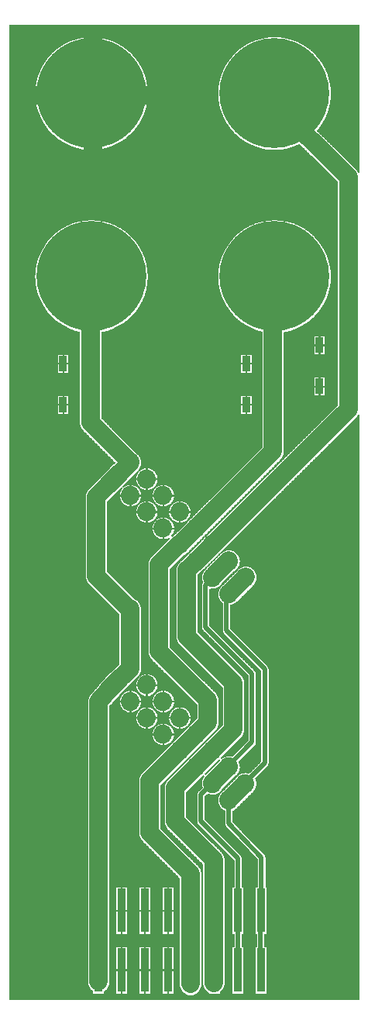
<source format=gbl>
%FSLAX33Y33*%
%MOMM*%
%AMRect-W820710-H1670710-RO1.000*
21,1,0.82071,1.67071,0.,0.,180*%
%AMRect-W2049999-H2049999-RO1.750*
21,1,2.049999,2.049999,0.,0.,45*%
%AMRect-W4800000-H890000-RO0.500*
21,1,4.8,0.89,0.,0.,270*%
%ADD10C,0.0508*%
%ADD11C,2.032*%
%ADD12C,0.508*%
%ADD13C,0.7112*%
%ADD14C,12.*%
%ADD15Rect-W820710-H1670710-RO1.000*%
%ADD16C,2.049999*%
%ADD17Rect-W2049999-H2049999-RO1.750*%
%ADD18Rect-W4800000-H890000-RO0.500*%
D10*
%LNpour fill*%
G01*
X39275Y74888D02*
X39275Y74888D01*
X39186Y74910*
X39163Y74867*
X39109Y74766*
X39107Y74763*
X39107Y74763*
X39106Y74762*
X39105Y74760*
X39031Y74671*
X38958Y74582*
X38956Y74580*
X38956Y74579*
X38955Y74579*
X38954Y74578*
X22353Y58097*
X22310Y58045*
X22309Y58043*
X22253Y57998*
X21659Y57408*
X21659Y51175*
X26385Y46450*
X26385Y46449*
X26534Y46268*
X26536Y46265*
X26646Y46058*
X26647Y46056*
X26716Y45831*
X26716Y45828*
X26739Y45595*
X26739Y45594*
X26739Y40512*
X26739Y40511*
X26716Y40278*
X26716Y40275*
X26647Y40050*
X26646Y40048*
X26536Y39841*
X26534Y39838*
X26385Y39657*
X26385Y39656*
X24262Y37534*
X24258Y37526*
X24257Y37524*
X24169Y37417*
X24226Y37359*
X24344Y37456*
X24347Y37458*
X24554Y37568*
X24556Y37569*
X24781Y37638*
X24784Y37638*
X25018Y37661*
X25020Y37661*
X25254Y37638*
X25257Y37638*
X25398Y37595*
X27106Y39304*
X27106Y46421*
X22158Y51370*
X22156Y51372*
X22062Y51513*
X22060Y51518*
X22027Y51685*
X22026Y51688*
X22026Y56262*
X22027Y56265*
X22060Y56432*
X22062Y56437*
X22152Y56572*
X22114Y56643*
X22113Y56646*
X22045Y56872*
X22044Y56875*
X22021Y57111*
X22021Y57113*
X22044Y57349*
X22045Y57351*
X22113Y57578*
X22114Y57580*
X22226Y57789*
X22227Y57791*
X22378Y57975*
X22379Y57976*
X22385Y57981*
X22510Y58133*
X22510Y58134*
X24162Y59786*
X24163Y59786*
X24344Y59935*
X24347Y59937*
X24554Y60047*
X24556Y60048*
X24781Y60117*
X24784Y60117*
X25018Y60140*
X25020Y60140*
X25254Y60117*
X25257Y60117*
X25482Y60048*
X25484Y60047*
X25504Y60037*
X25504Y60037*
X25507Y60036*
X25716Y59924*
X25718Y59923*
X25901Y59772*
X25903Y59771*
X26053Y59587*
X26054Y59585*
X26166Y59376*
X26167Y59374*
X26236Y59147*
X26236Y59145*
X26259Y58909*
X26259Y58907*
X26236Y58671*
X26236Y58668*
X26167Y58442*
X26166Y58439*
X26054Y58230*
X26053Y58228*
X25903Y58045*
X25901Y58043*
X25718Y57893*
X25716Y57892*
X25676Y57871*
X24279Y56474*
X24258Y56434*
X24257Y56432*
X24107Y56249*
X24105Y56247*
X23922Y56097*
X23920Y56096*
X23711Y55984*
X23708Y55983*
X23482Y55914*
X23479Y55914*
X23243Y55891*
X23241Y55891*
X23038Y55911*
X22958Y55870*
X22932Y55851*
X22932Y51877*
X27880Y46928*
X27882Y46926*
X27976Y46785*
X27978Y46780*
X28011Y46613*
X28012Y46610*
X28012Y39115*
X28011Y39112*
X27978Y38945*
X27976Y38940*
X27882Y38799*
X27880Y38797*
X26094Y37011*
X26166Y36876*
X26167Y36874*
X26236Y36647*
X26236Y36645*
X26259Y36409*
X26259Y36407*
X26236Y36171*
X26236Y36168*
X26167Y35942*
X26166Y35939*
X26054Y35730*
X26053Y35728*
X25903Y35545*
X25901Y35543*
X25718Y35393*
X25716Y35392*
X25631Y35346*
X24304Y34019*
X24258Y33934*
X24257Y33932*
X24107Y33749*
X24105Y33747*
X23922Y33597*
X23920Y33596*
X23711Y33484*
X23708Y33483*
X23482Y33414*
X23479Y33414*
X23243Y33391*
X23241Y33391*
X23005Y33414*
X23003Y33414*
X22776Y33483*
X22774Y33484*
X22722Y33512*
X22424Y33213*
X22424Y30668*
X26356Y26735*
X26358Y26733*
X26452Y26592*
X26454Y26587*
X26487Y26420*
X26488Y26417*
X26488Y23340*
X26621Y23340*
X26636Y23326*
X26636Y18174*
X26621Y18160*
X26488Y18160*
X26488Y16840*
X26621Y16840*
X26636Y16826*
X26636Y11674*
X26621Y11659*
X25379Y11659*
X25364Y11674*
X25364Y16826*
X25379Y16840*
X25582Y16840*
X25582Y18160*
X25379Y18160*
X25364Y18174*
X25364Y23326*
X25379Y23340*
X25582Y23340*
X25582Y26228*
X21650Y30161*
X21648Y30163*
X21554Y30304*
X21552Y30309*
X21519Y30476*
X21518Y30479*
X21518Y33402*
X21519Y33405*
X21552Y33572*
X21554Y33577*
X21648Y33718*
X21650Y33720*
X22105Y34175*
X22045Y34372*
X22044Y34375*
X22021Y34611*
X22021Y34613*
X22044Y34849*
X22045Y34851*
X22047Y34860*
X22052Y34906*
X22052Y34909*
X22121Y35134*
X22122Y35136*
X22232Y35343*
X22234Y35346*
X22313Y35442*
X22255Y35499*
X22126Y35393*
X22124Y35392*
X22116Y35388*
X20389Y33661*
X20389Y30982*
X24226Y27146*
X24226Y27145*
X24375Y26964*
X24377Y26961*
X24487Y26754*
X24488Y26752*
X24557Y26527*
X24557Y26524*
X24580Y26291*
X24580Y26290*
X24580Y12826*
X24580Y12825*
X24557Y12592*
X24557Y12589*
X24488Y12364*
X24487Y12362*
X24377Y12155*
X24375Y12152*
X24226Y11971*
X24224Y11969*
X24096Y11863*
X24096Y11674*
X24081Y11659*
X23676Y11659*
X23606Y11638*
X23603Y11638*
X23369Y11615*
X23367Y11615*
X23133Y11638*
X23130Y11638*
X23060Y11659*
X22839Y11659*
X22825Y11674*
X22825Y11749*
X22696Y11818*
X22693Y11820*
X22512Y11969*
X22510Y11971*
X22361Y12152*
X22359Y12155*
X22249Y12362*
X22248Y12364*
X22179Y12589*
X22179Y12592*
X22156Y12825*
X22156Y12826*
X22156Y25787*
X18319Y29623*
X18319Y29624*
X18170Y29805*
X18168Y29808*
X18058Y30015*
X18057Y30017*
X17988Y30242*
X17988Y30245*
X17965Y30478*
X17965Y30479*
X17965Y34164*
X17965Y34165*
X17988Y34398*
X17988Y34401*
X18057Y34626*
X18058Y34628*
X18168Y34835*
X18170Y34838*
X18319Y35019*
X18319Y35020*
X24315Y41015*
X24315Y45091*
X19589Y49816*
X19589Y49817*
X19440Y49998*
X19438Y50001*
X19328Y50208*
X19327Y50210*
X19258Y50435*
X19258Y50438*
X19235Y50671*
X19235Y50672*
X19235Y57913*
X19235Y57914*
X19258Y58147*
X19258Y58150*
X19327Y58375*
X19328Y58377*
X19438Y58584*
X19440Y58587*
X19589Y58768*
X19591Y58770*
X19660Y58827*
X19719Y58898*
X19720Y58899*
X20511Y59685*
X20582Y59771*
X20583Y59772*
X20676Y59848*
X22250Y61411*
X22378Y61567*
X22379Y61568*
X22547Y61706*
X36888Y75943*
X36888Y100331*
X32724Y104432*
X32691Y104414*
X32690Y104413*
X32048Y104148*
X32047Y104147*
X31380Y103955*
X31379Y103955*
X30695Y103839*
X30693Y103839*
X30001Y103800*
X29999Y103800*
X29307Y103839*
X29305Y103839*
X28621Y103955*
X28620Y103955*
X27953Y104147*
X27952Y104148*
X27310Y104413*
X27309Y104414*
X26702Y104750*
X26701Y104751*
X26135Y105152*
X26134Y105153*
X25616Y105615*
X25615Y105616*
X25153Y106134*
X25152Y106135*
X24751Y106701*
X24750Y106702*
X24414Y107309*
X24413Y107310*
X24148Y107952*
X24147Y107953*
X23955Y108620*
X23955Y108621*
X23839Y109305*
X23839Y109307*
X23800Y109999*
X23800Y110001*
X23839Y110693*
X23839Y110695*
X23955Y111379*
X23955Y111380*
X24147Y112047*
X24148Y112048*
X24413Y112690*
X24414Y112691*
X24750Y113298*
X24751Y113299*
X25152Y113865*
X25153Y113866*
X25615Y114384*
X25616Y114385*
X26134Y114847*
X26135Y114848*
X26701Y115249*
X26702Y115250*
X27309Y115586*
X27310Y115587*
X27952Y115852*
X27953Y115853*
X28620Y116045*
X28621Y116045*
X29305Y116161*
X29307Y116161*
X29999Y116200*
X30001Y116200*
X30693Y116161*
X30695Y116161*
X31379Y116045*
X31380Y116045*
X32047Y115853*
X32048Y115852*
X32690Y115587*
X32691Y115586*
X33298Y115250*
X33299Y115249*
X33865Y114848*
X33866Y114847*
X34384Y114385*
X34385Y114384*
X34847Y113866*
X34848Y113865*
X35249Y113299*
X35250Y113298*
X35586Y112691*
X35587Y112690*
X35852Y112048*
X35853Y112047*
X36045Y111380*
X36045Y111379*
X36161Y110695*
X36161Y110693*
X36200Y110001*
X36200Y109999*
X36161Y109307*
X36161Y109305*
X36045Y108621*
X36045Y108620*
X35853Y107953*
X35852Y107952*
X35587Y107310*
X35586Y107309*
X35250Y106702*
X35249Y106701*
X34848Y106135*
X34847Y106134*
X34662Y105926*
X38951Y101701*
X38952Y101700*
X39102Y101520*
X39104Y101518*
X39186Y101367*
X39275Y101389*
X39275Y117475*
X1025Y117475*
X1025Y11025*
X39275Y11025*
X39275Y74888*
X16196Y110073D02*
X16196Y110073D01*
X16161Y110693*
X16161Y110695*
X16045Y111379*
X16045Y111380*
X15853Y112047*
X15852Y112048*
X15587Y112690*
X15586Y112691*
X15250Y113298*
X15249Y113299*
X14848Y113865*
X14847Y113866*
X14385Y114384*
X14384Y114385*
X13866Y114847*
X13865Y114848*
X13299Y115249*
X13298Y115250*
X12691Y115586*
X12690Y115587*
X12048Y115852*
X12047Y115853*
X11380Y116045*
X11379Y116045*
X10695Y116161*
X10693Y116161*
X10073Y116196*
X10057Y116181*
X10057Y110072*
X10072Y110057*
X16181Y110057*
X16196Y110073*
X9943Y110072D02*
X9943Y110072D01*
X9943Y116181*
X9927Y116196*
X9307Y116161*
X9305Y116161*
X8621Y116045*
X8620Y116045*
X7953Y115853*
X7952Y115852*
X7310Y115587*
X7309Y115586*
X6702Y115250*
X6701Y115249*
X6135Y114848*
X6134Y114847*
X5616Y114385*
X5615Y114384*
X5153Y113866*
X5152Y113865*
X4751Y113299*
X4750Y113298*
X4414Y112691*
X4413Y112690*
X4148Y112048*
X4147Y112047*
X3955Y111380*
X3955Y111379*
X3839Y110695*
X3839Y110693*
X3804Y110073*
X3819Y110057*
X9928Y110057*
X9943Y110072*
X10693Y103839D02*
X10693Y103839D01*
X10695Y103839*
X11379Y103955*
X11380Y103955*
X12047Y104147*
X12048Y104148*
X12690Y104413*
X12691Y104414*
X13298Y104750*
X13299Y104751*
X13865Y105152*
X13866Y105153*
X14384Y105615*
X14385Y105616*
X14847Y106134*
X14848Y106135*
X15249Y106701*
X15250Y106702*
X15586Y107309*
X15587Y107310*
X15852Y107952*
X15853Y107953*
X16045Y108620*
X16045Y108621*
X16161Y109305*
X16161Y109307*
X16196Y109927*
X16181Y109943*
X10072Y109943*
X10057Y109928*
X10057Y103819*
X10073Y103804*
X10693Y103839*
X9943Y103819D02*
X9943Y103819D01*
X9943Y109928*
X9928Y109943*
X3819Y109943*
X3804Y109927*
X3839Y109307*
X3839Y109305*
X3955Y108621*
X3955Y108620*
X4147Y107953*
X4148Y107952*
X4413Y107310*
X4414Y107309*
X4750Y106702*
X4751Y106701*
X5152Y106135*
X5153Y106134*
X5615Y105616*
X5616Y105615*
X6134Y105153*
X6135Y105152*
X6701Y104751*
X6702Y104750*
X7309Y104414*
X7310Y104413*
X7952Y104148*
X7953Y104147*
X8620Y103955*
X8621Y103955*
X9305Y103839*
X9307Y103839*
X9927Y103804*
X9943Y103819*
X35526Y82572D02*
X35526Y82572D01*
X35526Y83511*
X35511Y83526*
X34997Y83526*
X34982Y83511*
X34982Y82572*
X34997Y82557*
X35511Y82557*
X35526Y82572*
X34868Y82572D02*
X34868Y82572D01*
X34868Y83511*
X34853Y83526*
X34339Y83526*
X34324Y83511*
X34324Y82572*
X34339Y82557*
X34853Y82557*
X34868Y82572*
X35526Y81489D02*
X35526Y81489D01*
X35526Y82428*
X35511Y82443*
X34997Y82443*
X34982Y82428*
X34982Y81489*
X34997Y81474*
X35511Y81474*
X35526Y81489*
X34868Y81489D02*
X34868Y81489D01*
X34868Y82428*
X34853Y82443*
X34339Y82443*
X34324Y82428*
X34324Y81489*
X34339Y81474*
X34853Y81474*
X34868Y81489*
X27526Y80572D02*
X27526Y80572D01*
X27526Y81511*
X27511Y81526*
X26997Y81526*
X26982Y81511*
X26982Y80572*
X26997Y80557*
X27511Y80557*
X27526Y80572*
X26868Y80572D02*
X26868Y80572D01*
X26868Y81511*
X26853Y81526*
X26339Y81526*
X26324Y81511*
X26324Y80572*
X26339Y80557*
X26853Y80557*
X26868Y80572*
X7526Y80572D02*
X7526Y80572D01*
X7526Y81511*
X7511Y81526*
X6997Y81526*
X6982Y81511*
X6982Y80572*
X6997Y80557*
X7511Y80557*
X7526Y80572*
X6868Y80572D02*
X6868Y80572D01*
X6868Y81511*
X6853Y81526*
X6339Y81526*
X6324Y81511*
X6324Y80572*
X6339Y80557*
X6853Y80557*
X6868Y80572*
X27526Y79489D02*
X27526Y79489D01*
X27526Y80428*
X27511Y80443*
X26997Y80443*
X26982Y80428*
X26982Y79489*
X26997Y79474*
X27511Y79474*
X27526Y79489*
X26868Y79489D02*
X26868Y79489D01*
X26868Y80428*
X26853Y80443*
X26339Y80443*
X26324Y80428*
X26324Y79489*
X26339Y79474*
X26853Y79474*
X26868Y79489*
X7526Y79489D02*
X7526Y79489D01*
X7526Y80428*
X7511Y80443*
X6997Y80443*
X6982Y80428*
X6982Y79489*
X6997Y79474*
X7511Y79474*
X7526Y79489*
X6868Y79489D02*
X6868Y79489D01*
X6868Y80428*
X6853Y80443*
X6339Y80443*
X6324Y80428*
X6324Y79489*
X6339Y79474*
X6853Y79474*
X6868Y79489*
X35526Y78072D02*
X35526Y78072D01*
X35526Y79011*
X35511Y79026*
X34997Y79026*
X34982Y79011*
X34982Y78072*
X34997Y78057*
X35511Y78057*
X35526Y78072*
X34868Y78072D02*
X34868Y78072D01*
X34868Y79011*
X34853Y79026*
X34339Y79026*
X34324Y79011*
X34324Y78072*
X34339Y78057*
X34853Y78057*
X34868Y78072*
X35526Y76989D02*
X35526Y76989D01*
X35526Y77928*
X35511Y77943*
X34997Y77943*
X34982Y77928*
X34982Y76989*
X34997Y76974*
X35511Y76974*
X35526Y76989*
X34868Y76989D02*
X34868Y76989D01*
X34868Y77928*
X34853Y77943*
X34339Y77943*
X34324Y77928*
X34324Y76989*
X34339Y76974*
X34853Y76974*
X34868Y76989*
X27526Y76072D02*
X27526Y76072D01*
X27526Y77011*
X27511Y77026*
X26997Y77026*
X26982Y77011*
X26982Y76072*
X26997Y76057*
X27511Y76057*
X27526Y76072*
X26868Y76072D02*
X26868Y76072D01*
X26868Y77011*
X26853Y77026*
X26339Y77026*
X26324Y77011*
X26324Y76072*
X26339Y76057*
X26853Y76057*
X26868Y76072*
X7526Y76072D02*
X7526Y76072D01*
X7526Y77011*
X7511Y77026*
X6997Y77026*
X6982Y77011*
X6982Y76072*
X6997Y76057*
X7511Y76057*
X7526Y76072*
X6868Y76072D02*
X6868Y76072D01*
X6868Y77011*
X6853Y77026*
X6339Y77026*
X6324Y77011*
X6324Y76072*
X6339Y76057*
X6853Y76057*
X6868Y76072*
X27526Y74989D02*
X27526Y74989D01*
X27526Y75928*
X27511Y75943*
X26997Y75943*
X26982Y75928*
X26982Y74989*
X26997Y74974*
X27511Y74974*
X27526Y74989*
X26868Y74989D02*
X26868Y74989D01*
X26868Y75928*
X26853Y75943*
X26339Y75943*
X26324Y75928*
X26324Y74989*
X26339Y74974*
X26853Y74974*
X26868Y74989*
X7526Y74989D02*
X7526Y74989D01*
X7526Y75928*
X7511Y75943*
X6997Y75943*
X6982Y75928*
X6982Y74989*
X6997Y74974*
X7511Y74974*
X7526Y74989*
X6868Y74989D02*
X6868Y74989D01*
X6868Y75928*
X6853Y75943*
X6339Y75943*
X6324Y75928*
X6324Y74989*
X6339Y74974*
X6853Y74974*
X6868Y74989*
X11396Y11674D02*
X11396Y11674D01*
X11396Y11907*
X11467Y11945*
X11470Y11947*
X11651Y12096*
X11653Y12098*
X11802Y12279*
X11804Y12282*
X11914Y12489*
X11915Y12491*
X11984Y12716*
X11984Y12719*
X12007Y12952*
X12007Y12953*
X12007Y43087*
X13210Y44390*
X13211Y44391*
X13283Y44486*
X14159Y45363*
X14174Y45363*
X14175Y45417*
X15049Y46229*
X15050Y46230*
X15064Y46245*
X15080Y46259*
X15082Y46261*
X15142Y46334*
X15206Y46406*
X15207Y46408*
X15218Y46426*
X15231Y46442*
X15233Y46445*
X15243Y46463*
X15277Y46505*
X15278Y46507*
X15390Y46716*
X15391Y46718*
X15459Y46945*
X15460Y46947*
X15483Y47183*
X15483Y47185*
X15460Y47421*
X15459Y47424*
X15436Y47500*
X15436Y53722*
X15436Y53723*
X15413Y53956*
X15413Y53959*
X15344Y54184*
X15343Y54186*
X15233Y54393*
X15231Y54396*
X15082Y54577*
X15080Y54579*
X14899Y54728*
X14896Y54730*
X14695Y54837*
X11753Y57779*
X11753Y65411*
X13289Y66946*
X13347Y66893*
X13247Y66772*
X13246Y66770*
X13134Y66561*
X13133Y66558*
X13064Y66332*
X13064Y66329*
X13048Y66166*
X13063Y66149*
X14190Y66149*
X14205Y66164*
X14205Y67291*
X14188Y67306*
X14025Y67290*
X14022Y67290*
X13796Y67221*
X13793Y67220*
X13584Y67108*
X13582Y67107*
X13460Y67007*
X13408Y67065*
X15082Y68739*
X15082Y68740*
X15231Y68921*
X15233Y68924*
X15275Y69002*
X15277Y69005*
X15278Y69007*
X15390Y69216*
X15391Y69218*
X15459Y69445*
X15460Y69447*
X15483Y69683*
X15483Y69685*
X15460Y69921*
X15459Y69924*
X15391Y70150*
X15390Y70153*
X15278Y70362*
X15277Y70364*
X15126Y70547*
X15125Y70549*
X15059Y70603*
X11118Y74543*
X11118Y83911*
X11379Y83955*
X11380Y83955*
X12047Y84147*
X12048Y84148*
X12690Y84413*
X12691Y84414*
X13298Y84750*
X13299Y84751*
X13865Y85152*
X13866Y85153*
X14384Y85615*
X14385Y85616*
X14847Y86134*
X14848Y86135*
X15249Y86701*
X15250Y86702*
X15586Y87309*
X15587Y87310*
X15852Y87952*
X15853Y87953*
X16045Y88620*
X16045Y88621*
X16161Y89305*
X16161Y89307*
X16200Y89999*
X16200Y90001*
X16161Y90693*
X16161Y90695*
X16045Y91379*
X16045Y91380*
X15853Y92047*
X15852Y92048*
X15587Y92690*
X15586Y92691*
X15250Y93298*
X15249Y93299*
X14848Y93865*
X14847Y93866*
X14385Y94384*
X14384Y94385*
X13866Y94847*
X13865Y94848*
X13299Y95249*
X13298Y95250*
X12691Y95586*
X12690Y95587*
X12048Y95852*
X12047Y95853*
X11380Y96045*
X11379Y96045*
X10695Y96161*
X10693Y96161*
X10001Y96200*
X9999Y96200*
X9307Y96161*
X9305Y96161*
X8621Y96045*
X8620Y96045*
X7953Y95853*
X7952Y95852*
X7310Y95587*
X7309Y95586*
X6702Y95250*
X6701Y95249*
X6135Y94848*
X6134Y94847*
X5616Y94385*
X5615Y94384*
X5153Y93866*
X5152Y93865*
X4751Y93299*
X4750Y93298*
X4414Y92691*
X4413Y92690*
X4148Y92048*
X4147Y92047*
X3955Y91380*
X3955Y91379*
X3839Y90695*
X3839Y90693*
X3800Y90001*
X3800Y89999*
X3839Y89307*
X3839Y89305*
X3955Y88621*
X3955Y88620*
X4147Y87953*
X4148Y87952*
X4413Y87310*
X4414Y87309*
X4750Y86702*
X4751Y86701*
X5152Y86135*
X5153Y86134*
X5615Y85616*
X5616Y85615*
X6134Y85153*
X6135Y85152*
X6701Y84751*
X6702Y84750*
X7309Y84414*
X7310Y84413*
X7952Y84148*
X7953Y84147*
X8620Y83955*
X8621Y83955*
X8694Y83943*
X8694Y74040*
X8694Y74039*
X8717Y73806*
X8717Y73803*
X8786Y73578*
X8787Y73576*
X8897Y73369*
X8899Y73366*
X9048Y73185*
X9048Y73184*
X12573Y69659*
X12493Y69580*
X12476Y69597*
X12455Y69597*
X10757Y67899*
X10757Y67878*
X10774Y67861*
X9683Y66770*
X9683Y66769*
X9534Y66588*
X9532Y66585*
X9422Y66378*
X9421Y66376*
X9352Y66151*
X9352Y66148*
X9329Y65915*
X9329Y65914*
X9329Y57276*
X9329Y57275*
X9352Y57042*
X9352Y57039*
X9421Y56814*
X9422Y56812*
X9532Y56605*
X9534Y56602*
X9683Y56421*
X9683Y56420*
X13012Y53092*
X13012Y47646*
X11621Y46354*
X11620Y46353*
X11464Y46177*
X11463Y46175*
X11364Y46005*
X10757Y45399*
X10757Y45378*
X10791Y45344*
X9904Y44383*
X9903Y44382*
X9762Y44195*
X9760Y44193*
X9658Y43981*
X9657Y43979*
X9598Y43751*
X9597Y43749*
X9584Y43514*
X9584Y43511*
X9588Y43484*
X9583Y43436*
X9583Y43435*
X9583Y12953*
X9583Y12952*
X9606Y12719*
X9606Y12716*
X9675Y12491*
X9676Y12489*
X9786Y12282*
X9788Y12279*
X9937Y12098*
X9939Y12096*
X10120Y11947*
X10123Y11945*
X10124Y11944*
X10124Y11674*
X10139Y11659*
X11381Y11659*
X11396Y11674*
X17272Y67962D02*
X17272Y67962D01*
X17256Y68125*
X17255Y68128*
X17187Y68354*
X17186Y68357*
X17074Y68566*
X17073Y68568*
X16922Y68751*
X16921Y68753*
X16737Y68903*
X16735Y68904*
X16526Y69016*
X16524Y69017*
X16297Y69086*
X16295Y69086*
X16132Y69102*
X16115Y69087*
X16115Y67960*
X16130Y67945*
X17257Y67945*
X17272Y67962*
X16001Y67960D02*
X16001Y67960D01*
X16001Y69087*
X15984Y69102*
X15821Y69086*
X15818Y69086*
X15592Y69017*
X15589Y69016*
X15380Y68904*
X15378Y68903*
X15195Y68753*
X15193Y68751*
X15043Y68568*
X15042Y68566*
X14930Y68357*
X14929Y68354*
X14860Y68128*
X14860Y68125*
X14844Y67962*
X14859Y67945*
X15986Y67945*
X16001Y67960*
X16295Y66690D02*
X16295Y66690D01*
X16297Y66691*
X16524Y66759*
X16526Y66760*
X16735Y66872*
X16737Y66873*
X16921Y67024*
X16922Y67025*
X17073Y67209*
X17074Y67211*
X17186Y67420*
X17187Y67422*
X17255Y67649*
X17256Y67651*
X17272Y67814*
X17257Y67831*
X16130Y67831*
X16115Y67816*
X16115Y66689*
X16132Y66674*
X16295Y66690*
X16001Y66689D02*
X16001Y66689D01*
X16001Y67816*
X15986Y67831*
X14859Y67831*
X14844Y67814*
X14860Y67651*
X14860Y67649*
X14929Y67422*
X14930Y67420*
X15042Y67211*
X15043Y67209*
X15193Y67025*
X15195Y67024*
X15378Y66873*
X15380Y66872*
X15589Y66760*
X15592Y66759*
X15818Y66691*
X15821Y66690*
X15984Y66674*
X16001Y66689*
X19068Y66166D02*
X19068Y66166D01*
X19052Y66329*
X19051Y66332*
X18983Y66558*
X18982Y66561*
X18870Y66770*
X18869Y66772*
X18718Y66955*
X18717Y66957*
X18533Y67107*
X18531Y67108*
X18322Y67220*
X18320Y67221*
X18093Y67290*
X18091Y67290*
X17928Y67306*
X17911Y67291*
X17911Y66164*
X17926Y66149*
X19053Y66149*
X19068Y66166*
X17797Y66164D02*
X17797Y66164D01*
X17797Y67291*
X17780Y67306*
X17617Y67290*
X17614Y67290*
X17388Y67221*
X17385Y67220*
X17176Y67108*
X17174Y67107*
X16991Y66957*
X16990Y66955*
X16839Y66772*
X16838Y66770*
X16726Y66561*
X16725Y66558*
X16656Y66332*
X16656Y66329*
X16640Y66166*
X16655Y66149*
X17782Y66149*
X17797Y66164*
X15476Y66166D02*
X15476Y66166D01*
X15460Y66329*
X15459Y66332*
X15391Y66558*
X15390Y66561*
X15278Y66770*
X15277Y66772*
X15126Y66955*
X15125Y66957*
X14941Y67107*
X14939Y67108*
X14730Y67220*
X14728Y67221*
X14501Y67290*
X14499Y67290*
X14336Y67306*
X14319Y67291*
X14319Y66164*
X14334Y66149*
X15461Y66149*
X15476Y66166*
X18091Y64894D02*
X18091Y64894D01*
X18093Y64895*
X18320Y64963*
X18322Y64964*
X18531Y65076*
X18533Y65077*
X18717Y65228*
X18718Y65229*
X18869Y65413*
X18870Y65415*
X18982Y65624*
X18983Y65626*
X19051Y65853*
X19052Y65855*
X19068Y66018*
X19053Y66035*
X17926Y66035*
X17911Y66020*
X17911Y64893*
X17928Y64878*
X18091Y64894*
X17797Y64893D02*
X17797Y64893D01*
X17797Y66020*
X17782Y66035*
X16655Y66035*
X16640Y66018*
X16656Y65855*
X16656Y65853*
X16725Y65626*
X16726Y65624*
X16838Y65415*
X16839Y65413*
X16990Y65229*
X16991Y65228*
X17174Y65077*
X17176Y65076*
X17385Y64964*
X17388Y64963*
X17614Y64895*
X17617Y64894*
X17780Y64878*
X17797Y64893*
X14499Y64894D02*
X14499Y64894D01*
X14501Y64895*
X14728Y64963*
X14730Y64964*
X14939Y65076*
X14941Y65077*
X15125Y65228*
X15126Y65229*
X15277Y65413*
X15278Y65415*
X15390Y65624*
X15391Y65626*
X15459Y65853*
X15460Y65855*
X15476Y66018*
X15461Y66035*
X14334Y66035*
X14319Y66020*
X14319Y64893*
X14336Y64878*
X14499Y64894*
X14205Y64893D02*
X14205Y64893D01*
X14205Y66020*
X14190Y66035*
X13063Y66035*
X13048Y66018*
X13064Y65855*
X13064Y65853*
X13133Y65626*
X13134Y65624*
X13246Y65415*
X13247Y65413*
X13397Y65229*
X13399Y65228*
X13582Y65077*
X13584Y65076*
X13793Y64964*
X13796Y64963*
X14022Y64895*
X14025Y64894*
X14188Y64878*
X14205Y64893*
X20864Y64370D02*
X20864Y64370D01*
X20848Y64533*
X20848Y64536*
X20779Y64762*
X20778Y64765*
X20666Y64974*
X20665Y64976*
X20514Y65159*
X20513Y65160*
X20330Y65311*
X20327Y65312*
X20119Y65424*
X20116Y65425*
X19889Y65494*
X19887Y65494*
X19724Y65510*
X19707Y65495*
X19707Y64368*
X19722Y64353*
X20849Y64353*
X20864Y64370*
X19593Y64368D02*
X19593Y64368D01*
X19593Y65495*
X19576Y65510*
X19413Y65494*
X19411Y65494*
X19184Y65425*
X19181Y65424*
X18973Y65312*
X18970Y65311*
X18787Y65160*
X18786Y65159*
X18635Y64976*
X18634Y64974*
X18522Y64765*
X18521Y64762*
X18452Y64536*
X18452Y64533*
X18436Y64370*
X18451Y64353*
X19578Y64353*
X19593Y64368*
X17272Y64370D02*
X17272Y64370D01*
X17256Y64533*
X17255Y64536*
X17187Y64762*
X17186Y64765*
X17074Y64974*
X17073Y64976*
X16922Y65159*
X16921Y65160*
X16737Y65311*
X16735Y65312*
X16526Y65424*
X16524Y65425*
X16297Y65494*
X16295Y65494*
X16132Y65510*
X16115Y65495*
X16115Y64368*
X16130Y64353*
X17257Y64353*
X17272Y64370*
X16001Y64368D02*
X16001Y64368D01*
X16001Y65495*
X15984Y65510*
X15821Y65494*
X15818Y65494*
X15592Y65425*
X15589Y65424*
X15380Y65312*
X15378Y65311*
X15195Y65160*
X15193Y65159*
X15043Y64976*
X15042Y64974*
X14930Y64765*
X14929Y64762*
X14860Y64536*
X14860Y64533*
X14844Y64370*
X14859Y64353*
X15986Y64353*
X16001Y64368*
X19887Y63098D02*
X19887Y63098D01*
X19889Y63099*
X20116Y63167*
X20119Y63168*
X20327Y63280*
X20330Y63281*
X20513Y63432*
X20514Y63433*
X20665Y63617*
X20666Y63619*
X20778Y63828*
X20779Y63830*
X20848Y64057*
X20848Y64059*
X20864Y64222*
X20849Y64239*
X19722Y64239*
X19707Y64224*
X19707Y63097*
X19724Y63082*
X19887Y63098*
X19593Y63097D02*
X19593Y63097D01*
X19593Y64224*
X19578Y64239*
X18451Y64239*
X18436Y64222*
X18452Y64059*
X18452Y64057*
X18521Y63830*
X18522Y63828*
X18634Y63619*
X18635Y63617*
X18786Y63433*
X18787Y63432*
X18970Y63281*
X18973Y63280*
X19181Y63168*
X19184Y63167*
X19411Y63099*
X19413Y63098*
X19576Y63082*
X19593Y63097*
X16295Y63098D02*
X16295Y63098D01*
X16297Y63099*
X16524Y63167*
X16526Y63168*
X16735Y63280*
X16737Y63281*
X16921Y63432*
X16922Y63433*
X17073Y63617*
X17074Y63619*
X17186Y63828*
X17187Y63830*
X17255Y64057*
X17256Y64059*
X17272Y64222*
X17257Y64239*
X16130Y64239*
X16115Y64224*
X16115Y63097*
X16132Y63082*
X16295Y63098*
X16001Y63097D02*
X16001Y63097D01*
X16001Y64224*
X15986Y64239*
X14859Y64239*
X14844Y64222*
X14860Y64059*
X14860Y64057*
X14929Y63830*
X14930Y63828*
X15042Y63619*
X15043Y63617*
X15193Y63433*
X15195Y63432*
X15378Y63281*
X15380Y63280*
X15589Y63168*
X15592Y63167*
X15818Y63099*
X15821Y63098*
X15984Y63082*
X16001Y63097*
X19068Y62574D02*
X19068Y62574D01*
X19052Y62737*
X19051Y62739*
X18983Y62966*
X18982Y62969*
X18870Y63177*
X18869Y63180*
X18718Y63363*
X18717Y63364*
X18533Y63515*
X18531Y63516*
X18322Y63628*
X18320Y63629*
X18093Y63698*
X18091Y63698*
X17928Y63714*
X17911Y63699*
X17911Y62572*
X17926Y62557*
X19053Y62557*
X19068Y62574*
X17797Y62572D02*
X17797Y62572D01*
X17797Y63699*
X17780Y63714*
X17617Y63698*
X17614Y63698*
X17388Y63629*
X17385Y63628*
X17176Y63516*
X17174Y63515*
X16991Y63364*
X16990Y63363*
X16839Y63180*
X16838Y63177*
X16726Y62969*
X16725Y62966*
X16656Y62739*
X16656Y62737*
X16640Y62574*
X16655Y62557*
X17782Y62557*
X17797Y62572*
X21063Y11511D02*
X21063Y11511D01*
X21066Y11511*
X21291Y11580*
X21293Y11581*
X21441Y11659*
X21541Y11659*
X21555Y11674*
X21555Y11736*
X21684Y11842*
X21686Y11844*
X21835Y12025*
X21837Y12028*
X21947Y12235*
X21948Y12237*
X22017Y12462*
X22017Y12465*
X22040Y12698*
X22040Y12699*
X22040Y24766*
X22040Y24767*
X22017Y25000*
X22017Y25003*
X21948Y25228*
X21947Y25230*
X21837Y25437*
X21835Y25440*
X21686Y25621*
X21686Y25622*
X17595Y29712*
X17595Y34423*
X20508Y37336*
X20513Y37340*
X20514Y37341*
X20518Y37346*
X22304Y39132*
X22309Y39136*
X22310Y39137*
X22314Y39142*
X23591Y40418*
X23591Y40419*
X23740Y40600*
X23742Y40603*
X23852Y40810*
X23853Y40812*
X23922Y41037*
X23922Y41040*
X23945Y41273*
X23945Y41274*
X23945Y43689*
X23945Y43690*
X23922Y43923*
X23922Y43926*
X23853Y44151*
X23852Y44153*
X23742Y44360*
X23740Y44363*
X23591Y44544*
X23591Y44545*
X18611Y49524*
X18611Y58045*
X20156Y59590*
X20357Y59697*
X20360Y59699*
X20541Y59848*
X20542Y59848*
X30703Y70009*
X30703Y70010*
X30852Y70191*
X30854Y70194*
X30964Y70401*
X30965Y70403*
X31034Y70628*
X31034Y70631*
X31057Y70864*
X31057Y70865*
X31057Y83900*
X31379Y83955*
X31380Y83955*
X32047Y84147*
X32048Y84148*
X32690Y84413*
X32691Y84414*
X33298Y84750*
X33299Y84751*
X33865Y85152*
X33866Y85153*
X34384Y85615*
X34385Y85616*
X34847Y86134*
X34848Y86135*
X35249Y86701*
X35250Y86702*
X35586Y87309*
X35587Y87310*
X35852Y87952*
X35853Y87953*
X36045Y88620*
X36045Y88621*
X36161Y89305*
X36161Y89307*
X36200Y89999*
X36200Y90001*
X36161Y90693*
X36161Y90695*
X36045Y91379*
X36045Y91380*
X35853Y92047*
X35852Y92048*
X35587Y92690*
X35586Y92691*
X35250Y93298*
X35249Y93299*
X34848Y93865*
X34847Y93866*
X34385Y94384*
X34384Y94385*
X33866Y94847*
X33865Y94848*
X33299Y95249*
X33298Y95250*
X32691Y95586*
X32690Y95587*
X32048Y95852*
X32047Y95853*
X31380Y96045*
X31379Y96045*
X30695Y96161*
X30693Y96161*
X30001Y96200*
X29999Y96200*
X29307Y96161*
X29305Y96161*
X28621Y96045*
X28620Y96045*
X27953Y95853*
X27952Y95852*
X27310Y95587*
X27309Y95586*
X26702Y95250*
X26701Y95249*
X26135Y94848*
X26134Y94847*
X25616Y94385*
X25615Y94384*
X25153Y93866*
X25152Y93865*
X24751Y93299*
X24750Y93298*
X24414Y92691*
X24413Y92690*
X24148Y92048*
X24147Y92047*
X23955Y91380*
X23955Y91379*
X23839Y90695*
X23839Y90693*
X23800Y90001*
X23800Y89999*
X23839Y89307*
X23839Y89305*
X23955Y88621*
X23955Y88620*
X24147Y87953*
X24148Y87952*
X24413Y87310*
X24414Y87309*
X24750Y86702*
X24751Y86701*
X25152Y86135*
X25153Y86134*
X25615Y85616*
X25616Y85615*
X26134Y85153*
X26135Y85152*
X26701Y84751*
X26702Y84750*
X27309Y84414*
X27310Y84413*
X27952Y84148*
X27953Y84147*
X28620Y83955*
X28621Y83955*
X28633Y83953*
X28633Y71368*
X20795Y63530*
X20769Y63516*
X20767Y63515*
X20583Y63364*
X20582Y63363*
X20431Y63180*
X20430Y63177*
X20416Y63151*
X18999Y61734*
X18973Y61720*
X18970Y61719*
X18908Y61668*
X18813Y61617*
X18757Y61684*
X18869Y61820*
X18870Y61823*
X18982Y62031*
X18983Y62034*
X19051Y62261*
X19052Y62263*
X19068Y62426*
X19053Y62443*
X17926Y62443*
X17911Y62428*
X17911Y61301*
X17928Y61286*
X18091Y61302*
X18093Y61302*
X18320Y61371*
X18322Y61372*
X18471Y61452*
X18521Y61384*
X16541Y59404*
X16541Y59403*
X16392Y59222*
X16390Y59219*
X16280Y59012*
X16279Y59010*
X16210Y58785*
X16210Y58782*
X16187Y58549*
X16187Y58548*
X16187Y49021*
X16187Y49020*
X16210Y48787*
X16210Y48784*
X16279Y48559*
X16280Y48557*
X16390Y48350*
X16392Y48347*
X16541Y48166*
X16541Y48165*
X21521Y43186*
X21521Y41777*
X20721Y40978*
X20583Y40864*
X20582Y40863*
X20468Y40725*
X18925Y39182*
X18787Y39068*
X18786Y39067*
X18672Y38929*
X15525Y35782*
X15525Y35781*
X15376Y35600*
X15374Y35597*
X15264Y35390*
X15263Y35388*
X15194Y35163*
X15194Y35160*
X15171Y34927*
X15171Y34926*
X15171Y29209*
X15171Y29208*
X15194Y28975*
X15194Y28972*
X15263Y28747*
X15264Y28745*
X15374Y28538*
X15376Y28535*
X15525Y28354*
X15525Y28353*
X19616Y24263*
X19616Y12699*
X19616Y12698*
X19639Y12465*
X19639Y12462*
X19708Y12237*
X19709Y12235*
X19819Y12028*
X19821Y12025*
X19970Y11844*
X19972Y11842*
X20153Y11693*
X20156Y11691*
X20363Y11581*
X20365Y11580*
X20590Y11511*
X20593Y11511*
X20827Y11488*
X20829Y11488*
X21063Y11511*
X17797Y61301D02*
X17797Y61301D01*
X17797Y62428*
X17782Y62443*
X16655Y62443*
X16640Y62426*
X16656Y62263*
X16656Y62261*
X16725Y62034*
X16726Y62031*
X16838Y61823*
X16839Y61820*
X16990Y61637*
X16991Y61636*
X17174Y61485*
X17176Y61484*
X17385Y61372*
X17388Y61371*
X17614Y61302*
X17617Y61302*
X17780Y61286*
X17797Y61301*
X17272Y45462D02*
X17272Y45462D01*
X17256Y45625*
X17255Y45628*
X17187Y45854*
X17186Y45857*
X17074Y46066*
X17073Y46068*
X16922Y46251*
X16921Y46253*
X16737Y46403*
X16735Y46404*
X16526Y46516*
X16524Y46517*
X16297Y46586*
X16295Y46586*
X16132Y46602*
X16115Y46587*
X16115Y45460*
X16130Y45445*
X17257Y45445*
X17272Y45462*
X16001Y45460D02*
X16001Y45460D01*
X16001Y46587*
X15984Y46602*
X15821Y46586*
X15818Y46586*
X15592Y46517*
X15589Y46516*
X15380Y46404*
X15378Y46403*
X15195Y46253*
X15193Y46251*
X15043Y46068*
X15042Y46066*
X14930Y45857*
X14929Y45854*
X14860Y45628*
X14860Y45625*
X14844Y45462*
X14859Y45445*
X15986Y45445*
X16001Y45460*
X16295Y44190D02*
X16295Y44190D01*
X16297Y44191*
X16524Y44259*
X16526Y44260*
X16735Y44372*
X16737Y44373*
X16921Y44524*
X16922Y44525*
X17073Y44709*
X17074Y44711*
X17186Y44920*
X17187Y44922*
X17255Y45149*
X17256Y45151*
X17272Y45314*
X17257Y45331*
X16130Y45331*
X16115Y45316*
X16115Y44189*
X16132Y44174*
X16295Y44190*
X16001Y44189D02*
X16001Y44189D01*
X16001Y45316*
X15986Y45331*
X14859Y45331*
X14844Y45314*
X14860Y45151*
X14860Y45149*
X14929Y44922*
X14930Y44920*
X15042Y44711*
X15043Y44709*
X15193Y44525*
X15195Y44524*
X15378Y44373*
X15380Y44372*
X15589Y44260*
X15592Y44259*
X15818Y44191*
X15821Y44190*
X15984Y44174*
X16001Y44189*
X19068Y43666D02*
X19068Y43666D01*
X19052Y43829*
X19051Y43832*
X18983Y44058*
X18982Y44061*
X18870Y44270*
X18869Y44272*
X18718Y44455*
X18717Y44457*
X18533Y44607*
X18531Y44608*
X18322Y44720*
X18320Y44721*
X18093Y44790*
X18091Y44790*
X17928Y44806*
X17911Y44791*
X17911Y43664*
X17926Y43649*
X19053Y43649*
X19068Y43666*
X17797Y43664D02*
X17797Y43664D01*
X17797Y44791*
X17780Y44806*
X17617Y44790*
X17614Y44790*
X17388Y44721*
X17385Y44720*
X17176Y44608*
X17174Y44607*
X16991Y44457*
X16990Y44455*
X16839Y44272*
X16838Y44270*
X16726Y44061*
X16725Y44058*
X16656Y43832*
X16656Y43829*
X16640Y43666*
X16655Y43649*
X17782Y43649*
X17797Y43664*
X15476Y43666D02*
X15476Y43666D01*
X15460Y43829*
X15459Y43832*
X15391Y44058*
X15390Y44061*
X15278Y44270*
X15277Y44272*
X15126Y44455*
X15125Y44457*
X14941Y44607*
X14939Y44608*
X14730Y44720*
X14728Y44721*
X14501Y44790*
X14499Y44790*
X14336Y44806*
X14319Y44791*
X14319Y43664*
X14334Y43649*
X15461Y43649*
X15476Y43666*
X14205Y43664D02*
X14205Y43664D01*
X14205Y44791*
X14188Y44806*
X14025Y44790*
X14022Y44790*
X13796Y44721*
X13793Y44720*
X13584Y44608*
X13582Y44607*
X13399Y44457*
X13397Y44455*
X13247Y44272*
X13246Y44270*
X13134Y44061*
X13133Y44058*
X13064Y43832*
X13064Y43829*
X13048Y43666*
X13063Y43649*
X14190Y43649*
X14205Y43664*
X18091Y42394D02*
X18091Y42394D01*
X18093Y42395*
X18320Y42463*
X18322Y42464*
X18531Y42576*
X18533Y42577*
X18717Y42728*
X18718Y42729*
X18869Y42913*
X18870Y42915*
X18982Y43124*
X18983Y43126*
X19051Y43353*
X19052Y43355*
X19068Y43518*
X19053Y43535*
X17926Y43535*
X17911Y43520*
X17911Y42393*
X17928Y42378*
X18091Y42394*
X17797Y42393D02*
X17797Y42393D01*
X17797Y43520*
X17782Y43535*
X16655Y43535*
X16640Y43518*
X16656Y43355*
X16656Y43353*
X16725Y43126*
X16726Y43124*
X16838Y42915*
X16839Y42913*
X16990Y42729*
X16991Y42728*
X17174Y42577*
X17176Y42576*
X17385Y42464*
X17388Y42463*
X17614Y42395*
X17617Y42394*
X17780Y42378*
X17797Y42393*
X14499Y42394D02*
X14499Y42394D01*
X14501Y42395*
X14728Y42463*
X14730Y42464*
X14939Y42576*
X14941Y42577*
X15125Y42728*
X15126Y42729*
X15277Y42913*
X15278Y42915*
X15390Y43124*
X15391Y43126*
X15459Y43353*
X15460Y43355*
X15476Y43518*
X15461Y43535*
X14334Y43535*
X14319Y43520*
X14319Y42393*
X14336Y42378*
X14499Y42394*
X14205Y42393D02*
X14205Y42393D01*
X14205Y43520*
X14190Y43535*
X13063Y43535*
X13048Y43518*
X13064Y43355*
X13064Y43353*
X13133Y43126*
X13134Y43124*
X13246Y42915*
X13247Y42913*
X13397Y42729*
X13399Y42728*
X13582Y42577*
X13584Y42576*
X13793Y42464*
X13796Y42463*
X14022Y42395*
X14025Y42394*
X14188Y42378*
X14205Y42393*
X20864Y41870D02*
X20864Y41870D01*
X20848Y42033*
X20848Y42036*
X20779Y42262*
X20778Y42265*
X20666Y42474*
X20665Y42476*
X20514Y42659*
X20513Y42660*
X20330Y42811*
X20327Y42812*
X20119Y42924*
X20116Y42925*
X19889Y42994*
X19887Y42994*
X19724Y43010*
X19707Y42995*
X19707Y41868*
X19722Y41853*
X20849Y41853*
X20864Y41870*
X19593Y41868D02*
X19593Y41868D01*
X19593Y42995*
X19576Y43010*
X19413Y42994*
X19411Y42994*
X19184Y42925*
X19181Y42924*
X18973Y42812*
X18970Y42811*
X18787Y42660*
X18786Y42659*
X18635Y42476*
X18634Y42474*
X18522Y42265*
X18521Y42262*
X18452Y42036*
X18452Y42033*
X18436Y41870*
X18451Y41853*
X19578Y41853*
X19593Y41868*
X17272Y41870D02*
X17272Y41870D01*
X17256Y42033*
X17255Y42036*
X17187Y42262*
X17186Y42265*
X17074Y42474*
X17073Y42476*
X16922Y42659*
X16921Y42660*
X16737Y42811*
X16735Y42812*
X16526Y42924*
X16524Y42925*
X16297Y42994*
X16295Y42994*
X16132Y43010*
X16115Y42995*
X16115Y41868*
X16130Y41853*
X17257Y41853*
X17272Y41870*
X16001Y41868D02*
X16001Y41868D01*
X16001Y42995*
X15984Y43010*
X15821Y42994*
X15818Y42994*
X15592Y42925*
X15589Y42924*
X15380Y42812*
X15378Y42811*
X15195Y42660*
X15193Y42659*
X15043Y42476*
X15042Y42474*
X14930Y42265*
X14929Y42262*
X14860Y42036*
X14860Y42033*
X14844Y41870*
X14859Y41853*
X15986Y41853*
X16001Y41868*
X19887Y40598D02*
X19887Y40598D01*
X19889Y40599*
X20116Y40667*
X20119Y40668*
X20327Y40780*
X20330Y40781*
X20513Y40932*
X20514Y40933*
X20665Y41117*
X20666Y41119*
X20778Y41328*
X20779Y41330*
X20848Y41557*
X20848Y41559*
X20864Y41722*
X20849Y41739*
X19722Y41739*
X19707Y41724*
X19707Y40597*
X19724Y40582*
X19887Y40598*
X19593Y40597D02*
X19593Y40597D01*
X19593Y41724*
X19578Y41739*
X18451Y41739*
X18436Y41722*
X18452Y41559*
X18452Y41557*
X18521Y41330*
X18522Y41328*
X18634Y41119*
X18635Y41117*
X18786Y40933*
X18787Y40932*
X18970Y40781*
X18973Y40780*
X19181Y40668*
X19184Y40667*
X19411Y40599*
X19413Y40598*
X19576Y40582*
X19593Y40597*
X16295Y40598D02*
X16295Y40598D01*
X16297Y40599*
X16524Y40667*
X16526Y40668*
X16735Y40780*
X16737Y40781*
X16921Y40932*
X16922Y40933*
X17073Y41117*
X17074Y41119*
X17186Y41328*
X17187Y41330*
X17255Y41557*
X17256Y41559*
X17272Y41722*
X17257Y41739*
X16130Y41739*
X16115Y41724*
X16115Y40597*
X16132Y40582*
X16295Y40598*
X16001Y40597D02*
X16001Y40597D01*
X16001Y41724*
X15986Y41739*
X14859Y41739*
X14844Y41722*
X14860Y41559*
X14860Y41557*
X14929Y41330*
X14930Y41328*
X15042Y41119*
X15043Y41117*
X15193Y40933*
X15195Y40932*
X15378Y40781*
X15380Y40780*
X15589Y40668*
X15592Y40667*
X15818Y40599*
X15821Y40598*
X15984Y40582*
X16001Y40597*
X19068Y40074D02*
X19068Y40074D01*
X19052Y40237*
X19051Y40239*
X18983Y40466*
X18982Y40469*
X18870Y40677*
X18869Y40680*
X18718Y40863*
X18717Y40864*
X18533Y41015*
X18531Y41016*
X18322Y41128*
X18320Y41129*
X18093Y41198*
X18091Y41198*
X17928Y41214*
X17911Y41199*
X17911Y40072*
X17926Y40057*
X19053Y40057*
X19068Y40074*
X17797Y40072D02*
X17797Y40072D01*
X17797Y41199*
X17780Y41214*
X17617Y41198*
X17614Y41198*
X17388Y41129*
X17385Y41128*
X17176Y41016*
X17174Y41015*
X16991Y40864*
X16990Y40863*
X16839Y40680*
X16838Y40677*
X16726Y40469*
X16725Y40466*
X16656Y40239*
X16656Y40237*
X16640Y40074*
X16655Y40057*
X17782Y40057*
X17797Y40072*
X18091Y38802D02*
X18091Y38802D01*
X18093Y38802*
X18320Y38871*
X18322Y38872*
X18531Y38984*
X18533Y38985*
X18717Y39136*
X18718Y39137*
X18869Y39320*
X18870Y39323*
X18982Y39531*
X18983Y39534*
X19051Y39761*
X19052Y39763*
X19068Y39926*
X19053Y39943*
X17926Y39943*
X17911Y39928*
X17911Y38801*
X17928Y38786*
X18091Y38802*
X17797Y38801D02*
X17797Y38801D01*
X17797Y39928*
X17782Y39943*
X16655Y39943*
X16640Y39926*
X16656Y39763*
X16656Y39761*
X16725Y39534*
X16726Y39531*
X16838Y39323*
X16839Y39320*
X16990Y39137*
X16991Y39136*
X17174Y38985*
X17176Y38984*
X17385Y38872*
X17388Y38871*
X17614Y38802*
X17617Y38802*
X17780Y38786*
X17797Y38801*
X29175Y11674D02*
X29175Y11674D01*
X29175Y16826*
X29161Y16840*
X28953Y16840*
X28953Y18160*
X29161Y18160*
X29175Y18174*
X29175Y23326*
X29161Y23340*
X29055Y23340*
X29055Y26544*
X29054Y26547*
X29039Y26627*
X29024Y26708*
X29022Y26713*
X29021Y26713*
X29021Y26714*
X29019Y26719*
X28973Y26787*
X28929Y26856*
X28927Y26858*
X25472Y30410*
X25472Y31643*
X25482Y31646*
X25484Y31647*
X25691Y31757*
X25694Y31759*
X25875Y31908*
X25876Y31908*
X27655Y33687*
X27655Y33688*
X27804Y33869*
X27806Y33872*
X27818Y33894*
X27849Y33932*
X27850Y33934*
X27962Y34143*
X27963Y34146*
X28032Y34372*
X28032Y34375*
X28055Y34611*
X28055Y34613*
X28032Y34849*
X28032Y34851*
X27963Y35078*
X27962Y35080*
X27922Y35156*
X29275Y36509*
X29278Y36512*
X29373Y36654*
X29375Y36659*
X29409Y36828*
X29409Y36832*
X29409Y47115*
X29409Y47119*
X29375Y47288*
X29373Y47293*
X29278Y47435*
X29275Y47438*
X25218Y51496*
X25218Y54112*
X25275Y54118*
X25278Y54118*
X25504Y54187*
X25507Y54188*
X25716Y54300*
X25718Y54301*
X25901Y54451*
X25903Y54453*
X25906Y54457*
X25975Y54514*
X25976Y54514*
X27755Y56293*
X27755Y56294*
X27904Y56475*
X27906Y56478*
X28016Y56685*
X28017Y56687*
X28086Y56912*
X28086Y56915*
X28109Y57149*
X28109Y57151*
X28086Y57385*
X28086Y57388*
X28017Y57613*
X28016Y57615*
X27906Y57822*
X27904Y57825*
X27755Y58006*
X27753Y58008*
X27572Y58157*
X27569Y58159*
X27362Y58269*
X27360Y58270*
X27135Y58339*
X27132Y58339*
X26898Y58362*
X26896Y58362*
X26662Y58339*
X26659Y58339*
X26434Y58270*
X26432Y58269*
X26391Y58248*
X26368Y58241*
X26366Y58240*
X26157Y58128*
X26155Y58127*
X25972Y57976*
X25970Y57975*
X25819Y57791*
X25818Y57789*
X25814Y57781*
X24369Y56336*
X24361Y56332*
X24359Y56331*
X24175Y56180*
X24174Y56178*
X24023Y55995*
X24022Y55993*
X23910Y55784*
X23909Y55782*
X23841Y55555*
X23840Y55553*
X23817Y55317*
X23817Y55315*
X23840Y55079*
X23841Y55076*
X23909Y54850*
X23910Y54847*
X24022Y54638*
X24023Y54636*
X24174Y54453*
X24175Y54451*
X24312Y54339*
X24312Y51310*
X24312Y51306*
X24346Y51137*
X24348Y51132*
X24442Y50991*
X24444Y50989*
X28503Y46929*
X28503Y37018*
X27244Y35758*
X27074Y35809*
X27071Y35810*
X26835Y35833*
X26833Y35833*
X26597Y35810*
X26595Y35809*
X26368Y35741*
X26366Y35740*
X26157Y35628*
X26155Y35627*
X25972Y35476*
X25970Y35475*
X25819Y35291*
X25818Y35289*
X25807Y35268*
X24382Y33843*
X24361Y33832*
X24359Y33831*
X24175Y33680*
X24174Y33678*
X24023Y33495*
X24022Y33493*
X23910Y33284*
X23909Y33282*
X23841Y33055*
X23840Y33053*
X23838Y33028*
X23830Y33004*
X23830Y33001*
X23807Y32767*
X23807Y32765*
X23830Y32531*
X23830Y32528*
X23899Y32303*
X23900Y32301*
X24010Y32094*
X24012Y32091*
X24161Y31910*
X24163Y31908*
X24344Y31759*
X24347Y31757*
X24554Y31647*
X24556Y31646*
X24566Y31643*
X24566Y30225*
X24567Y30222*
X24582Y30142*
X24597Y30061*
X24599Y30056*
X24600Y30056*
X24600Y30055*
X24602Y30050*
X24648Y29982*
X24692Y29913*
X24694Y29911*
X28149Y26359*
X28149Y23340*
X27919Y23340*
X27904Y23326*
X27904Y18174*
X27919Y18160*
X28047Y18160*
X28047Y16840*
X27919Y16840*
X27904Y16826*
X27904Y11674*
X27919Y11659*
X29161Y11659*
X29175Y11674*
X18323Y20822D02*
X18323Y20822D01*
X18323Y23326*
X18308Y23340*
X17759Y23340*
X17744Y23326*
X17744Y20822*
X17759Y20807*
X18308Y20807*
X18323Y20822*
X15783Y20822D02*
X15783Y20822D01*
X15783Y23326*
X15768Y23340*
X15219Y23340*
X15204Y23326*
X15204Y20822*
X15219Y20807*
X15768Y20807*
X15783Y20822*
X13243Y20822D02*
X13243Y20822D01*
X13243Y23326*
X13228Y23340*
X12679Y23340*
X12665Y23326*
X12665Y20822*
X12679Y20807*
X13228Y20807*
X13243Y20822*
X13935Y20822D02*
X13935Y20822D01*
X13935Y23326*
X13921Y23340*
X13372Y23340*
X13357Y23326*
X13357Y20822*
X13372Y20807*
X13921Y20807*
X13935Y20822*
X16476Y20822D02*
X16476Y20822D01*
X16476Y23326*
X16461Y23340*
X15912Y23340*
X15897Y23326*
X15897Y20822*
X15912Y20807*
X16461Y20807*
X16476Y20822*
X19015Y20822D02*
X19015Y20822D01*
X19015Y23326*
X19001Y23340*
X18452Y23340*
X18437Y23326*
X18437Y20822*
X18452Y20807*
X19001Y20807*
X19015Y20822*
X19015Y18174D02*
X19015Y18174D01*
X19015Y20678*
X19001Y20693*
X18452Y20693*
X18437Y20678*
X18437Y18174*
X18452Y18160*
X19001Y18160*
X19015Y18174*
X18323Y18174D02*
X18323Y18174D01*
X18323Y20678*
X18308Y20693*
X17759Y20693*
X17744Y20678*
X17744Y18174*
X17759Y18160*
X18308Y18160*
X18323Y18174*
X16476Y18174D02*
X16476Y18174D01*
X16476Y20678*
X16461Y20693*
X15912Y20693*
X15897Y20678*
X15897Y18174*
X15912Y18160*
X16461Y18160*
X16476Y18174*
X15783Y18174D02*
X15783Y18174D01*
X15783Y20678*
X15768Y20693*
X15219Y20693*
X15204Y20678*
X15204Y18174*
X15219Y18160*
X15768Y18160*
X15783Y18174*
X13935Y18174D02*
X13935Y18174D01*
X13935Y20678*
X13921Y20693*
X13372Y20693*
X13357Y20678*
X13357Y18174*
X13372Y18160*
X13921Y18160*
X13935Y18174*
X13243Y18174D02*
X13243Y18174D01*
X13243Y20678*
X13228Y20693*
X12679Y20693*
X12665Y20678*
X12665Y18174*
X12679Y18160*
X13228Y18160*
X13243Y18174*
X18323Y14322D02*
X18323Y14322D01*
X18323Y16826*
X18308Y16840*
X17759Y16840*
X17744Y16826*
X17744Y14322*
X17759Y14307*
X18308Y14307*
X18323Y14322*
X15783Y14322D02*
X15783Y14322D01*
X15783Y16826*
X15768Y16840*
X15219Y16840*
X15204Y16826*
X15204Y14322*
X15219Y14307*
X15768Y14307*
X15783Y14322*
X13243Y14322D02*
X13243Y14322D01*
X13243Y16826*
X13228Y16840*
X12679Y16840*
X12665Y16826*
X12665Y14322*
X12679Y14307*
X13228Y14307*
X13243Y14322*
X19015Y14322D02*
X19015Y14322D01*
X19015Y16826*
X19001Y16840*
X18452Y16840*
X18437Y16826*
X18437Y14322*
X18452Y14307*
X19001Y14307*
X19015Y14322*
X16476Y14322D02*
X16476Y14322D01*
X16476Y16826*
X16461Y16840*
X15912Y16840*
X15897Y16826*
X15897Y14322*
X15912Y14307*
X16461Y14307*
X16476Y14322*
X13935Y14322D02*
X13935Y14322D01*
X13935Y16826*
X13921Y16840*
X13372Y16840*
X13357Y16826*
X13357Y14322*
X13372Y14307*
X13921Y14307*
X13935Y14322*
X19015Y11674D02*
X19015Y11674D01*
X19015Y14178*
X19001Y14193*
X18452Y14193*
X18437Y14178*
X18437Y11674*
X18452Y11659*
X19001Y11659*
X19015Y11674*
X18323Y11674D02*
X18323Y11674D01*
X18323Y14178*
X18308Y14193*
X17759Y14193*
X17744Y14178*
X17744Y11674*
X17759Y11659*
X18308Y11659*
X18323Y11674*
X16476Y11674D02*
X16476Y11674D01*
X16476Y14178*
X16461Y14193*
X15912Y14193*
X15897Y14178*
X15897Y11674*
X15912Y11659*
X16461Y11659*
X16476Y11674*
X15783Y11674D02*
X15783Y11674D01*
X15783Y14178*
X15768Y14193*
X15219Y14193*
X15204Y14178*
X15204Y11674*
X15219Y11659*
X15768Y11659*
X15783Y11674*
X13935Y11674D02*
X13935Y11674D01*
X13935Y14178*
X13921Y14193*
X13372Y14193*
X13357Y14178*
X13357Y11674*
X13372Y11659*
X13921Y11659*
X13935Y11674*
X13243Y11674D02*
X13243Y11674D01*
X13243Y14178*
X13228Y14193*
X12679Y14193*
X12665Y14178*
X12665Y11674*
X12679Y11659*
X13228Y11659*
X13243Y11674*
X1025Y11050D02*
X39275Y11050D01*
X1025Y11099D02*
X39275Y11099D01*
X1025Y11149D02*
X39275Y11149D01*
X1025Y11198D02*
X39275Y11198D01*
X1025Y11248D02*
X39275Y11248D01*
X1025Y11297D02*
X39275Y11297D01*
X1025Y11347D02*
X39275Y11347D01*
X1025Y11396D02*
X39275Y11396D01*
X1025Y11446D02*
X39275Y11446D01*
X1025Y11495D02*
X20750Y11495D01*
X20906Y11495D02*
X39275Y11495D01*
X1025Y11545D02*
X20480Y11545D01*
X21176Y11545D02*
X39275Y11545D01*
X1025Y11594D02*
X20337Y11594D01*
X21319Y11594D02*
X39275Y11594D01*
X1025Y11644D02*
X20244Y11644D01*
X21412Y11644D02*
X23112Y11644D01*
X23624Y11644D02*
X39275Y11644D01*
X1025Y11693D02*
X10124Y11693D01*
X11396Y11693D02*
X12665Y11693D01*
X13243Y11693D02*
X13357Y11693D01*
X13935Y11693D02*
X15204Y11693D01*
X15783Y11693D02*
X15897Y11693D01*
X16476Y11693D02*
X17744Y11693D01*
X18323Y11693D02*
X18437Y11693D01*
X19015Y11693D02*
X20153Y11693D01*
X21555Y11693D02*
X22825Y11693D01*
X24096Y11693D02*
X25364Y11693D01*
X26636Y11693D02*
X27904Y11693D01*
X29175Y11693D02*
X39275Y11693D01*
X1025Y11743D02*
X10124Y11743D01*
X11396Y11743D02*
X12665Y11743D01*
X13243Y11743D02*
X13357Y11743D01*
X13935Y11743D02*
X15204Y11743D01*
X15783Y11743D02*
X15897Y11743D01*
X16476Y11743D02*
X17744Y11743D01*
X18323Y11743D02*
X18437Y11743D01*
X19015Y11743D02*
X20092Y11743D01*
X21564Y11743D02*
X22825Y11743D01*
X24096Y11743D02*
X25364Y11743D01*
X26636Y11743D02*
X27904Y11743D01*
X29175Y11743D02*
X39275Y11743D01*
X1025Y11792D02*
X10124Y11792D01*
X11396Y11792D02*
X12665Y11792D01*
X13243Y11792D02*
X13357Y11792D01*
X13935Y11792D02*
X15204Y11792D01*
X15783Y11792D02*
X15897Y11792D01*
X16476Y11792D02*
X17744Y11792D01*
X18323Y11792D02*
X18437Y11792D01*
X19015Y11792D02*
X20032Y11792D01*
X21624Y11792D02*
X22744Y11792D01*
X24096Y11792D02*
X25364Y11792D01*
X26636Y11792D02*
X27904Y11792D01*
X29175Y11792D02*
X39275Y11792D01*
X1025Y11842D02*
X10124Y11842D01*
X11396Y11842D02*
X12665Y11842D01*
X13243Y11842D02*
X13357Y11842D01*
X13935Y11842D02*
X15204Y11842D01*
X15783Y11842D02*
X15897Y11842D01*
X16476Y11842D02*
X17744Y11842D01*
X18323Y11842D02*
X18437Y11842D01*
X19015Y11842D02*
X19972Y11842D01*
X21684Y11842D02*
X22666Y11842D01*
X24096Y11842D02*
X25364Y11842D01*
X26636Y11842D02*
X27904Y11842D01*
X29175Y11842D02*
X39275Y11842D01*
X1025Y11892D02*
X10124Y11892D01*
X11396Y11892D02*
X12665Y11892D01*
X13243Y11892D02*
X13357Y11892D01*
X13935Y11892D02*
X15204Y11892D01*
X15783Y11892D02*
X15897Y11892D01*
X16476Y11892D02*
X17744Y11892D01*
X18323Y11892D02*
X18437Y11892D01*
X19015Y11892D02*
X19931Y11892D01*
X21725Y11892D02*
X22606Y11892D01*
X24130Y11892D02*
X25364Y11892D01*
X26636Y11892D02*
X27904Y11892D01*
X29175Y11892D02*
X39275Y11892D01*
X1025Y11941D02*
X10124Y11941D01*
X11459Y11941D02*
X12665Y11941D01*
X13243Y11941D02*
X13357Y11941D01*
X13935Y11941D02*
X15204Y11941D01*
X15783Y11941D02*
X15897Y11941D01*
X16476Y11941D02*
X17744Y11941D01*
X18323Y11941D02*
X18437Y11941D01*
X19015Y11941D02*
X19890Y11941D01*
X21766Y11941D02*
X22546Y11941D01*
X24190Y11941D02*
X25364Y11941D01*
X26636Y11941D02*
X27904Y11941D01*
X29175Y11941D02*
X39275Y11941D01*
X1025Y11991D02*
X10067Y11991D01*
X11523Y11991D02*
X12665Y11991D01*
X13243Y11991D02*
X13357Y11991D01*
X13935Y11991D02*
X15204Y11991D01*
X15783Y11991D02*
X15897Y11991D01*
X16476Y11991D02*
X17744Y11991D01*
X18323Y11991D02*
X18437Y11991D01*
X19015Y11991D02*
X19849Y11991D01*
X21807Y11991D02*
X22494Y11991D01*
X24242Y11991D02*
X25364Y11991D01*
X26636Y11991D02*
X27904Y11991D01*
X29175Y11991D02*
X39275Y11991D01*
X1025Y12040D02*
X10007Y12040D01*
X11583Y12040D02*
X12665Y12040D01*
X13243Y12040D02*
X13357Y12040D01*
X13935Y12040D02*
X15204Y12040D01*
X15783Y12040D02*
X15897Y12040D01*
X16476Y12040D02*
X17744Y12040D01*
X18323Y12040D02*
X18437Y12040D01*
X19015Y12040D02*
X19813Y12040D01*
X21843Y12040D02*
X22453Y12040D01*
X24283Y12040D02*
X25364Y12040D01*
X26636Y12040D02*
X27904Y12040D01*
X29175Y12040D02*
X39275Y12040D01*
X1025Y12090D02*
X9946Y12090D01*
X11644Y12090D02*
X12665Y12090D01*
X13243Y12090D02*
X13357Y12090D01*
X13935Y12090D02*
X15204Y12090D01*
X15783Y12090D02*
X15897Y12090D01*
X16476Y12090D02*
X17744Y12090D01*
X18323Y12090D02*
X18437Y12090D01*
X19015Y12090D02*
X19786Y12090D01*
X21870Y12090D02*
X22412Y12090D01*
X24324Y12090D02*
X25364Y12090D01*
X26636Y12090D02*
X27904Y12090D01*
X29175Y12090D02*
X39275Y12090D01*
X1025Y12139D02*
X9903Y12139D01*
X11687Y12139D02*
X12665Y12139D01*
X13243Y12139D02*
X13357Y12139D01*
X13935Y12139D02*
X15204Y12139D01*
X15783Y12139D02*
X15897Y12139D01*
X16476Y12139D02*
X17744Y12139D01*
X18323Y12139D02*
X18437Y12139D01*
X19015Y12139D02*
X19760Y12139D01*
X21896Y12139D02*
X22372Y12139D01*
X24364Y12139D02*
X25364Y12139D01*
X26636Y12139D02*
X27904Y12139D01*
X29175Y12139D02*
X39275Y12139D01*
X1025Y12189D02*
X9862Y12189D01*
X11728Y12189D02*
X12665Y12189D01*
X13243Y12189D02*
X13357Y12189D01*
X13935Y12189D02*
X15204Y12189D01*
X15783Y12189D02*
X15897Y12189D01*
X16476Y12189D02*
X17744Y12189D01*
X18323Y12189D02*
X18437Y12189D01*
X19015Y12189D02*
X19733Y12189D01*
X21923Y12189D02*
X22341Y12189D01*
X24395Y12189D02*
X25364Y12189D01*
X26636Y12189D02*
X27904Y12189D01*
X29175Y12189D02*
X39275Y12189D01*
X1025Y12238D02*
X9822Y12238D01*
X11768Y12238D02*
X12665Y12238D01*
X13243Y12238D02*
X13357Y12238D01*
X13935Y12238D02*
X15204Y12238D01*
X15783Y12238D02*
X15897Y12238D01*
X16476Y12238D02*
X17744Y12238D01*
X18323Y12238D02*
X18437Y12238D01*
X19015Y12238D02*
X19707Y12238D01*
X21949Y12238D02*
X22315Y12238D01*
X24421Y12238D02*
X25364Y12238D01*
X26636Y12238D02*
X27904Y12238D01*
X29175Y12238D02*
X39275Y12238D01*
X1025Y12288D02*
X9783Y12288D01*
X11807Y12288D02*
X12665Y12288D01*
X13243Y12288D02*
X13357Y12288D01*
X13935Y12288D02*
X15204Y12288D01*
X15783Y12288D02*
X15897Y12288D01*
X16476Y12288D02*
X17744Y12288D01*
X18323Y12288D02*
X18437Y12288D01*
X19015Y12288D02*
X19692Y12288D01*
X21964Y12288D02*
X22288Y12288D01*
X24448Y12288D02*
X25364Y12288D01*
X26636Y12288D02*
X27904Y12288D01*
X29175Y12288D02*
X39275Y12288D01*
X1025Y12337D02*
X9757Y12337D01*
X11833Y12337D02*
X12665Y12337D01*
X13243Y12337D02*
X13357Y12337D01*
X13935Y12337D02*
X15204Y12337D01*
X15783Y12337D02*
X15897Y12337D01*
X16476Y12337D02*
X17744Y12337D01*
X18323Y12337D02*
X18437Y12337D01*
X19015Y12337D02*
X19677Y12337D01*
X21979Y12337D02*
X22262Y12337D01*
X24474Y12337D02*
X25364Y12337D01*
X26636Y12337D02*
X27904Y12337D01*
X29175Y12337D02*
X39275Y12337D01*
X1025Y12387D02*
X9730Y12387D01*
X11860Y12387D02*
X12665Y12387D01*
X13243Y12387D02*
X13357Y12387D01*
X13935Y12387D02*
X15204Y12387D01*
X15783Y12387D02*
X15897Y12387D01*
X16476Y12387D02*
X17744Y12387D01*
X18323Y12387D02*
X18437Y12387D01*
X19015Y12387D02*
X19662Y12387D01*
X21994Y12387D02*
X22241Y12387D01*
X24495Y12387D02*
X25364Y12387D01*
X26636Y12387D02*
X27904Y12387D01*
X29175Y12387D02*
X39275Y12387D01*
X1025Y12436D02*
X9704Y12436D01*
X11886Y12436D02*
X12665Y12436D01*
X13243Y12436D02*
X13357Y12436D01*
X13935Y12436D02*
X15204Y12436D01*
X15783Y12436D02*
X15897Y12436D01*
X16476Y12436D02*
X17744Y12436D01*
X18323Y12436D02*
X18437Y12436D01*
X19015Y12436D02*
X19647Y12436D01*
X22009Y12436D02*
X22226Y12436D01*
X24510Y12436D02*
X25364Y12436D01*
X26636Y12436D02*
X27904Y12436D01*
X29175Y12436D02*
X39275Y12436D01*
X1025Y12486D02*
X9677Y12486D01*
X11913Y12486D02*
X12665Y12486D01*
X13243Y12486D02*
X13357Y12486D01*
X13935Y12486D02*
X15204Y12486D01*
X15783Y12486D02*
X15897Y12486D01*
X16476Y12486D02*
X17744Y12486D01*
X18323Y12486D02*
X18437Y12486D01*
X19015Y12486D02*
X19637Y12486D01*
X22019Y12486D02*
X22211Y12486D01*
X24525Y12486D02*
X25364Y12486D01*
X26636Y12486D02*
X27904Y12486D01*
X29175Y12486D02*
X39275Y12486D01*
X1025Y12535D02*
X9661Y12535D01*
X11929Y12535D02*
X12665Y12535D01*
X13243Y12535D02*
X13357Y12535D01*
X13935Y12535D02*
X15204Y12535D01*
X15783Y12535D02*
X15897Y12535D01*
X16476Y12535D02*
X17744Y12535D01*
X18323Y12535D02*
X18437Y12535D01*
X19015Y12535D02*
X19632Y12535D01*
X22024Y12535D02*
X22196Y12535D01*
X24540Y12535D02*
X25364Y12535D01*
X26636Y12535D02*
X27904Y12535D01*
X29175Y12535D02*
X39275Y12535D01*
X1025Y12585D02*
X9646Y12585D01*
X11944Y12585D02*
X12665Y12585D01*
X13243Y12585D02*
X13357Y12585D01*
X13935Y12585D02*
X15204Y12585D01*
X15783Y12585D02*
X15897Y12585D01*
X16476Y12585D02*
X17744Y12585D01*
X18323Y12585D02*
X18437Y12585D01*
X19015Y12585D02*
X19627Y12585D01*
X22029Y12585D02*
X22181Y12585D01*
X24555Y12585D02*
X25364Y12585D01*
X26636Y12585D02*
X27904Y12585D01*
X29175Y12585D02*
X39275Y12585D01*
X1025Y12634D02*
X9631Y12634D01*
X11959Y12634D02*
X12665Y12634D01*
X13243Y12634D02*
X13357Y12634D01*
X13935Y12634D02*
X15204Y12634D01*
X15783Y12634D02*
X15897Y12634D01*
X16476Y12634D02*
X17744Y12634D01*
X18323Y12634D02*
X18437Y12634D01*
X19015Y12634D02*
X19622Y12634D01*
X22034Y12634D02*
X22175Y12634D01*
X24561Y12634D02*
X25364Y12634D01*
X26636Y12634D02*
X27904Y12634D01*
X29175Y12634D02*
X39275Y12634D01*
X1025Y12684D02*
X9616Y12684D01*
X11974Y12684D02*
X12665Y12684D01*
X13243Y12684D02*
X13357Y12684D01*
X13935Y12684D02*
X15204Y12684D01*
X15783Y12684D02*
X15897Y12684D01*
X16476Y12684D02*
X17744Y12684D01*
X18323Y12684D02*
X18437Y12684D01*
X19015Y12684D02*
X19617Y12684D01*
X22039Y12684D02*
X22170Y12684D01*
X24566Y12684D02*
X25364Y12684D01*
X26636Y12684D02*
X27904Y12684D01*
X29175Y12684D02*
X39275Y12684D01*
X1025Y12734D02*
X9604Y12734D01*
X11986Y12734D02*
X12665Y12734D01*
X13243Y12734D02*
X13357Y12734D01*
X13935Y12734D02*
X15204Y12734D01*
X15783Y12734D02*
X15897Y12734D01*
X16476Y12734D02*
X17744Y12734D01*
X18323Y12734D02*
X18437Y12734D01*
X19015Y12734D02*
X19616Y12734D01*
X22040Y12734D02*
X22165Y12734D01*
X24571Y12734D02*
X25364Y12734D01*
X26636Y12734D02*
X27904Y12734D01*
X29175Y12734D02*
X39275Y12734D01*
X1025Y12783D02*
X9599Y12783D01*
X11991Y12783D02*
X12665Y12783D01*
X13243Y12783D02*
X13357Y12783D01*
X13935Y12783D02*
X15204Y12783D01*
X15783Y12783D02*
X15897Y12783D01*
X16476Y12783D02*
X17744Y12783D01*
X18323Y12783D02*
X18437Y12783D01*
X19015Y12783D02*
X19616Y12783D01*
X22040Y12783D02*
X22160Y12783D01*
X24576Y12783D02*
X25364Y12783D01*
X26636Y12783D02*
X27904Y12783D01*
X29175Y12783D02*
X39275Y12783D01*
X1025Y12833D02*
X9595Y12833D01*
X11995Y12833D02*
X12665Y12833D01*
X13243Y12833D02*
X13357Y12833D01*
X13935Y12833D02*
X15204Y12833D01*
X15783Y12833D02*
X15897Y12833D01*
X16476Y12833D02*
X17744Y12833D01*
X18323Y12833D02*
X18437Y12833D01*
X19015Y12833D02*
X19616Y12833D01*
X22040Y12833D02*
X22156Y12833D01*
X24580Y12833D02*
X25364Y12833D01*
X26636Y12833D02*
X27904Y12833D01*
X29175Y12833D02*
X39275Y12833D01*
X1025Y12882D02*
X9590Y12882D01*
X12000Y12882D02*
X12665Y12882D01*
X13243Y12882D02*
X13357Y12882D01*
X13935Y12882D02*
X15204Y12882D01*
X15783Y12882D02*
X15897Y12882D01*
X16476Y12882D02*
X17744Y12882D01*
X18323Y12882D02*
X18437Y12882D01*
X19015Y12882D02*
X19616Y12882D01*
X22040Y12882D02*
X22156Y12882D01*
X24580Y12882D02*
X25364Y12882D01*
X26636Y12882D02*
X27904Y12882D01*
X29175Y12882D02*
X39275Y12882D01*
X1025Y12932D02*
X9585Y12932D01*
X12005Y12932D02*
X12665Y12932D01*
X13243Y12932D02*
X13357Y12932D01*
X13935Y12932D02*
X15204Y12932D01*
X15783Y12932D02*
X15897Y12932D01*
X16476Y12932D02*
X17744Y12932D01*
X18323Y12932D02*
X18437Y12932D01*
X19015Y12932D02*
X19616Y12932D01*
X22040Y12932D02*
X22156Y12932D01*
X24580Y12932D02*
X25364Y12932D01*
X26636Y12932D02*
X27904Y12932D01*
X29175Y12932D02*
X39275Y12932D01*
X1025Y12981D02*
X9583Y12981D01*
X12007Y12981D02*
X12665Y12981D01*
X13243Y12981D02*
X13357Y12981D01*
X13935Y12981D02*
X15204Y12981D01*
X15783Y12981D02*
X15897Y12981D01*
X16476Y12981D02*
X17744Y12981D01*
X18323Y12981D02*
X18437Y12981D01*
X19015Y12981D02*
X19616Y12981D01*
X22040Y12981D02*
X22156Y12981D01*
X24580Y12981D02*
X25364Y12981D01*
X26636Y12981D02*
X27904Y12981D01*
X29175Y12981D02*
X39275Y12981D01*
X1025Y13031D02*
X9583Y13031D01*
X12007Y13031D02*
X12665Y13031D01*
X13243Y13031D02*
X13357Y13031D01*
X13935Y13031D02*
X15204Y13031D01*
X15783Y13031D02*
X15897Y13031D01*
X16476Y13031D02*
X17744Y13031D01*
X18323Y13031D02*
X18437Y13031D01*
X19015Y13031D02*
X19616Y13031D01*
X22040Y13031D02*
X22156Y13031D01*
X24580Y13031D02*
X25364Y13031D01*
X26636Y13031D02*
X27904Y13031D01*
X29175Y13031D02*
X39275Y13031D01*
X1025Y13080D02*
X9583Y13080D01*
X12007Y13080D02*
X12665Y13080D01*
X13243Y13080D02*
X13357Y13080D01*
X13935Y13080D02*
X15204Y13080D01*
X15783Y13080D02*
X15897Y13080D01*
X16476Y13080D02*
X17744Y13080D01*
X18323Y13080D02*
X18437Y13080D01*
X19015Y13080D02*
X19616Y13080D01*
X22040Y13080D02*
X22156Y13080D01*
X24580Y13080D02*
X25364Y13080D01*
X26636Y13080D02*
X27904Y13080D01*
X29175Y13080D02*
X39275Y13080D01*
X1025Y13130D02*
X9583Y13130D01*
X12007Y13130D02*
X12665Y13130D01*
X13243Y13130D02*
X13357Y13130D01*
X13935Y13130D02*
X15204Y13130D01*
X15783Y13130D02*
X15897Y13130D01*
X16476Y13130D02*
X17744Y13130D01*
X18323Y13130D02*
X18437Y13130D01*
X19015Y13130D02*
X19616Y13130D01*
X22040Y13130D02*
X22156Y13130D01*
X24580Y13130D02*
X25364Y13130D01*
X26636Y13130D02*
X27904Y13130D01*
X29175Y13130D02*
X39275Y13130D01*
X1025Y13179D02*
X9583Y13179D01*
X12007Y13179D02*
X12665Y13179D01*
X13243Y13179D02*
X13357Y13179D01*
X13935Y13179D02*
X15204Y13179D01*
X15783Y13179D02*
X15897Y13179D01*
X16476Y13179D02*
X17744Y13179D01*
X18323Y13179D02*
X18437Y13179D01*
X19015Y13179D02*
X19616Y13179D01*
X22040Y13179D02*
X22156Y13179D01*
X24580Y13179D02*
X25364Y13179D01*
X26636Y13179D02*
X27904Y13179D01*
X29175Y13179D02*
X39275Y13179D01*
X1025Y13229D02*
X9583Y13229D01*
X12007Y13229D02*
X12665Y13229D01*
X13243Y13229D02*
X13357Y13229D01*
X13935Y13229D02*
X15204Y13229D01*
X15783Y13229D02*
X15897Y13229D01*
X16476Y13229D02*
X17744Y13229D01*
X18323Y13229D02*
X18437Y13229D01*
X19015Y13229D02*
X19616Y13229D01*
X22040Y13229D02*
X22156Y13229D01*
X24580Y13229D02*
X25364Y13229D01*
X26636Y13229D02*
X27904Y13229D01*
X29175Y13229D02*
X39275Y13229D01*
X1025Y13278D02*
X9583Y13278D01*
X12007Y13278D02*
X12665Y13278D01*
X13243Y13278D02*
X13357Y13278D01*
X13935Y13278D02*
X15204Y13278D01*
X15783Y13278D02*
X15897Y13278D01*
X16476Y13278D02*
X17744Y13278D01*
X18323Y13278D02*
X18437Y13278D01*
X19015Y13278D02*
X19616Y13278D01*
X22040Y13278D02*
X22156Y13278D01*
X24580Y13278D02*
X25364Y13278D01*
X26636Y13278D02*
X27904Y13278D01*
X29175Y13278D02*
X39275Y13278D01*
X1025Y13328D02*
X9583Y13328D01*
X12007Y13328D02*
X12665Y13328D01*
X13243Y13328D02*
X13357Y13328D01*
X13935Y13328D02*
X15204Y13328D01*
X15783Y13328D02*
X15897Y13328D01*
X16476Y13328D02*
X17744Y13328D01*
X18323Y13328D02*
X18437Y13328D01*
X19015Y13328D02*
X19616Y13328D01*
X22040Y13328D02*
X22156Y13328D01*
X24580Y13328D02*
X25364Y13328D01*
X26636Y13328D02*
X27904Y13328D01*
X29175Y13328D02*
X39275Y13328D01*
X1025Y13377D02*
X9583Y13377D01*
X12007Y13377D02*
X12665Y13377D01*
X13243Y13377D02*
X13357Y13377D01*
X13935Y13377D02*
X15204Y13377D01*
X15783Y13377D02*
X15897Y13377D01*
X16476Y13377D02*
X17744Y13377D01*
X18323Y13377D02*
X18437Y13377D01*
X19015Y13377D02*
X19616Y13377D01*
X22040Y13377D02*
X22156Y13377D01*
X24580Y13377D02*
X25364Y13377D01*
X26636Y13377D02*
X27904Y13377D01*
X29175Y13377D02*
X39275Y13377D01*
X1025Y13427D02*
X9583Y13427D01*
X12007Y13427D02*
X12665Y13427D01*
X13243Y13427D02*
X13357Y13427D01*
X13935Y13427D02*
X15204Y13427D01*
X15783Y13427D02*
X15897Y13427D01*
X16476Y13427D02*
X17744Y13427D01*
X18323Y13427D02*
X18437Y13427D01*
X19015Y13427D02*
X19616Y13427D01*
X22040Y13427D02*
X22156Y13427D01*
X24580Y13427D02*
X25364Y13427D01*
X26636Y13427D02*
X27904Y13427D01*
X29175Y13427D02*
X39275Y13427D01*
X1025Y13476D02*
X9583Y13476D01*
X12007Y13476D02*
X12665Y13476D01*
X13243Y13476D02*
X13357Y13476D01*
X13935Y13476D02*
X15204Y13476D01*
X15783Y13476D02*
X15897Y13476D01*
X16476Y13476D02*
X17744Y13476D01*
X18323Y13476D02*
X18437Y13476D01*
X19015Y13476D02*
X19616Y13476D01*
X22040Y13476D02*
X22156Y13476D01*
X24580Y13476D02*
X25364Y13476D01*
X26636Y13476D02*
X27904Y13476D01*
X29175Y13476D02*
X39275Y13476D01*
X1025Y13526D02*
X9583Y13526D01*
X12007Y13526D02*
X12665Y13526D01*
X13243Y13526D02*
X13357Y13526D01*
X13935Y13526D02*
X15204Y13526D01*
X15783Y13526D02*
X15897Y13526D01*
X16476Y13526D02*
X17744Y13526D01*
X18323Y13526D02*
X18437Y13526D01*
X19015Y13526D02*
X19616Y13526D01*
X22040Y13526D02*
X22156Y13526D01*
X24580Y13526D02*
X25364Y13526D01*
X26636Y13526D02*
X27904Y13526D01*
X29175Y13526D02*
X39275Y13526D01*
X1025Y13576D02*
X9583Y13576D01*
X12007Y13576D02*
X12665Y13576D01*
X13243Y13576D02*
X13357Y13576D01*
X13935Y13576D02*
X15204Y13576D01*
X15783Y13576D02*
X15897Y13576D01*
X16476Y13576D02*
X17744Y13576D01*
X18323Y13576D02*
X18437Y13576D01*
X19015Y13576D02*
X19616Y13576D01*
X22040Y13576D02*
X22156Y13576D01*
X24580Y13576D02*
X25364Y13576D01*
X26636Y13576D02*
X27904Y13576D01*
X29175Y13576D02*
X39275Y13576D01*
X1025Y13625D02*
X9583Y13625D01*
X12007Y13625D02*
X12665Y13625D01*
X13243Y13625D02*
X13357Y13625D01*
X13935Y13625D02*
X15204Y13625D01*
X15783Y13625D02*
X15897Y13625D01*
X16476Y13625D02*
X17744Y13625D01*
X18323Y13625D02*
X18437Y13625D01*
X19015Y13625D02*
X19616Y13625D01*
X22040Y13625D02*
X22156Y13625D01*
X24580Y13625D02*
X25364Y13625D01*
X26636Y13625D02*
X27904Y13625D01*
X29175Y13625D02*
X39275Y13625D01*
X1025Y13675D02*
X9583Y13675D01*
X12007Y13675D02*
X12665Y13675D01*
X13243Y13675D02*
X13357Y13675D01*
X13935Y13675D02*
X15204Y13675D01*
X15783Y13675D02*
X15897Y13675D01*
X16476Y13675D02*
X17744Y13675D01*
X18323Y13675D02*
X18437Y13675D01*
X19015Y13675D02*
X19616Y13675D01*
X22040Y13675D02*
X22156Y13675D01*
X24580Y13675D02*
X25364Y13675D01*
X26636Y13675D02*
X27904Y13675D01*
X29175Y13675D02*
X39275Y13675D01*
X1025Y13724D02*
X9583Y13724D01*
X12007Y13724D02*
X12665Y13724D01*
X13243Y13724D02*
X13357Y13724D01*
X13935Y13724D02*
X15204Y13724D01*
X15783Y13724D02*
X15897Y13724D01*
X16476Y13724D02*
X17744Y13724D01*
X18323Y13724D02*
X18437Y13724D01*
X19015Y13724D02*
X19616Y13724D01*
X22040Y13724D02*
X22156Y13724D01*
X24580Y13724D02*
X25364Y13724D01*
X26636Y13724D02*
X27904Y13724D01*
X29175Y13724D02*
X39275Y13724D01*
X1025Y13774D02*
X9583Y13774D01*
X12007Y13774D02*
X12665Y13774D01*
X13243Y13774D02*
X13357Y13774D01*
X13935Y13774D02*
X15204Y13774D01*
X15783Y13774D02*
X15897Y13774D01*
X16476Y13774D02*
X17744Y13774D01*
X18323Y13774D02*
X18437Y13774D01*
X19015Y13774D02*
X19616Y13774D01*
X22040Y13774D02*
X22156Y13774D01*
X24580Y13774D02*
X25364Y13774D01*
X26636Y13774D02*
X27904Y13774D01*
X29175Y13774D02*
X39275Y13774D01*
X1025Y13823D02*
X9583Y13823D01*
X12007Y13823D02*
X12665Y13823D01*
X13243Y13823D02*
X13357Y13823D01*
X13935Y13823D02*
X15204Y13823D01*
X15783Y13823D02*
X15897Y13823D01*
X16476Y13823D02*
X17744Y13823D01*
X18323Y13823D02*
X18437Y13823D01*
X19015Y13823D02*
X19616Y13823D01*
X22040Y13823D02*
X22156Y13823D01*
X24580Y13823D02*
X25364Y13823D01*
X26636Y13823D02*
X27904Y13823D01*
X29175Y13823D02*
X39275Y13823D01*
X1025Y13873D02*
X9583Y13873D01*
X12007Y13873D02*
X12665Y13873D01*
X13243Y13873D02*
X13357Y13873D01*
X13935Y13873D02*
X15204Y13873D01*
X15783Y13873D02*
X15897Y13873D01*
X16476Y13873D02*
X17744Y13873D01*
X18323Y13873D02*
X18437Y13873D01*
X19015Y13873D02*
X19616Y13873D01*
X22040Y13873D02*
X22156Y13873D01*
X24580Y13873D02*
X25364Y13873D01*
X26636Y13873D02*
X27904Y13873D01*
X29175Y13873D02*
X39275Y13873D01*
X1025Y13922D02*
X9583Y13922D01*
X12007Y13922D02*
X12665Y13922D01*
X13243Y13922D02*
X13357Y13922D01*
X13935Y13922D02*
X15204Y13922D01*
X15783Y13922D02*
X15897Y13922D01*
X16476Y13922D02*
X17744Y13922D01*
X18323Y13922D02*
X18437Y13922D01*
X19015Y13922D02*
X19616Y13922D01*
X22040Y13922D02*
X22156Y13922D01*
X24580Y13922D02*
X25364Y13922D01*
X26636Y13922D02*
X27904Y13922D01*
X29175Y13922D02*
X39275Y13922D01*
X1025Y13972D02*
X9583Y13972D01*
X12007Y13972D02*
X12665Y13972D01*
X13243Y13972D02*
X13357Y13972D01*
X13935Y13972D02*
X15204Y13972D01*
X15783Y13972D02*
X15897Y13972D01*
X16476Y13972D02*
X17744Y13972D01*
X18323Y13972D02*
X18437Y13972D01*
X19015Y13972D02*
X19616Y13972D01*
X22040Y13972D02*
X22156Y13972D01*
X24580Y13972D02*
X25364Y13972D01*
X26636Y13972D02*
X27904Y13972D01*
X29175Y13972D02*
X39275Y13972D01*
X1025Y14021D02*
X9583Y14021D01*
X12007Y14021D02*
X12665Y14021D01*
X13243Y14021D02*
X13357Y14021D01*
X13935Y14021D02*
X15204Y14021D01*
X15783Y14021D02*
X15897Y14021D01*
X16476Y14021D02*
X17744Y14021D01*
X18323Y14021D02*
X18437Y14021D01*
X19015Y14021D02*
X19616Y14021D01*
X22040Y14021D02*
X22156Y14021D01*
X24580Y14021D02*
X25364Y14021D01*
X26636Y14021D02*
X27904Y14021D01*
X29175Y14021D02*
X39275Y14021D01*
X1025Y14071D02*
X9583Y14071D01*
X12007Y14071D02*
X12665Y14071D01*
X13243Y14071D02*
X13357Y14071D01*
X13935Y14071D02*
X15204Y14071D01*
X15783Y14071D02*
X15897Y14071D01*
X16476Y14071D02*
X17744Y14071D01*
X18323Y14071D02*
X18437Y14071D01*
X19015Y14071D02*
X19616Y14071D01*
X22040Y14071D02*
X22156Y14071D01*
X24580Y14071D02*
X25364Y14071D01*
X26636Y14071D02*
X27904Y14071D01*
X29175Y14071D02*
X39275Y14071D01*
X1025Y14120D02*
X9583Y14120D01*
X12007Y14120D02*
X12665Y14120D01*
X13243Y14120D02*
X13357Y14120D01*
X13935Y14120D02*
X15204Y14120D01*
X15783Y14120D02*
X15897Y14120D01*
X16476Y14120D02*
X17744Y14120D01*
X18323Y14120D02*
X18437Y14120D01*
X19015Y14120D02*
X19616Y14120D01*
X22040Y14120D02*
X22156Y14120D01*
X24580Y14120D02*
X25364Y14120D01*
X26636Y14120D02*
X27904Y14120D01*
X29175Y14120D02*
X39275Y14120D01*
X1025Y14170D02*
X9583Y14170D01*
X12007Y14170D02*
X12665Y14170D01*
X13243Y14170D02*
X13357Y14170D01*
X13935Y14170D02*
X15204Y14170D01*
X15783Y14170D02*
X15897Y14170D01*
X16476Y14170D02*
X17744Y14170D01*
X18323Y14170D02*
X18437Y14170D01*
X19015Y14170D02*
X19616Y14170D01*
X22040Y14170D02*
X22156Y14170D01*
X24580Y14170D02*
X25364Y14170D01*
X26636Y14170D02*
X27904Y14170D01*
X29175Y14170D02*
X39275Y14170D01*
X1025Y14219D02*
X9583Y14219D01*
X12007Y14219D02*
X19616Y14219D01*
X22040Y14219D02*
X22156Y14219D01*
X24580Y14219D02*
X25364Y14219D01*
X26636Y14219D02*
X27904Y14219D01*
X29175Y14219D02*
X39275Y14219D01*
X1025Y14269D02*
X9583Y14269D01*
X12007Y14269D02*
X19616Y14269D01*
X22040Y14269D02*
X22156Y14269D01*
X24580Y14269D02*
X25364Y14269D01*
X26636Y14269D02*
X27904Y14269D01*
X29175Y14269D02*
X39275Y14269D01*
X1025Y14319D02*
X9583Y14319D01*
X12007Y14319D02*
X12668Y14319D01*
X13239Y14319D02*
X13361Y14319D01*
X13932Y14319D02*
X15208Y14319D01*
X15779Y14319D02*
X15901Y14319D01*
X16472Y14319D02*
X17748Y14319D01*
X18319Y14319D02*
X18441Y14319D01*
X19012Y14319D02*
X19616Y14319D01*
X22040Y14319D02*
X22156Y14319D01*
X24580Y14319D02*
X25364Y14319D01*
X26636Y14319D02*
X27904Y14319D01*
X29175Y14319D02*
X39275Y14319D01*
X1025Y14368D02*
X9583Y14368D01*
X12007Y14368D02*
X12665Y14368D01*
X13243Y14368D02*
X13357Y14368D01*
X13935Y14368D02*
X15204Y14368D01*
X15783Y14368D02*
X15897Y14368D01*
X16476Y14368D02*
X17744Y14368D01*
X18323Y14368D02*
X18437Y14368D01*
X19015Y14368D02*
X19616Y14368D01*
X22040Y14368D02*
X22156Y14368D01*
X24580Y14368D02*
X25364Y14368D01*
X26636Y14368D02*
X27904Y14368D01*
X29175Y14368D02*
X39275Y14368D01*
X1025Y14418D02*
X9583Y14418D01*
X12007Y14418D02*
X12665Y14418D01*
X13243Y14418D02*
X13357Y14418D01*
X13935Y14418D02*
X15204Y14418D01*
X15783Y14418D02*
X15897Y14418D01*
X16476Y14418D02*
X17744Y14418D01*
X18323Y14418D02*
X18437Y14418D01*
X19015Y14418D02*
X19616Y14418D01*
X22040Y14418D02*
X22156Y14418D01*
X24580Y14418D02*
X25364Y14418D01*
X26636Y14418D02*
X27904Y14418D01*
X29175Y14418D02*
X39275Y14418D01*
X1025Y14467D02*
X9583Y14467D01*
X12007Y14467D02*
X12665Y14467D01*
X13243Y14467D02*
X13357Y14467D01*
X13935Y14467D02*
X15204Y14467D01*
X15783Y14467D02*
X15897Y14467D01*
X16476Y14467D02*
X17744Y14467D01*
X18323Y14467D02*
X18437Y14467D01*
X19015Y14467D02*
X19616Y14467D01*
X22040Y14467D02*
X22156Y14467D01*
X24580Y14467D02*
X25364Y14467D01*
X26636Y14467D02*
X27904Y14467D01*
X29175Y14467D02*
X39275Y14467D01*
X1025Y14517D02*
X9583Y14517D01*
X12007Y14517D02*
X12665Y14517D01*
X13243Y14517D02*
X13357Y14517D01*
X13935Y14517D02*
X15204Y14517D01*
X15783Y14517D02*
X15897Y14517D01*
X16476Y14517D02*
X17744Y14517D01*
X18323Y14517D02*
X18437Y14517D01*
X19015Y14517D02*
X19616Y14517D01*
X22040Y14517D02*
X22156Y14517D01*
X24580Y14517D02*
X25364Y14517D01*
X26636Y14517D02*
X27904Y14517D01*
X29175Y14517D02*
X39275Y14517D01*
X1025Y14566D02*
X9583Y14566D01*
X12007Y14566D02*
X12665Y14566D01*
X13243Y14566D02*
X13357Y14566D01*
X13935Y14566D02*
X15204Y14566D01*
X15783Y14566D02*
X15897Y14566D01*
X16476Y14566D02*
X17744Y14566D01*
X18323Y14566D02*
X18437Y14566D01*
X19015Y14566D02*
X19616Y14566D01*
X22040Y14566D02*
X22156Y14566D01*
X24580Y14566D02*
X25364Y14566D01*
X26636Y14566D02*
X27904Y14566D01*
X29175Y14566D02*
X39275Y14566D01*
X1025Y14616D02*
X9583Y14616D01*
X12007Y14616D02*
X12665Y14616D01*
X13243Y14616D02*
X13357Y14616D01*
X13935Y14616D02*
X15204Y14616D01*
X15783Y14616D02*
X15897Y14616D01*
X16476Y14616D02*
X17744Y14616D01*
X18323Y14616D02*
X18437Y14616D01*
X19015Y14616D02*
X19616Y14616D01*
X22040Y14616D02*
X22156Y14616D01*
X24580Y14616D02*
X25364Y14616D01*
X26636Y14616D02*
X27904Y14616D01*
X29175Y14616D02*
X39275Y14616D01*
X1025Y14665D02*
X9583Y14665D01*
X12007Y14665D02*
X12665Y14665D01*
X13243Y14665D02*
X13357Y14665D01*
X13935Y14665D02*
X15204Y14665D01*
X15783Y14665D02*
X15897Y14665D01*
X16476Y14665D02*
X17744Y14665D01*
X18323Y14665D02*
X18437Y14665D01*
X19015Y14665D02*
X19616Y14665D01*
X22040Y14665D02*
X22156Y14665D01*
X24580Y14665D02*
X25364Y14665D01*
X26636Y14665D02*
X27904Y14665D01*
X29175Y14665D02*
X39275Y14665D01*
X1025Y14715D02*
X9583Y14715D01*
X12007Y14715D02*
X12665Y14715D01*
X13243Y14715D02*
X13357Y14715D01*
X13935Y14715D02*
X15204Y14715D01*
X15783Y14715D02*
X15897Y14715D01*
X16476Y14715D02*
X17744Y14715D01*
X18323Y14715D02*
X18437Y14715D01*
X19015Y14715D02*
X19616Y14715D01*
X22040Y14715D02*
X22156Y14715D01*
X24580Y14715D02*
X25364Y14715D01*
X26636Y14715D02*
X27904Y14715D01*
X29175Y14715D02*
X39275Y14715D01*
X1025Y14764D02*
X9583Y14764D01*
X12007Y14764D02*
X12665Y14764D01*
X13243Y14764D02*
X13357Y14764D01*
X13935Y14764D02*
X15204Y14764D01*
X15783Y14764D02*
X15897Y14764D01*
X16476Y14764D02*
X17744Y14764D01*
X18323Y14764D02*
X18437Y14764D01*
X19015Y14764D02*
X19616Y14764D01*
X22040Y14764D02*
X22156Y14764D01*
X24580Y14764D02*
X25364Y14764D01*
X26636Y14764D02*
X27904Y14764D01*
X29175Y14764D02*
X39275Y14764D01*
X1025Y14814D02*
X9583Y14814D01*
X12007Y14814D02*
X12665Y14814D01*
X13243Y14814D02*
X13357Y14814D01*
X13935Y14814D02*
X15204Y14814D01*
X15783Y14814D02*
X15897Y14814D01*
X16476Y14814D02*
X17744Y14814D01*
X18323Y14814D02*
X18437Y14814D01*
X19015Y14814D02*
X19616Y14814D01*
X22040Y14814D02*
X22156Y14814D01*
X24580Y14814D02*
X25364Y14814D01*
X26636Y14814D02*
X27904Y14814D01*
X29175Y14814D02*
X39275Y14814D01*
X1025Y14863D02*
X9583Y14863D01*
X12007Y14863D02*
X12665Y14863D01*
X13243Y14863D02*
X13357Y14863D01*
X13935Y14863D02*
X15204Y14863D01*
X15783Y14863D02*
X15897Y14863D01*
X16476Y14863D02*
X17744Y14863D01*
X18323Y14863D02*
X18437Y14863D01*
X19015Y14863D02*
X19616Y14863D01*
X22040Y14863D02*
X22156Y14863D01*
X24580Y14863D02*
X25364Y14863D01*
X26636Y14863D02*
X27904Y14863D01*
X29175Y14863D02*
X39275Y14863D01*
X1025Y14913D02*
X9583Y14913D01*
X12007Y14913D02*
X12665Y14913D01*
X13243Y14913D02*
X13357Y14913D01*
X13935Y14913D02*
X15204Y14913D01*
X15783Y14913D02*
X15897Y14913D01*
X16476Y14913D02*
X17744Y14913D01*
X18323Y14913D02*
X18437Y14913D01*
X19015Y14913D02*
X19616Y14913D01*
X22040Y14913D02*
X22156Y14913D01*
X24580Y14913D02*
X25364Y14913D01*
X26636Y14913D02*
X27904Y14913D01*
X29175Y14913D02*
X39275Y14913D01*
X1025Y14962D02*
X9583Y14962D01*
X12007Y14962D02*
X12665Y14962D01*
X13243Y14962D02*
X13357Y14962D01*
X13935Y14962D02*
X15204Y14962D01*
X15783Y14962D02*
X15897Y14962D01*
X16476Y14962D02*
X17744Y14962D01*
X18323Y14962D02*
X18437Y14962D01*
X19015Y14962D02*
X19616Y14962D01*
X22040Y14962D02*
X22156Y14962D01*
X24580Y14962D02*
X25364Y14962D01*
X26636Y14962D02*
X27904Y14962D01*
X29175Y14962D02*
X39275Y14962D01*
X1025Y15012D02*
X9583Y15012D01*
X12007Y15012D02*
X12665Y15012D01*
X13243Y15012D02*
X13357Y15012D01*
X13935Y15012D02*
X15204Y15012D01*
X15783Y15012D02*
X15897Y15012D01*
X16476Y15012D02*
X17744Y15012D01*
X18323Y15012D02*
X18437Y15012D01*
X19015Y15012D02*
X19616Y15012D01*
X22040Y15012D02*
X22156Y15012D01*
X24580Y15012D02*
X25364Y15012D01*
X26636Y15012D02*
X27904Y15012D01*
X29175Y15012D02*
X39275Y15012D01*
X1025Y15061D02*
X9583Y15061D01*
X12007Y15061D02*
X12665Y15061D01*
X13243Y15061D02*
X13357Y15061D01*
X13935Y15061D02*
X15204Y15061D01*
X15783Y15061D02*
X15897Y15061D01*
X16476Y15061D02*
X17744Y15061D01*
X18323Y15061D02*
X18437Y15061D01*
X19015Y15061D02*
X19616Y15061D01*
X22040Y15061D02*
X22156Y15061D01*
X24580Y15061D02*
X25364Y15061D01*
X26636Y15061D02*
X27904Y15061D01*
X29175Y15061D02*
X39275Y15061D01*
X1025Y15111D02*
X9583Y15111D01*
X12007Y15111D02*
X12665Y15111D01*
X13243Y15111D02*
X13357Y15111D01*
X13935Y15111D02*
X15204Y15111D01*
X15783Y15111D02*
X15897Y15111D01*
X16476Y15111D02*
X17744Y15111D01*
X18323Y15111D02*
X18437Y15111D01*
X19015Y15111D02*
X19616Y15111D01*
X22040Y15111D02*
X22156Y15111D01*
X24580Y15111D02*
X25364Y15111D01*
X26636Y15111D02*
X27904Y15111D01*
X29175Y15111D02*
X39275Y15111D01*
X1025Y15161D02*
X9583Y15161D01*
X12007Y15161D02*
X12665Y15161D01*
X13243Y15161D02*
X13357Y15161D01*
X13935Y15161D02*
X15204Y15161D01*
X15783Y15161D02*
X15897Y15161D01*
X16476Y15161D02*
X17744Y15161D01*
X18323Y15161D02*
X18437Y15161D01*
X19015Y15161D02*
X19616Y15161D01*
X22040Y15161D02*
X22156Y15161D01*
X24580Y15161D02*
X25364Y15161D01*
X26636Y15161D02*
X27904Y15161D01*
X29175Y15161D02*
X39275Y15161D01*
X1025Y15210D02*
X9583Y15210D01*
X12007Y15210D02*
X12665Y15210D01*
X13243Y15210D02*
X13357Y15210D01*
X13935Y15210D02*
X15204Y15210D01*
X15783Y15210D02*
X15897Y15210D01*
X16476Y15210D02*
X17744Y15210D01*
X18323Y15210D02*
X18437Y15210D01*
X19015Y15210D02*
X19616Y15210D01*
X22040Y15210D02*
X22156Y15210D01*
X24580Y15210D02*
X25364Y15210D01*
X26636Y15210D02*
X27904Y15210D01*
X29175Y15210D02*
X39275Y15210D01*
X1025Y15260D02*
X9583Y15260D01*
X12007Y15260D02*
X12665Y15260D01*
X13243Y15260D02*
X13357Y15260D01*
X13935Y15260D02*
X15204Y15260D01*
X15783Y15260D02*
X15897Y15260D01*
X16476Y15260D02*
X17744Y15260D01*
X18323Y15260D02*
X18437Y15260D01*
X19015Y15260D02*
X19616Y15260D01*
X22040Y15260D02*
X22156Y15260D01*
X24580Y15260D02*
X25364Y15260D01*
X26636Y15260D02*
X27904Y15260D01*
X29175Y15260D02*
X39275Y15260D01*
X1025Y15309D02*
X9583Y15309D01*
X12007Y15309D02*
X12665Y15309D01*
X13243Y15309D02*
X13357Y15309D01*
X13935Y15309D02*
X15204Y15309D01*
X15783Y15309D02*
X15897Y15309D01*
X16476Y15309D02*
X17744Y15309D01*
X18323Y15309D02*
X18437Y15309D01*
X19015Y15309D02*
X19616Y15309D01*
X22040Y15309D02*
X22156Y15309D01*
X24580Y15309D02*
X25364Y15309D01*
X26636Y15309D02*
X27904Y15309D01*
X29175Y15309D02*
X39275Y15309D01*
X1025Y15359D02*
X9583Y15359D01*
X12007Y15359D02*
X12665Y15359D01*
X13243Y15359D02*
X13357Y15359D01*
X13935Y15359D02*
X15204Y15359D01*
X15783Y15359D02*
X15897Y15359D01*
X16476Y15359D02*
X17744Y15359D01*
X18323Y15359D02*
X18437Y15359D01*
X19015Y15359D02*
X19616Y15359D01*
X22040Y15359D02*
X22156Y15359D01*
X24580Y15359D02*
X25364Y15359D01*
X26636Y15359D02*
X27904Y15359D01*
X29175Y15359D02*
X39275Y15359D01*
X1025Y15408D02*
X9583Y15408D01*
X12007Y15408D02*
X12665Y15408D01*
X13243Y15408D02*
X13357Y15408D01*
X13935Y15408D02*
X15204Y15408D01*
X15783Y15408D02*
X15897Y15408D01*
X16476Y15408D02*
X17744Y15408D01*
X18323Y15408D02*
X18437Y15408D01*
X19015Y15408D02*
X19616Y15408D01*
X22040Y15408D02*
X22156Y15408D01*
X24580Y15408D02*
X25364Y15408D01*
X26636Y15408D02*
X27904Y15408D01*
X29175Y15408D02*
X39275Y15408D01*
X1025Y15458D02*
X9583Y15458D01*
X12007Y15458D02*
X12665Y15458D01*
X13243Y15458D02*
X13357Y15458D01*
X13935Y15458D02*
X15204Y15458D01*
X15783Y15458D02*
X15897Y15458D01*
X16476Y15458D02*
X17744Y15458D01*
X18323Y15458D02*
X18437Y15458D01*
X19015Y15458D02*
X19616Y15458D01*
X22040Y15458D02*
X22156Y15458D01*
X24580Y15458D02*
X25364Y15458D01*
X26636Y15458D02*
X27904Y15458D01*
X29175Y15458D02*
X39275Y15458D01*
X1025Y15507D02*
X9583Y15507D01*
X12007Y15507D02*
X12665Y15507D01*
X13243Y15507D02*
X13357Y15507D01*
X13935Y15507D02*
X15204Y15507D01*
X15783Y15507D02*
X15897Y15507D01*
X16476Y15507D02*
X17744Y15507D01*
X18323Y15507D02*
X18437Y15507D01*
X19015Y15507D02*
X19616Y15507D01*
X22040Y15507D02*
X22156Y15507D01*
X24580Y15507D02*
X25364Y15507D01*
X26636Y15507D02*
X27904Y15507D01*
X29175Y15507D02*
X39275Y15507D01*
X1025Y15557D02*
X9583Y15557D01*
X12007Y15557D02*
X12665Y15557D01*
X13243Y15557D02*
X13357Y15557D01*
X13935Y15557D02*
X15204Y15557D01*
X15783Y15557D02*
X15897Y15557D01*
X16476Y15557D02*
X17744Y15557D01*
X18323Y15557D02*
X18437Y15557D01*
X19015Y15557D02*
X19616Y15557D01*
X22040Y15557D02*
X22156Y15557D01*
X24580Y15557D02*
X25364Y15557D01*
X26636Y15557D02*
X27904Y15557D01*
X29175Y15557D02*
X39275Y15557D01*
X1025Y15606D02*
X9583Y15606D01*
X12007Y15606D02*
X12665Y15606D01*
X13243Y15606D02*
X13357Y15606D01*
X13935Y15606D02*
X15204Y15606D01*
X15783Y15606D02*
X15897Y15606D01*
X16476Y15606D02*
X17744Y15606D01*
X18323Y15606D02*
X18437Y15606D01*
X19015Y15606D02*
X19616Y15606D01*
X22040Y15606D02*
X22156Y15606D01*
X24580Y15606D02*
X25364Y15606D01*
X26636Y15606D02*
X27904Y15606D01*
X29175Y15606D02*
X39275Y15606D01*
X1025Y15656D02*
X9583Y15656D01*
X12007Y15656D02*
X12665Y15656D01*
X13243Y15656D02*
X13357Y15656D01*
X13935Y15656D02*
X15204Y15656D01*
X15783Y15656D02*
X15897Y15656D01*
X16476Y15656D02*
X17744Y15656D01*
X18323Y15656D02*
X18437Y15656D01*
X19015Y15656D02*
X19616Y15656D01*
X22040Y15656D02*
X22156Y15656D01*
X24580Y15656D02*
X25364Y15656D01*
X26636Y15656D02*
X27904Y15656D01*
X29175Y15656D02*
X39275Y15656D01*
X1025Y15705D02*
X9583Y15705D01*
X12007Y15705D02*
X12665Y15705D01*
X13243Y15705D02*
X13357Y15705D01*
X13935Y15705D02*
X15204Y15705D01*
X15783Y15705D02*
X15897Y15705D01*
X16476Y15705D02*
X17744Y15705D01*
X18323Y15705D02*
X18437Y15705D01*
X19015Y15705D02*
X19616Y15705D01*
X22040Y15705D02*
X22156Y15705D01*
X24580Y15705D02*
X25364Y15705D01*
X26636Y15705D02*
X27904Y15705D01*
X29175Y15705D02*
X39275Y15705D01*
X1025Y15755D02*
X9583Y15755D01*
X12007Y15755D02*
X12665Y15755D01*
X13243Y15755D02*
X13357Y15755D01*
X13935Y15755D02*
X15204Y15755D01*
X15783Y15755D02*
X15897Y15755D01*
X16476Y15755D02*
X17744Y15755D01*
X18323Y15755D02*
X18437Y15755D01*
X19015Y15755D02*
X19616Y15755D01*
X22040Y15755D02*
X22156Y15755D01*
X24580Y15755D02*
X25364Y15755D01*
X26636Y15755D02*
X27904Y15755D01*
X29175Y15755D02*
X39275Y15755D01*
X1025Y15804D02*
X9583Y15804D01*
X12007Y15804D02*
X12665Y15804D01*
X13243Y15804D02*
X13357Y15804D01*
X13935Y15804D02*
X15204Y15804D01*
X15783Y15804D02*
X15897Y15804D01*
X16476Y15804D02*
X17744Y15804D01*
X18323Y15804D02*
X18437Y15804D01*
X19015Y15804D02*
X19616Y15804D01*
X22040Y15804D02*
X22156Y15804D01*
X24580Y15804D02*
X25364Y15804D01*
X26636Y15804D02*
X27904Y15804D01*
X29175Y15804D02*
X39275Y15804D01*
X1025Y15854D02*
X9583Y15854D01*
X12007Y15854D02*
X12665Y15854D01*
X13243Y15854D02*
X13357Y15854D01*
X13935Y15854D02*
X15204Y15854D01*
X15783Y15854D02*
X15897Y15854D01*
X16476Y15854D02*
X17744Y15854D01*
X18323Y15854D02*
X18437Y15854D01*
X19015Y15854D02*
X19616Y15854D01*
X22040Y15854D02*
X22156Y15854D01*
X24580Y15854D02*
X25364Y15854D01*
X26636Y15854D02*
X27904Y15854D01*
X29175Y15854D02*
X39275Y15854D01*
X1025Y15903D02*
X9583Y15903D01*
X12007Y15903D02*
X12665Y15903D01*
X13243Y15903D02*
X13357Y15903D01*
X13935Y15903D02*
X15204Y15903D01*
X15783Y15903D02*
X15897Y15903D01*
X16476Y15903D02*
X17744Y15903D01*
X18323Y15903D02*
X18437Y15903D01*
X19015Y15903D02*
X19616Y15903D01*
X22040Y15903D02*
X22156Y15903D01*
X24580Y15903D02*
X25364Y15903D01*
X26636Y15903D02*
X27904Y15903D01*
X29175Y15903D02*
X39275Y15903D01*
X1025Y15953D02*
X9583Y15953D01*
X12007Y15953D02*
X12665Y15953D01*
X13243Y15953D02*
X13357Y15953D01*
X13935Y15953D02*
X15204Y15953D01*
X15783Y15953D02*
X15897Y15953D01*
X16476Y15953D02*
X17744Y15953D01*
X18323Y15953D02*
X18437Y15953D01*
X19015Y15953D02*
X19616Y15953D01*
X22040Y15953D02*
X22156Y15953D01*
X24580Y15953D02*
X25364Y15953D01*
X26636Y15953D02*
X27904Y15953D01*
X29175Y15953D02*
X39275Y15953D01*
X1025Y16003D02*
X9583Y16003D01*
X12007Y16003D02*
X12665Y16003D01*
X13243Y16003D02*
X13357Y16003D01*
X13935Y16003D02*
X15204Y16003D01*
X15783Y16003D02*
X15897Y16003D01*
X16476Y16003D02*
X17744Y16003D01*
X18323Y16003D02*
X18437Y16003D01*
X19015Y16003D02*
X19616Y16003D01*
X22040Y16003D02*
X22156Y16003D01*
X24580Y16003D02*
X25364Y16003D01*
X26636Y16003D02*
X27904Y16003D01*
X29175Y16003D02*
X39275Y16003D01*
X1025Y16052D02*
X9583Y16052D01*
X12007Y16052D02*
X12665Y16052D01*
X13243Y16052D02*
X13357Y16052D01*
X13935Y16052D02*
X15204Y16052D01*
X15783Y16052D02*
X15897Y16052D01*
X16476Y16052D02*
X17744Y16052D01*
X18323Y16052D02*
X18437Y16052D01*
X19015Y16052D02*
X19616Y16052D01*
X22040Y16052D02*
X22156Y16052D01*
X24580Y16052D02*
X25364Y16052D01*
X26636Y16052D02*
X27904Y16052D01*
X29175Y16052D02*
X39275Y16052D01*
X1025Y16102D02*
X9583Y16102D01*
X12007Y16102D02*
X12665Y16102D01*
X13243Y16102D02*
X13357Y16102D01*
X13935Y16102D02*
X15204Y16102D01*
X15783Y16102D02*
X15897Y16102D01*
X16476Y16102D02*
X17744Y16102D01*
X18323Y16102D02*
X18437Y16102D01*
X19015Y16102D02*
X19616Y16102D01*
X22040Y16102D02*
X22156Y16102D01*
X24580Y16102D02*
X25364Y16102D01*
X26636Y16102D02*
X27904Y16102D01*
X29175Y16102D02*
X39275Y16102D01*
X1025Y16151D02*
X9583Y16151D01*
X12007Y16151D02*
X12665Y16151D01*
X13243Y16151D02*
X13357Y16151D01*
X13935Y16151D02*
X15204Y16151D01*
X15783Y16151D02*
X15897Y16151D01*
X16476Y16151D02*
X17744Y16151D01*
X18323Y16151D02*
X18437Y16151D01*
X19015Y16151D02*
X19616Y16151D01*
X22040Y16151D02*
X22156Y16151D01*
X24580Y16151D02*
X25364Y16151D01*
X26636Y16151D02*
X27904Y16151D01*
X29175Y16151D02*
X39275Y16151D01*
X1025Y16201D02*
X9583Y16201D01*
X12007Y16201D02*
X12665Y16201D01*
X13243Y16201D02*
X13357Y16201D01*
X13935Y16201D02*
X15204Y16201D01*
X15783Y16201D02*
X15897Y16201D01*
X16476Y16201D02*
X17744Y16201D01*
X18323Y16201D02*
X18437Y16201D01*
X19015Y16201D02*
X19616Y16201D01*
X22040Y16201D02*
X22156Y16201D01*
X24580Y16201D02*
X25364Y16201D01*
X26636Y16201D02*
X27904Y16201D01*
X29175Y16201D02*
X39275Y16201D01*
X1025Y16250D02*
X9583Y16250D01*
X12007Y16250D02*
X12665Y16250D01*
X13243Y16250D02*
X13357Y16250D01*
X13935Y16250D02*
X15204Y16250D01*
X15783Y16250D02*
X15897Y16250D01*
X16476Y16250D02*
X17744Y16250D01*
X18323Y16250D02*
X18437Y16250D01*
X19015Y16250D02*
X19616Y16250D01*
X22040Y16250D02*
X22156Y16250D01*
X24580Y16250D02*
X25364Y16250D01*
X26636Y16250D02*
X27904Y16250D01*
X29175Y16250D02*
X39275Y16250D01*
X1025Y16300D02*
X9583Y16300D01*
X12007Y16300D02*
X12665Y16300D01*
X13243Y16300D02*
X13357Y16300D01*
X13935Y16300D02*
X15204Y16300D01*
X15783Y16300D02*
X15897Y16300D01*
X16476Y16300D02*
X17744Y16300D01*
X18323Y16300D02*
X18437Y16300D01*
X19015Y16300D02*
X19616Y16300D01*
X22040Y16300D02*
X22156Y16300D01*
X24580Y16300D02*
X25364Y16300D01*
X26636Y16300D02*
X27904Y16300D01*
X29175Y16300D02*
X39275Y16300D01*
X1025Y16349D02*
X9583Y16349D01*
X12007Y16349D02*
X12665Y16349D01*
X13243Y16349D02*
X13357Y16349D01*
X13935Y16349D02*
X15204Y16349D01*
X15783Y16349D02*
X15897Y16349D01*
X16476Y16349D02*
X17744Y16349D01*
X18323Y16349D02*
X18437Y16349D01*
X19015Y16349D02*
X19616Y16349D01*
X22040Y16349D02*
X22156Y16349D01*
X24580Y16349D02*
X25364Y16349D01*
X26636Y16349D02*
X27904Y16349D01*
X29175Y16349D02*
X39275Y16349D01*
X1025Y16399D02*
X9583Y16399D01*
X12007Y16399D02*
X12665Y16399D01*
X13243Y16399D02*
X13357Y16399D01*
X13935Y16399D02*
X15204Y16399D01*
X15783Y16399D02*
X15897Y16399D01*
X16476Y16399D02*
X17744Y16399D01*
X18323Y16399D02*
X18437Y16399D01*
X19015Y16399D02*
X19616Y16399D01*
X22040Y16399D02*
X22156Y16399D01*
X24580Y16399D02*
X25364Y16399D01*
X26636Y16399D02*
X27904Y16399D01*
X29175Y16399D02*
X39275Y16399D01*
X1025Y16448D02*
X9583Y16448D01*
X12007Y16448D02*
X12665Y16448D01*
X13243Y16448D02*
X13357Y16448D01*
X13935Y16448D02*
X15204Y16448D01*
X15783Y16448D02*
X15897Y16448D01*
X16476Y16448D02*
X17744Y16448D01*
X18323Y16448D02*
X18437Y16448D01*
X19015Y16448D02*
X19616Y16448D01*
X22040Y16448D02*
X22156Y16448D01*
X24580Y16448D02*
X25364Y16448D01*
X26636Y16448D02*
X27904Y16448D01*
X29175Y16448D02*
X39275Y16448D01*
X1025Y16498D02*
X9583Y16498D01*
X12007Y16498D02*
X12665Y16498D01*
X13243Y16498D02*
X13357Y16498D01*
X13935Y16498D02*
X15204Y16498D01*
X15783Y16498D02*
X15897Y16498D01*
X16476Y16498D02*
X17744Y16498D01*
X18323Y16498D02*
X18437Y16498D01*
X19015Y16498D02*
X19616Y16498D01*
X22040Y16498D02*
X22156Y16498D01*
X24580Y16498D02*
X25364Y16498D01*
X26636Y16498D02*
X27904Y16498D01*
X29175Y16498D02*
X39275Y16498D01*
X1025Y16547D02*
X9583Y16547D01*
X12007Y16547D02*
X12665Y16547D01*
X13243Y16547D02*
X13357Y16547D01*
X13935Y16547D02*
X15204Y16547D01*
X15783Y16547D02*
X15897Y16547D01*
X16476Y16547D02*
X17744Y16547D01*
X18323Y16547D02*
X18437Y16547D01*
X19015Y16547D02*
X19616Y16547D01*
X22040Y16547D02*
X22156Y16547D01*
X24580Y16547D02*
X25364Y16547D01*
X26636Y16547D02*
X27904Y16547D01*
X29175Y16547D02*
X39275Y16547D01*
X1025Y16597D02*
X9583Y16597D01*
X12007Y16597D02*
X12665Y16597D01*
X13243Y16597D02*
X13357Y16597D01*
X13935Y16597D02*
X15204Y16597D01*
X15783Y16597D02*
X15897Y16597D01*
X16476Y16597D02*
X17744Y16597D01*
X18323Y16597D02*
X18437Y16597D01*
X19015Y16597D02*
X19616Y16597D01*
X22040Y16597D02*
X22156Y16597D01*
X24580Y16597D02*
X25364Y16597D01*
X26636Y16597D02*
X27904Y16597D01*
X29175Y16597D02*
X39275Y16597D01*
X1025Y16646D02*
X9583Y16646D01*
X12007Y16646D02*
X12665Y16646D01*
X13243Y16646D02*
X13357Y16646D01*
X13935Y16646D02*
X15204Y16646D01*
X15783Y16646D02*
X15897Y16646D01*
X16476Y16646D02*
X17744Y16646D01*
X18323Y16646D02*
X18437Y16646D01*
X19015Y16646D02*
X19616Y16646D01*
X22040Y16646D02*
X22156Y16646D01*
X24580Y16646D02*
X25364Y16646D01*
X26636Y16646D02*
X27904Y16646D01*
X29175Y16646D02*
X39275Y16646D01*
X1025Y16696D02*
X9583Y16696D01*
X12007Y16696D02*
X12665Y16696D01*
X13243Y16696D02*
X13357Y16696D01*
X13935Y16696D02*
X15204Y16696D01*
X15783Y16696D02*
X15897Y16696D01*
X16476Y16696D02*
X17744Y16696D01*
X18323Y16696D02*
X18437Y16696D01*
X19015Y16696D02*
X19616Y16696D01*
X22040Y16696D02*
X22156Y16696D01*
X24580Y16696D02*
X25364Y16696D01*
X26636Y16696D02*
X27904Y16696D01*
X29175Y16696D02*
X39275Y16696D01*
X1025Y16745D02*
X9583Y16745D01*
X12007Y16745D02*
X12665Y16745D01*
X13243Y16745D02*
X13357Y16745D01*
X13935Y16745D02*
X15204Y16745D01*
X15783Y16745D02*
X15897Y16745D01*
X16476Y16745D02*
X17744Y16745D01*
X18323Y16745D02*
X18437Y16745D01*
X19015Y16745D02*
X19616Y16745D01*
X22040Y16745D02*
X22156Y16745D01*
X24580Y16745D02*
X25364Y16745D01*
X26636Y16745D02*
X27904Y16745D01*
X29175Y16745D02*
X39275Y16745D01*
X1025Y16795D02*
X9583Y16795D01*
X12007Y16795D02*
X12665Y16795D01*
X13243Y16795D02*
X13357Y16795D01*
X13935Y16795D02*
X15204Y16795D01*
X15783Y16795D02*
X15897Y16795D01*
X16476Y16795D02*
X17744Y16795D01*
X18323Y16795D02*
X18437Y16795D01*
X19015Y16795D02*
X19616Y16795D01*
X22040Y16795D02*
X22156Y16795D01*
X24580Y16795D02*
X25364Y16795D01*
X26636Y16795D02*
X27904Y16795D01*
X29175Y16795D02*
X39275Y16795D01*
X1025Y16845D02*
X9583Y16845D01*
X12007Y16845D02*
X19616Y16845D01*
X22040Y16845D02*
X22156Y16845D01*
X24580Y16845D02*
X25582Y16845D01*
X26488Y16845D02*
X28047Y16845D01*
X28953Y16845D02*
X39275Y16845D01*
X1025Y16894D02*
X9583Y16894D01*
X12007Y16894D02*
X19616Y16894D01*
X22040Y16894D02*
X22156Y16894D01*
X24580Y16894D02*
X25582Y16894D01*
X26488Y16894D02*
X28047Y16894D01*
X28953Y16894D02*
X39275Y16894D01*
X1025Y16944D02*
X9583Y16944D01*
X12007Y16944D02*
X19616Y16944D01*
X22040Y16944D02*
X22156Y16944D01*
X24580Y16944D02*
X25582Y16944D01*
X26488Y16944D02*
X28047Y16944D01*
X28953Y16944D02*
X39275Y16944D01*
X1025Y16993D02*
X9583Y16993D01*
X12007Y16993D02*
X19616Y16993D01*
X22040Y16993D02*
X22156Y16993D01*
X24580Y16993D02*
X25582Y16993D01*
X26488Y16993D02*
X28047Y16993D01*
X28953Y16993D02*
X39275Y16993D01*
X1025Y17043D02*
X9583Y17043D01*
X12007Y17043D02*
X19616Y17043D01*
X22040Y17043D02*
X22156Y17043D01*
X24580Y17043D02*
X25582Y17043D01*
X26488Y17043D02*
X28047Y17043D01*
X28953Y17043D02*
X39275Y17043D01*
X1025Y17092D02*
X9583Y17092D01*
X12007Y17092D02*
X19616Y17092D01*
X22040Y17092D02*
X22156Y17092D01*
X24580Y17092D02*
X25582Y17092D01*
X26488Y17092D02*
X28047Y17092D01*
X28953Y17092D02*
X39275Y17092D01*
X1025Y17142D02*
X9583Y17142D01*
X12007Y17142D02*
X19616Y17142D01*
X22040Y17142D02*
X22156Y17142D01*
X24580Y17142D02*
X25582Y17142D01*
X26488Y17142D02*
X28047Y17142D01*
X28953Y17142D02*
X39275Y17142D01*
X1025Y17191D02*
X9583Y17191D01*
X12007Y17191D02*
X19616Y17191D01*
X22040Y17191D02*
X22156Y17191D01*
X24580Y17191D02*
X25582Y17191D01*
X26488Y17191D02*
X28047Y17191D01*
X28953Y17191D02*
X39275Y17191D01*
X1025Y17241D02*
X9583Y17241D01*
X12007Y17241D02*
X19616Y17241D01*
X22040Y17241D02*
X22156Y17241D01*
X24580Y17241D02*
X25582Y17241D01*
X26488Y17241D02*
X28047Y17241D01*
X28953Y17241D02*
X39275Y17241D01*
X1025Y17290D02*
X9583Y17290D01*
X12007Y17290D02*
X19616Y17290D01*
X22040Y17290D02*
X22156Y17290D01*
X24580Y17290D02*
X25582Y17290D01*
X26488Y17290D02*
X28047Y17290D01*
X28953Y17290D02*
X39275Y17290D01*
X1025Y17340D02*
X9583Y17340D01*
X12007Y17340D02*
X19616Y17340D01*
X22040Y17340D02*
X22156Y17340D01*
X24580Y17340D02*
X25582Y17340D01*
X26488Y17340D02*
X28047Y17340D01*
X28953Y17340D02*
X39275Y17340D01*
X1025Y17389D02*
X9583Y17389D01*
X12007Y17389D02*
X19616Y17389D01*
X22040Y17389D02*
X22156Y17389D01*
X24580Y17389D02*
X25582Y17389D01*
X26488Y17389D02*
X28047Y17389D01*
X28953Y17389D02*
X39275Y17389D01*
X1025Y17439D02*
X9583Y17439D01*
X12007Y17439D02*
X19616Y17439D01*
X22040Y17439D02*
X22156Y17439D01*
X24580Y17439D02*
X25582Y17439D01*
X26488Y17439D02*
X28047Y17439D01*
X28953Y17439D02*
X39275Y17439D01*
X1025Y17488D02*
X9583Y17488D01*
X12007Y17488D02*
X19616Y17488D01*
X22040Y17488D02*
X22156Y17488D01*
X24580Y17488D02*
X25582Y17488D01*
X26488Y17488D02*
X28047Y17488D01*
X28953Y17488D02*
X39275Y17488D01*
X1025Y17538D02*
X9583Y17538D01*
X12007Y17538D02*
X19616Y17538D01*
X22040Y17538D02*
X22156Y17538D01*
X24580Y17538D02*
X25582Y17538D01*
X26488Y17538D02*
X28047Y17538D01*
X28953Y17538D02*
X39275Y17538D01*
X1025Y17587D02*
X9583Y17587D01*
X12007Y17587D02*
X19616Y17587D01*
X22040Y17587D02*
X22156Y17587D01*
X24580Y17587D02*
X25582Y17587D01*
X26488Y17587D02*
X28047Y17587D01*
X28953Y17587D02*
X39275Y17587D01*
X1025Y17637D02*
X9583Y17637D01*
X12007Y17637D02*
X19616Y17637D01*
X22040Y17637D02*
X22156Y17637D01*
X24580Y17637D02*
X25582Y17637D01*
X26488Y17637D02*
X28047Y17637D01*
X28953Y17637D02*
X39275Y17637D01*
X1025Y17687D02*
X9583Y17687D01*
X12007Y17687D02*
X19616Y17687D01*
X22040Y17687D02*
X22156Y17687D01*
X24580Y17687D02*
X25582Y17687D01*
X26488Y17687D02*
X28047Y17687D01*
X28953Y17687D02*
X39275Y17687D01*
X1025Y17736D02*
X9583Y17736D01*
X12007Y17736D02*
X19616Y17736D01*
X22040Y17736D02*
X22156Y17736D01*
X24580Y17736D02*
X25582Y17736D01*
X26488Y17736D02*
X28047Y17736D01*
X28953Y17736D02*
X39275Y17736D01*
X1025Y17786D02*
X9583Y17786D01*
X12007Y17786D02*
X19616Y17786D01*
X22040Y17786D02*
X22156Y17786D01*
X24580Y17786D02*
X25582Y17786D01*
X26488Y17786D02*
X28047Y17786D01*
X28953Y17786D02*
X39275Y17786D01*
X1025Y17835D02*
X9583Y17835D01*
X12007Y17835D02*
X19616Y17835D01*
X22040Y17835D02*
X22156Y17835D01*
X24580Y17835D02*
X25582Y17835D01*
X26488Y17835D02*
X28047Y17835D01*
X28953Y17835D02*
X39275Y17835D01*
X1025Y17885D02*
X9583Y17885D01*
X12007Y17885D02*
X19616Y17885D01*
X22040Y17885D02*
X22156Y17885D01*
X24580Y17885D02*
X25582Y17885D01*
X26488Y17885D02*
X28047Y17885D01*
X28953Y17885D02*
X39275Y17885D01*
X1025Y17934D02*
X9583Y17934D01*
X12007Y17934D02*
X19616Y17934D01*
X22040Y17934D02*
X22156Y17934D01*
X24580Y17934D02*
X25582Y17934D01*
X26488Y17934D02*
X28047Y17934D01*
X28953Y17934D02*
X39275Y17934D01*
X1025Y17984D02*
X9583Y17984D01*
X12007Y17984D02*
X19616Y17984D01*
X22040Y17984D02*
X22156Y17984D01*
X24580Y17984D02*
X25582Y17984D01*
X26488Y17984D02*
X28047Y17984D01*
X28953Y17984D02*
X39275Y17984D01*
X1025Y18033D02*
X9583Y18033D01*
X12007Y18033D02*
X19616Y18033D01*
X22040Y18033D02*
X22156Y18033D01*
X24580Y18033D02*
X25582Y18033D01*
X26488Y18033D02*
X28047Y18033D01*
X28953Y18033D02*
X39275Y18033D01*
X1025Y18083D02*
X9583Y18083D01*
X12007Y18083D02*
X19616Y18083D01*
X22040Y18083D02*
X22156Y18083D01*
X24580Y18083D02*
X25582Y18083D01*
X26488Y18083D02*
X28047Y18083D01*
X28953Y18083D02*
X39275Y18083D01*
X1025Y18132D02*
X9583Y18132D01*
X12007Y18132D02*
X19616Y18132D01*
X22040Y18132D02*
X22156Y18132D01*
X24580Y18132D02*
X25582Y18132D01*
X26488Y18132D02*
X28047Y18132D01*
X28953Y18132D02*
X39275Y18132D01*
X1025Y18182D02*
X9583Y18182D01*
X12007Y18182D02*
X12665Y18182D01*
X13243Y18182D02*
X13357Y18182D01*
X13935Y18182D02*
X15204Y18182D01*
X15783Y18182D02*
X15897Y18182D01*
X16476Y18182D02*
X17744Y18182D01*
X18323Y18182D02*
X18437Y18182D01*
X19015Y18182D02*
X19616Y18182D01*
X22040Y18182D02*
X22156Y18182D01*
X24580Y18182D02*
X25364Y18182D01*
X26636Y18182D02*
X27904Y18182D01*
X29175Y18182D02*
X39275Y18182D01*
X1025Y18231D02*
X9583Y18231D01*
X12007Y18231D02*
X12665Y18231D01*
X13243Y18231D02*
X13357Y18231D01*
X13935Y18231D02*
X15204Y18231D01*
X15783Y18231D02*
X15897Y18231D01*
X16476Y18231D02*
X17744Y18231D01*
X18323Y18231D02*
X18437Y18231D01*
X19015Y18231D02*
X19616Y18231D01*
X22040Y18231D02*
X22156Y18231D01*
X24580Y18231D02*
X25364Y18231D01*
X26636Y18231D02*
X27904Y18231D01*
X29175Y18231D02*
X39275Y18231D01*
X1025Y18281D02*
X9583Y18281D01*
X12007Y18281D02*
X12665Y18281D01*
X13243Y18281D02*
X13357Y18281D01*
X13935Y18281D02*
X15204Y18281D01*
X15783Y18281D02*
X15897Y18281D01*
X16476Y18281D02*
X17744Y18281D01*
X18323Y18281D02*
X18437Y18281D01*
X19015Y18281D02*
X19616Y18281D01*
X22040Y18281D02*
X22156Y18281D01*
X24580Y18281D02*
X25364Y18281D01*
X26636Y18281D02*
X27904Y18281D01*
X29175Y18281D02*
X39275Y18281D01*
X1025Y18330D02*
X9583Y18330D01*
X12007Y18330D02*
X12665Y18330D01*
X13243Y18330D02*
X13357Y18330D01*
X13935Y18330D02*
X15204Y18330D01*
X15783Y18330D02*
X15897Y18330D01*
X16476Y18330D02*
X17744Y18330D01*
X18323Y18330D02*
X18437Y18330D01*
X19015Y18330D02*
X19616Y18330D01*
X22040Y18330D02*
X22156Y18330D01*
X24580Y18330D02*
X25364Y18330D01*
X26636Y18330D02*
X27904Y18330D01*
X29175Y18330D02*
X39275Y18330D01*
X1025Y18380D02*
X9583Y18380D01*
X12007Y18380D02*
X12665Y18380D01*
X13243Y18380D02*
X13357Y18380D01*
X13935Y18380D02*
X15204Y18380D01*
X15783Y18380D02*
X15897Y18380D01*
X16476Y18380D02*
X17744Y18380D01*
X18323Y18380D02*
X18437Y18380D01*
X19015Y18380D02*
X19616Y18380D01*
X22040Y18380D02*
X22156Y18380D01*
X24580Y18380D02*
X25364Y18380D01*
X26636Y18380D02*
X27904Y18380D01*
X29175Y18380D02*
X39275Y18380D01*
X1025Y18429D02*
X9583Y18429D01*
X12007Y18429D02*
X12665Y18429D01*
X13243Y18429D02*
X13357Y18429D01*
X13935Y18429D02*
X15204Y18429D01*
X15783Y18429D02*
X15897Y18429D01*
X16476Y18429D02*
X17744Y18429D01*
X18323Y18429D02*
X18437Y18429D01*
X19015Y18429D02*
X19616Y18429D01*
X22040Y18429D02*
X22156Y18429D01*
X24580Y18429D02*
X25364Y18429D01*
X26636Y18429D02*
X27904Y18429D01*
X29175Y18429D02*
X39275Y18429D01*
X1025Y18479D02*
X9583Y18479D01*
X12007Y18479D02*
X12665Y18479D01*
X13243Y18479D02*
X13357Y18479D01*
X13935Y18479D02*
X15204Y18479D01*
X15783Y18479D02*
X15897Y18479D01*
X16476Y18479D02*
X17744Y18479D01*
X18323Y18479D02*
X18437Y18479D01*
X19015Y18479D02*
X19616Y18479D01*
X22040Y18479D02*
X22156Y18479D01*
X24580Y18479D02*
X25364Y18479D01*
X26636Y18479D02*
X27904Y18479D01*
X29175Y18479D02*
X39275Y18479D01*
X1025Y18529D02*
X9583Y18529D01*
X12007Y18529D02*
X12665Y18529D01*
X13243Y18529D02*
X13357Y18529D01*
X13935Y18529D02*
X15204Y18529D01*
X15783Y18529D02*
X15897Y18529D01*
X16476Y18529D02*
X17744Y18529D01*
X18323Y18529D02*
X18437Y18529D01*
X19015Y18529D02*
X19616Y18529D01*
X22040Y18529D02*
X22156Y18529D01*
X24580Y18529D02*
X25364Y18529D01*
X26636Y18529D02*
X27904Y18529D01*
X29175Y18529D02*
X39275Y18529D01*
X1025Y18578D02*
X9583Y18578D01*
X12007Y18578D02*
X12665Y18578D01*
X13243Y18578D02*
X13357Y18578D01*
X13935Y18578D02*
X15204Y18578D01*
X15783Y18578D02*
X15897Y18578D01*
X16476Y18578D02*
X17744Y18578D01*
X18323Y18578D02*
X18437Y18578D01*
X19015Y18578D02*
X19616Y18578D01*
X22040Y18578D02*
X22156Y18578D01*
X24580Y18578D02*
X25364Y18578D01*
X26636Y18578D02*
X27904Y18578D01*
X29175Y18578D02*
X39275Y18578D01*
X1025Y18628D02*
X9583Y18628D01*
X12007Y18628D02*
X12665Y18628D01*
X13243Y18628D02*
X13357Y18628D01*
X13935Y18628D02*
X15204Y18628D01*
X15783Y18628D02*
X15897Y18628D01*
X16476Y18628D02*
X17744Y18628D01*
X18323Y18628D02*
X18437Y18628D01*
X19015Y18628D02*
X19616Y18628D01*
X22040Y18628D02*
X22156Y18628D01*
X24580Y18628D02*
X25364Y18628D01*
X26636Y18628D02*
X27904Y18628D01*
X29175Y18628D02*
X39275Y18628D01*
X1025Y18677D02*
X9583Y18677D01*
X12007Y18677D02*
X12665Y18677D01*
X13243Y18677D02*
X13357Y18677D01*
X13935Y18677D02*
X15204Y18677D01*
X15783Y18677D02*
X15897Y18677D01*
X16476Y18677D02*
X17744Y18677D01*
X18323Y18677D02*
X18437Y18677D01*
X19015Y18677D02*
X19616Y18677D01*
X22040Y18677D02*
X22156Y18677D01*
X24580Y18677D02*
X25364Y18677D01*
X26636Y18677D02*
X27904Y18677D01*
X29175Y18677D02*
X39275Y18677D01*
X1025Y18727D02*
X9583Y18727D01*
X12007Y18727D02*
X12665Y18727D01*
X13243Y18727D02*
X13357Y18727D01*
X13935Y18727D02*
X15204Y18727D01*
X15783Y18727D02*
X15897Y18727D01*
X16476Y18727D02*
X17744Y18727D01*
X18323Y18727D02*
X18437Y18727D01*
X19015Y18727D02*
X19616Y18727D01*
X22040Y18727D02*
X22156Y18727D01*
X24580Y18727D02*
X25364Y18727D01*
X26636Y18727D02*
X27904Y18727D01*
X29175Y18727D02*
X39275Y18727D01*
X1025Y18776D02*
X9583Y18776D01*
X12007Y18776D02*
X12665Y18776D01*
X13243Y18776D02*
X13357Y18776D01*
X13935Y18776D02*
X15204Y18776D01*
X15783Y18776D02*
X15897Y18776D01*
X16476Y18776D02*
X17744Y18776D01*
X18323Y18776D02*
X18437Y18776D01*
X19015Y18776D02*
X19616Y18776D01*
X22040Y18776D02*
X22156Y18776D01*
X24580Y18776D02*
X25364Y18776D01*
X26636Y18776D02*
X27904Y18776D01*
X29175Y18776D02*
X39275Y18776D01*
X1025Y18826D02*
X9583Y18826D01*
X12007Y18826D02*
X12665Y18826D01*
X13243Y18826D02*
X13357Y18826D01*
X13935Y18826D02*
X15204Y18826D01*
X15783Y18826D02*
X15897Y18826D01*
X16476Y18826D02*
X17744Y18826D01*
X18323Y18826D02*
X18437Y18826D01*
X19015Y18826D02*
X19616Y18826D01*
X22040Y18826D02*
X22156Y18826D01*
X24580Y18826D02*
X25364Y18826D01*
X26636Y18826D02*
X27904Y18826D01*
X29175Y18826D02*
X39275Y18826D01*
X1025Y18875D02*
X9583Y18875D01*
X12007Y18875D02*
X12665Y18875D01*
X13243Y18875D02*
X13357Y18875D01*
X13935Y18875D02*
X15204Y18875D01*
X15783Y18875D02*
X15897Y18875D01*
X16476Y18875D02*
X17744Y18875D01*
X18323Y18875D02*
X18437Y18875D01*
X19015Y18875D02*
X19616Y18875D01*
X22040Y18875D02*
X22156Y18875D01*
X24580Y18875D02*
X25364Y18875D01*
X26636Y18875D02*
X27904Y18875D01*
X29175Y18875D02*
X39275Y18875D01*
X1025Y18925D02*
X9583Y18925D01*
X12007Y18925D02*
X12665Y18925D01*
X13243Y18925D02*
X13357Y18925D01*
X13935Y18925D02*
X15204Y18925D01*
X15783Y18925D02*
X15897Y18925D01*
X16476Y18925D02*
X17744Y18925D01*
X18323Y18925D02*
X18437Y18925D01*
X19015Y18925D02*
X19616Y18925D01*
X22040Y18925D02*
X22156Y18925D01*
X24580Y18925D02*
X25364Y18925D01*
X26636Y18925D02*
X27904Y18925D01*
X29175Y18925D02*
X39275Y18925D01*
X1025Y18974D02*
X9583Y18974D01*
X12007Y18974D02*
X12665Y18974D01*
X13243Y18974D02*
X13357Y18974D01*
X13935Y18974D02*
X15204Y18974D01*
X15783Y18974D02*
X15897Y18974D01*
X16476Y18974D02*
X17744Y18974D01*
X18323Y18974D02*
X18437Y18974D01*
X19015Y18974D02*
X19616Y18974D01*
X22040Y18974D02*
X22156Y18974D01*
X24580Y18974D02*
X25364Y18974D01*
X26636Y18974D02*
X27904Y18974D01*
X29175Y18974D02*
X39275Y18974D01*
X1025Y19024D02*
X9583Y19024D01*
X12007Y19024D02*
X12665Y19024D01*
X13243Y19024D02*
X13357Y19024D01*
X13935Y19024D02*
X15204Y19024D01*
X15783Y19024D02*
X15897Y19024D01*
X16476Y19024D02*
X17744Y19024D01*
X18323Y19024D02*
X18437Y19024D01*
X19015Y19024D02*
X19616Y19024D01*
X22040Y19024D02*
X22156Y19024D01*
X24580Y19024D02*
X25364Y19024D01*
X26636Y19024D02*
X27904Y19024D01*
X29175Y19024D02*
X39275Y19024D01*
X1025Y19073D02*
X9583Y19073D01*
X12007Y19073D02*
X12665Y19073D01*
X13243Y19073D02*
X13357Y19073D01*
X13935Y19073D02*
X15204Y19073D01*
X15783Y19073D02*
X15897Y19073D01*
X16476Y19073D02*
X17744Y19073D01*
X18323Y19073D02*
X18437Y19073D01*
X19015Y19073D02*
X19616Y19073D01*
X22040Y19073D02*
X22156Y19073D01*
X24580Y19073D02*
X25364Y19073D01*
X26636Y19073D02*
X27904Y19073D01*
X29175Y19073D02*
X39275Y19073D01*
X1025Y19123D02*
X9583Y19123D01*
X12007Y19123D02*
X12665Y19123D01*
X13243Y19123D02*
X13357Y19123D01*
X13935Y19123D02*
X15204Y19123D01*
X15783Y19123D02*
X15897Y19123D01*
X16476Y19123D02*
X17744Y19123D01*
X18323Y19123D02*
X18437Y19123D01*
X19015Y19123D02*
X19616Y19123D01*
X22040Y19123D02*
X22156Y19123D01*
X24580Y19123D02*
X25364Y19123D01*
X26636Y19123D02*
X27904Y19123D01*
X29175Y19123D02*
X39275Y19123D01*
X1025Y19172D02*
X9583Y19172D01*
X12007Y19172D02*
X12665Y19172D01*
X13243Y19172D02*
X13357Y19172D01*
X13935Y19172D02*
X15204Y19172D01*
X15783Y19172D02*
X15897Y19172D01*
X16476Y19172D02*
X17744Y19172D01*
X18323Y19172D02*
X18437Y19172D01*
X19015Y19172D02*
X19616Y19172D01*
X22040Y19172D02*
X22156Y19172D01*
X24580Y19172D02*
X25364Y19172D01*
X26636Y19172D02*
X27904Y19172D01*
X29175Y19172D02*
X39275Y19172D01*
X1025Y19222D02*
X9583Y19222D01*
X12007Y19222D02*
X12665Y19222D01*
X13243Y19222D02*
X13357Y19222D01*
X13935Y19222D02*
X15204Y19222D01*
X15783Y19222D02*
X15897Y19222D01*
X16476Y19222D02*
X17744Y19222D01*
X18323Y19222D02*
X18437Y19222D01*
X19015Y19222D02*
X19616Y19222D01*
X22040Y19222D02*
X22156Y19222D01*
X24580Y19222D02*
X25364Y19222D01*
X26636Y19222D02*
X27904Y19222D01*
X29175Y19222D02*
X39275Y19222D01*
X1025Y19272D02*
X9583Y19272D01*
X12007Y19272D02*
X12665Y19272D01*
X13243Y19272D02*
X13357Y19272D01*
X13935Y19272D02*
X15204Y19272D01*
X15783Y19272D02*
X15897Y19272D01*
X16476Y19272D02*
X17744Y19272D01*
X18323Y19272D02*
X18437Y19272D01*
X19015Y19272D02*
X19616Y19272D01*
X22040Y19272D02*
X22156Y19272D01*
X24580Y19272D02*
X25364Y19272D01*
X26636Y19272D02*
X27904Y19272D01*
X29175Y19272D02*
X39275Y19272D01*
X1025Y19321D02*
X9583Y19321D01*
X12007Y19321D02*
X12665Y19321D01*
X13243Y19321D02*
X13357Y19321D01*
X13935Y19321D02*
X15204Y19321D01*
X15783Y19321D02*
X15897Y19321D01*
X16476Y19321D02*
X17744Y19321D01*
X18323Y19321D02*
X18437Y19321D01*
X19015Y19321D02*
X19616Y19321D01*
X22040Y19321D02*
X22156Y19321D01*
X24580Y19321D02*
X25364Y19321D01*
X26636Y19321D02*
X27904Y19321D01*
X29175Y19321D02*
X39275Y19321D01*
X1025Y19371D02*
X9583Y19371D01*
X12007Y19371D02*
X12665Y19371D01*
X13243Y19371D02*
X13357Y19371D01*
X13935Y19371D02*
X15204Y19371D01*
X15783Y19371D02*
X15897Y19371D01*
X16476Y19371D02*
X17744Y19371D01*
X18323Y19371D02*
X18437Y19371D01*
X19015Y19371D02*
X19616Y19371D01*
X22040Y19371D02*
X22156Y19371D01*
X24580Y19371D02*
X25364Y19371D01*
X26636Y19371D02*
X27904Y19371D01*
X29175Y19371D02*
X39275Y19371D01*
X1025Y19420D02*
X9583Y19420D01*
X12007Y19420D02*
X12665Y19420D01*
X13243Y19420D02*
X13357Y19420D01*
X13935Y19420D02*
X15204Y19420D01*
X15783Y19420D02*
X15897Y19420D01*
X16476Y19420D02*
X17744Y19420D01*
X18323Y19420D02*
X18437Y19420D01*
X19015Y19420D02*
X19616Y19420D01*
X22040Y19420D02*
X22156Y19420D01*
X24580Y19420D02*
X25364Y19420D01*
X26636Y19420D02*
X27904Y19420D01*
X29175Y19420D02*
X39275Y19420D01*
X1025Y19470D02*
X9583Y19470D01*
X12007Y19470D02*
X12665Y19470D01*
X13243Y19470D02*
X13357Y19470D01*
X13935Y19470D02*
X15204Y19470D01*
X15783Y19470D02*
X15897Y19470D01*
X16476Y19470D02*
X17744Y19470D01*
X18323Y19470D02*
X18437Y19470D01*
X19015Y19470D02*
X19616Y19470D01*
X22040Y19470D02*
X22156Y19470D01*
X24580Y19470D02*
X25364Y19470D01*
X26636Y19470D02*
X27904Y19470D01*
X29175Y19470D02*
X39275Y19470D01*
X1025Y19519D02*
X9583Y19519D01*
X12007Y19519D02*
X12665Y19519D01*
X13243Y19519D02*
X13357Y19519D01*
X13935Y19519D02*
X15204Y19519D01*
X15783Y19519D02*
X15897Y19519D01*
X16476Y19519D02*
X17744Y19519D01*
X18323Y19519D02*
X18437Y19519D01*
X19015Y19519D02*
X19616Y19519D01*
X22040Y19519D02*
X22156Y19519D01*
X24580Y19519D02*
X25364Y19519D01*
X26636Y19519D02*
X27904Y19519D01*
X29175Y19519D02*
X39275Y19519D01*
X1025Y19569D02*
X9583Y19569D01*
X12007Y19569D02*
X12665Y19569D01*
X13243Y19569D02*
X13357Y19569D01*
X13935Y19569D02*
X15204Y19569D01*
X15783Y19569D02*
X15897Y19569D01*
X16476Y19569D02*
X17744Y19569D01*
X18323Y19569D02*
X18437Y19569D01*
X19015Y19569D02*
X19616Y19569D01*
X22040Y19569D02*
X22156Y19569D01*
X24580Y19569D02*
X25364Y19569D01*
X26636Y19569D02*
X27904Y19569D01*
X29175Y19569D02*
X39275Y19569D01*
X1025Y19618D02*
X9583Y19618D01*
X12007Y19618D02*
X12665Y19618D01*
X13243Y19618D02*
X13357Y19618D01*
X13935Y19618D02*
X15204Y19618D01*
X15783Y19618D02*
X15897Y19618D01*
X16476Y19618D02*
X17744Y19618D01*
X18323Y19618D02*
X18437Y19618D01*
X19015Y19618D02*
X19616Y19618D01*
X22040Y19618D02*
X22156Y19618D01*
X24580Y19618D02*
X25364Y19618D01*
X26636Y19618D02*
X27904Y19618D01*
X29175Y19618D02*
X39275Y19618D01*
X1025Y19668D02*
X9583Y19668D01*
X12007Y19668D02*
X12665Y19668D01*
X13243Y19668D02*
X13357Y19668D01*
X13935Y19668D02*
X15204Y19668D01*
X15783Y19668D02*
X15897Y19668D01*
X16476Y19668D02*
X17744Y19668D01*
X18323Y19668D02*
X18437Y19668D01*
X19015Y19668D02*
X19616Y19668D01*
X22040Y19668D02*
X22156Y19668D01*
X24580Y19668D02*
X25364Y19668D01*
X26636Y19668D02*
X27904Y19668D01*
X29175Y19668D02*
X39275Y19668D01*
X1025Y19717D02*
X9583Y19717D01*
X12007Y19717D02*
X12665Y19717D01*
X13243Y19717D02*
X13357Y19717D01*
X13935Y19717D02*
X15204Y19717D01*
X15783Y19717D02*
X15897Y19717D01*
X16476Y19717D02*
X17744Y19717D01*
X18323Y19717D02*
X18437Y19717D01*
X19015Y19717D02*
X19616Y19717D01*
X22040Y19717D02*
X22156Y19717D01*
X24580Y19717D02*
X25364Y19717D01*
X26636Y19717D02*
X27904Y19717D01*
X29175Y19717D02*
X39275Y19717D01*
X1025Y19767D02*
X9583Y19767D01*
X12007Y19767D02*
X12665Y19767D01*
X13243Y19767D02*
X13357Y19767D01*
X13935Y19767D02*
X15204Y19767D01*
X15783Y19767D02*
X15897Y19767D01*
X16476Y19767D02*
X17744Y19767D01*
X18323Y19767D02*
X18437Y19767D01*
X19015Y19767D02*
X19616Y19767D01*
X22040Y19767D02*
X22156Y19767D01*
X24580Y19767D02*
X25364Y19767D01*
X26636Y19767D02*
X27904Y19767D01*
X29175Y19767D02*
X39275Y19767D01*
X1025Y19816D02*
X9583Y19816D01*
X12007Y19816D02*
X12665Y19816D01*
X13243Y19816D02*
X13357Y19816D01*
X13935Y19816D02*
X15204Y19816D01*
X15783Y19816D02*
X15897Y19816D01*
X16476Y19816D02*
X17744Y19816D01*
X18323Y19816D02*
X18437Y19816D01*
X19015Y19816D02*
X19616Y19816D01*
X22040Y19816D02*
X22156Y19816D01*
X24580Y19816D02*
X25364Y19816D01*
X26636Y19816D02*
X27904Y19816D01*
X29175Y19816D02*
X39275Y19816D01*
X1025Y19866D02*
X9583Y19866D01*
X12007Y19866D02*
X12665Y19866D01*
X13243Y19866D02*
X13357Y19866D01*
X13935Y19866D02*
X15204Y19866D01*
X15783Y19866D02*
X15897Y19866D01*
X16476Y19866D02*
X17744Y19866D01*
X18323Y19866D02*
X18437Y19866D01*
X19015Y19866D02*
X19616Y19866D01*
X22040Y19866D02*
X22156Y19866D01*
X24580Y19866D02*
X25364Y19866D01*
X26636Y19866D02*
X27904Y19866D01*
X29175Y19866D02*
X39275Y19866D01*
X1025Y19915D02*
X9583Y19915D01*
X12007Y19915D02*
X12665Y19915D01*
X13243Y19915D02*
X13357Y19915D01*
X13935Y19915D02*
X15204Y19915D01*
X15783Y19915D02*
X15897Y19915D01*
X16476Y19915D02*
X17744Y19915D01*
X18323Y19915D02*
X18437Y19915D01*
X19015Y19915D02*
X19616Y19915D01*
X22040Y19915D02*
X22156Y19915D01*
X24580Y19915D02*
X25364Y19915D01*
X26636Y19915D02*
X27904Y19915D01*
X29175Y19915D02*
X39275Y19915D01*
X1025Y19965D02*
X9583Y19965D01*
X12007Y19965D02*
X12665Y19965D01*
X13243Y19965D02*
X13357Y19965D01*
X13935Y19965D02*
X15204Y19965D01*
X15783Y19965D02*
X15897Y19965D01*
X16476Y19965D02*
X17744Y19965D01*
X18323Y19965D02*
X18437Y19965D01*
X19015Y19965D02*
X19616Y19965D01*
X22040Y19965D02*
X22156Y19965D01*
X24580Y19965D02*
X25364Y19965D01*
X26636Y19965D02*
X27904Y19965D01*
X29175Y19965D02*
X39275Y19965D01*
X1025Y20014D02*
X9583Y20014D01*
X12007Y20014D02*
X12665Y20014D01*
X13243Y20014D02*
X13357Y20014D01*
X13935Y20014D02*
X15204Y20014D01*
X15783Y20014D02*
X15897Y20014D01*
X16476Y20014D02*
X17744Y20014D01*
X18323Y20014D02*
X18437Y20014D01*
X19015Y20014D02*
X19616Y20014D01*
X22040Y20014D02*
X22156Y20014D01*
X24580Y20014D02*
X25364Y20014D01*
X26636Y20014D02*
X27904Y20014D01*
X29175Y20014D02*
X39275Y20014D01*
X1025Y20064D02*
X9583Y20064D01*
X12007Y20064D02*
X12665Y20064D01*
X13243Y20064D02*
X13357Y20064D01*
X13935Y20064D02*
X15204Y20064D01*
X15783Y20064D02*
X15897Y20064D01*
X16476Y20064D02*
X17744Y20064D01*
X18323Y20064D02*
X18437Y20064D01*
X19015Y20064D02*
X19616Y20064D01*
X22040Y20064D02*
X22156Y20064D01*
X24580Y20064D02*
X25364Y20064D01*
X26636Y20064D02*
X27904Y20064D01*
X29175Y20064D02*
X39275Y20064D01*
X1025Y20114D02*
X9583Y20114D01*
X12007Y20114D02*
X12665Y20114D01*
X13243Y20114D02*
X13357Y20114D01*
X13935Y20114D02*
X15204Y20114D01*
X15783Y20114D02*
X15897Y20114D01*
X16476Y20114D02*
X17744Y20114D01*
X18323Y20114D02*
X18437Y20114D01*
X19015Y20114D02*
X19616Y20114D01*
X22040Y20114D02*
X22156Y20114D01*
X24580Y20114D02*
X25364Y20114D01*
X26636Y20114D02*
X27904Y20114D01*
X29175Y20114D02*
X39275Y20114D01*
X1025Y20163D02*
X9583Y20163D01*
X12007Y20163D02*
X12665Y20163D01*
X13243Y20163D02*
X13357Y20163D01*
X13935Y20163D02*
X15204Y20163D01*
X15783Y20163D02*
X15897Y20163D01*
X16476Y20163D02*
X17744Y20163D01*
X18323Y20163D02*
X18437Y20163D01*
X19015Y20163D02*
X19616Y20163D01*
X22040Y20163D02*
X22156Y20163D01*
X24580Y20163D02*
X25364Y20163D01*
X26636Y20163D02*
X27904Y20163D01*
X29175Y20163D02*
X39275Y20163D01*
X1025Y20213D02*
X9583Y20213D01*
X12007Y20213D02*
X12665Y20213D01*
X13243Y20213D02*
X13357Y20213D01*
X13935Y20213D02*
X15204Y20213D01*
X15783Y20213D02*
X15897Y20213D01*
X16476Y20213D02*
X17744Y20213D01*
X18323Y20213D02*
X18437Y20213D01*
X19015Y20213D02*
X19616Y20213D01*
X22040Y20213D02*
X22156Y20213D01*
X24580Y20213D02*
X25364Y20213D01*
X26636Y20213D02*
X27904Y20213D01*
X29175Y20213D02*
X39275Y20213D01*
X1025Y20262D02*
X9583Y20262D01*
X12007Y20262D02*
X12665Y20262D01*
X13243Y20262D02*
X13357Y20262D01*
X13935Y20262D02*
X15204Y20262D01*
X15783Y20262D02*
X15897Y20262D01*
X16476Y20262D02*
X17744Y20262D01*
X18323Y20262D02*
X18437Y20262D01*
X19015Y20262D02*
X19616Y20262D01*
X22040Y20262D02*
X22156Y20262D01*
X24580Y20262D02*
X25364Y20262D01*
X26636Y20262D02*
X27904Y20262D01*
X29175Y20262D02*
X39275Y20262D01*
X1025Y20312D02*
X9583Y20312D01*
X12007Y20312D02*
X12665Y20312D01*
X13243Y20312D02*
X13357Y20312D01*
X13935Y20312D02*
X15204Y20312D01*
X15783Y20312D02*
X15897Y20312D01*
X16476Y20312D02*
X17744Y20312D01*
X18323Y20312D02*
X18437Y20312D01*
X19015Y20312D02*
X19616Y20312D01*
X22040Y20312D02*
X22156Y20312D01*
X24580Y20312D02*
X25364Y20312D01*
X26636Y20312D02*
X27904Y20312D01*
X29175Y20312D02*
X39275Y20312D01*
X1025Y20361D02*
X9583Y20361D01*
X12007Y20361D02*
X12665Y20361D01*
X13243Y20361D02*
X13357Y20361D01*
X13935Y20361D02*
X15204Y20361D01*
X15783Y20361D02*
X15897Y20361D01*
X16476Y20361D02*
X17744Y20361D01*
X18323Y20361D02*
X18437Y20361D01*
X19015Y20361D02*
X19616Y20361D01*
X22040Y20361D02*
X22156Y20361D01*
X24580Y20361D02*
X25364Y20361D01*
X26636Y20361D02*
X27904Y20361D01*
X29175Y20361D02*
X39275Y20361D01*
X1025Y20411D02*
X9583Y20411D01*
X12007Y20411D02*
X12665Y20411D01*
X13243Y20411D02*
X13357Y20411D01*
X13935Y20411D02*
X15204Y20411D01*
X15783Y20411D02*
X15897Y20411D01*
X16476Y20411D02*
X17744Y20411D01*
X18323Y20411D02*
X18437Y20411D01*
X19015Y20411D02*
X19616Y20411D01*
X22040Y20411D02*
X22156Y20411D01*
X24580Y20411D02*
X25364Y20411D01*
X26636Y20411D02*
X27904Y20411D01*
X29175Y20411D02*
X39275Y20411D01*
X1025Y20460D02*
X9583Y20460D01*
X12007Y20460D02*
X12665Y20460D01*
X13243Y20460D02*
X13357Y20460D01*
X13935Y20460D02*
X15204Y20460D01*
X15783Y20460D02*
X15897Y20460D01*
X16476Y20460D02*
X17744Y20460D01*
X18323Y20460D02*
X18437Y20460D01*
X19015Y20460D02*
X19616Y20460D01*
X22040Y20460D02*
X22156Y20460D01*
X24580Y20460D02*
X25364Y20460D01*
X26636Y20460D02*
X27904Y20460D01*
X29175Y20460D02*
X39275Y20460D01*
X1025Y20510D02*
X9583Y20510D01*
X12007Y20510D02*
X12665Y20510D01*
X13243Y20510D02*
X13357Y20510D01*
X13935Y20510D02*
X15204Y20510D01*
X15783Y20510D02*
X15897Y20510D01*
X16476Y20510D02*
X17744Y20510D01*
X18323Y20510D02*
X18437Y20510D01*
X19015Y20510D02*
X19616Y20510D01*
X22040Y20510D02*
X22156Y20510D01*
X24580Y20510D02*
X25364Y20510D01*
X26636Y20510D02*
X27904Y20510D01*
X29175Y20510D02*
X39275Y20510D01*
X1025Y20559D02*
X9583Y20559D01*
X12007Y20559D02*
X12665Y20559D01*
X13243Y20559D02*
X13357Y20559D01*
X13935Y20559D02*
X15204Y20559D01*
X15783Y20559D02*
X15897Y20559D01*
X16476Y20559D02*
X17744Y20559D01*
X18323Y20559D02*
X18437Y20559D01*
X19015Y20559D02*
X19616Y20559D01*
X22040Y20559D02*
X22156Y20559D01*
X24580Y20559D02*
X25364Y20559D01*
X26636Y20559D02*
X27904Y20559D01*
X29175Y20559D02*
X39275Y20559D01*
X1025Y20609D02*
X9583Y20609D01*
X12007Y20609D02*
X12665Y20609D01*
X13243Y20609D02*
X13357Y20609D01*
X13935Y20609D02*
X15204Y20609D01*
X15783Y20609D02*
X15897Y20609D01*
X16476Y20609D02*
X17744Y20609D01*
X18323Y20609D02*
X18437Y20609D01*
X19015Y20609D02*
X19616Y20609D01*
X22040Y20609D02*
X22156Y20609D01*
X24580Y20609D02*
X25364Y20609D01*
X26636Y20609D02*
X27904Y20609D01*
X29175Y20609D02*
X39275Y20609D01*
X1025Y20658D02*
X9583Y20658D01*
X12007Y20658D02*
X12665Y20658D01*
X13243Y20658D02*
X13357Y20658D01*
X13935Y20658D02*
X15204Y20658D01*
X15783Y20658D02*
X15897Y20658D01*
X16476Y20658D02*
X17744Y20658D01*
X18323Y20658D02*
X18437Y20658D01*
X19015Y20658D02*
X19616Y20658D01*
X22040Y20658D02*
X22156Y20658D01*
X24580Y20658D02*
X25364Y20658D01*
X26636Y20658D02*
X27904Y20658D01*
X29175Y20658D02*
X39275Y20658D01*
X1025Y20708D02*
X9583Y20708D01*
X12007Y20708D02*
X19616Y20708D01*
X22040Y20708D02*
X22156Y20708D01*
X24580Y20708D02*
X25364Y20708D01*
X26636Y20708D02*
X27904Y20708D01*
X29175Y20708D02*
X39275Y20708D01*
X1025Y20757D02*
X9583Y20757D01*
X12007Y20757D02*
X19616Y20757D01*
X22040Y20757D02*
X22156Y20757D01*
X24580Y20757D02*
X25364Y20757D01*
X26636Y20757D02*
X27904Y20757D01*
X29175Y20757D02*
X39275Y20757D01*
X1025Y20807D02*
X9583Y20807D01*
X12007Y20807D02*
X19616Y20807D01*
X22040Y20807D02*
X22156Y20807D01*
X24580Y20807D02*
X25364Y20807D01*
X26636Y20807D02*
X27904Y20807D01*
X29175Y20807D02*
X39275Y20807D01*
X1025Y20856D02*
X9583Y20856D01*
X12007Y20856D02*
X12665Y20856D01*
X13243Y20856D02*
X13357Y20856D01*
X13935Y20856D02*
X15204Y20856D01*
X15783Y20856D02*
X15897Y20856D01*
X16476Y20856D02*
X17744Y20856D01*
X18323Y20856D02*
X18437Y20856D01*
X19015Y20856D02*
X19616Y20856D01*
X22040Y20856D02*
X22156Y20856D01*
X24580Y20856D02*
X25364Y20856D01*
X26636Y20856D02*
X27904Y20856D01*
X29175Y20856D02*
X39275Y20856D01*
X1025Y20906D02*
X9583Y20906D01*
X12007Y20906D02*
X12665Y20906D01*
X13243Y20906D02*
X13357Y20906D01*
X13935Y20906D02*
X15204Y20906D01*
X15783Y20906D02*
X15897Y20906D01*
X16476Y20906D02*
X17744Y20906D01*
X18323Y20906D02*
X18437Y20906D01*
X19015Y20906D02*
X19616Y20906D01*
X22040Y20906D02*
X22156Y20906D01*
X24580Y20906D02*
X25364Y20906D01*
X26636Y20906D02*
X27904Y20906D01*
X29175Y20906D02*
X39275Y20906D01*
X1025Y20956D02*
X9583Y20956D01*
X12007Y20956D02*
X12665Y20956D01*
X13243Y20956D02*
X13357Y20956D01*
X13935Y20956D02*
X15204Y20956D01*
X15783Y20956D02*
X15897Y20956D01*
X16476Y20956D02*
X17744Y20956D01*
X18323Y20956D02*
X18437Y20956D01*
X19015Y20956D02*
X19616Y20956D01*
X22040Y20956D02*
X22156Y20956D01*
X24580Y20956D02*
X25364Y20956D01*
X26636Y20956D02*
X27904Y20956D01*
X29175Y20956D02*
X39275Y20956D01*
X1025Y21005D02*
X9583Y21005D01*
X12007Y21005D02*
X12665Y21005D01*
X13243Y21005D02*
X13357Y21005D01*
X13935Y21005D02*
X15204Y21005D01*
X15783Y21005D02*
X15897Y21005D01*
X16476Y21005D02*
X17744Y21005D01*
X18323Y21005D02*
X18437Y21005D01*
X19015Y21005D02*
X19616Y21005D01*
X22040Y21005D02*
X22156Y21005D01*
X24580Y21005D02*
X25364Y21005D01*
X26636Y21005D02*
X27904Y21005D01*
X29175Y21005D02*
X39275Y21005D01*
X1025Y21055D02*
X9583Y21055D01*
X12007Y21055D02*
X12665Y21055D01*
X13243Y21055D02*
X13357Y21055D01*
X13935Y21055D02*
X15204Y21055D01*
X15783Y21055D02*
X15897Y21055D01*
X16476Y21055D02*
X17744Y21055D01*
X18323Y21055D02*
X18437Y21055D01*
X19015Y21055D02*
X19616Y21055D01*
X22040Y21055D02*
X22156Y21055D01*
X24580Y21055D02*
X25364Y21055D01*
X26636Y21055D02*
X27904Y21055D01*
X29175Y21055D02*
X39275Y21055D01*
X1025Y21104D02*
X9583Y21104D01*
X12007Y21104D02*
X12665Y21104D01*
X13243Y21104D02*
X13357Y21104D01*
X13935Y21104D02*
X15204Y21104D01*
X15783Y21104D02*
X15897Y21104D01*
X16476Y21104D02*
X17744Y21104D01*
X18323Y21104D02*
X18437Y21104D01*
X19015Y21104D02*
X19616Y21104D01*
X22040Y21104D02*
X22156Y21104D01*
X24580Y21104D02*
X25364Y21104D01*
X26636Y21104D02*
X27904Y21104D01*
X29175Y21104D02*
X39275Y21104D01*
X1025Y21154D02*
X9583Y21154D01*
X12007Y21154D02*
X12665Y21154D01*
X13243Y21154D02*
X13357Y21154D01*
X13935Y21154D02*
X15204Y21154D01*
X15783Y21154D02*
X15897Y21154D01*
X16476Y21154D02*
X17744Y21154D01*
X18323Y21154D02*
X18437Y21154D01*
X19015Y21154D02*
X19616Y21154D01*
X22040Y21154D02*
X22156Y21154D01*
X24580Y21154D02*
X25364Y21154D01*
X26636Y21154D02*
X27904Y21154D01*
X29175Y21154D02*
X39275Y21154D01*
X1025Y21203D02*
X9583Y21203D01*
X12007Y21203D02*
X12665Y21203D01*
X13243Y21203D02*
X13357Y21203D01*
X13935Y21203D02*
X15204Y21203D01*
X15783Y21203D02*
X15897Y21203D01*
X16476Y21203D02*
X17744Y21203D01*
X18323Y21203D02*
X18437Y21203D01*
X19015Y21203D02*
X19616Y21203D01*
X22040Y21203D02*
X22156Y21203D01*
X24580Y21203D02*
X25364Y21203D01*
X26636Y21203D02*
X27904Y21203D01*
X29175Y21203D02*
X39275Y21203D01*
X1025Y21253D02*
X9583Y21253D01*
X12007Y21253D02*
X12665Y21253D01*
X13243Y21253D02*
X13357Y21253D01*
X13935Y21253D02*
X15204Y21253D01*
X15783Y21253D02*
X15897Y21253D01*
X16476Y21253D02*
X17744Y21253D01*
X18323Y21253D02*
X18437Y21253D01*
X19015Y21253D02*
X19616Y21253D01*
X22040Y21253D02*
X22156Y21253D01*
X24580Y21253D02*
X25364Y21253D01*
X26636Y21253D02*
X27904Y21253D01*
X29175Y21253D02*
X39275Y21253D01*
X1025Y21302D02*
X9583Y21302D01*
X12007Y21302D02*
X12665Y21302D01*
X13243Y21302D02*
X13357Y21302D01*
X13935Y21302D02*
X15204Y21302D01*
X15783Y21302D02*
X15897Y21302D01*
X16476Y21302D02*
X17744Y21302D01*
X18323Y21302D02*
X18437Y21302D01*
X19015Y21302D02*
X19616Y21302D01*
X22040Y21302D02*
X22156Y21302D01*
X24580Y21302D02*
X25364Y21302D01*
X26636Y21302D02*
X27904Y21302D01*
X29175Y21302D02*
X39275Y21302D01*
X1025Y21352D02*
X9583Y21352D01*
X12007Y21352D02*
X12665Y21352D01*
X13243Y21352D02*
X13357Y21352D01*
X13935Y21352D02*
X15204Y21352D01*
X15783Y21352D02*
X15897Y21352D01*
X16476Y21352D02*
X17744Y21352D01*
X18323Y21352D02*
X18437Y21352D01*
X19015Y21352D02*
X19616Y21352D01*
X22040Y21352D02*
X22156Y21352D01*
X24580Y21352D02*
X25364Y21352D01*
X26636Y21352D02*
X27904Y21352D01*
X29175Y21352D02*
X39275Y21352D01*
X1025Y21401D02*
X9583Y21401D01*
X12007Y21401D02*
X12665Y21401D01*
X13243Y21401D02*
X13357Y21401D01*
X13935Y21401D02*
X15204Y21401D01*
X15783Y21401D02*
X15897Y21401D01*
X16476Y21401D02*
X17744Y21401D01*
X18323Y21401D02*
X18437Y21401D01*
X19015Y21401D02*
X19616Y21401D01*
X22040Y21401D02*
X22156Y21401D01*
X24580Y21401D02*
X25364Y21401D01*
X26636Y21401D02*
X27904Y21401D01*
X29175Y21401D02*
X39275Y21401D01*
X1025Y21451D02*
X9583Y21451D01*
X12007Y21451D02*
X12665Y21451D01*
X13243Y21451D02*
X13357Y21451D01*
X13935Y21451D02*
X15204Y21451D01*
X15783Y21451D02*
X15897Y21451D01*
X16476Y21451D02*
X17744Y21451D01*
X18323Y21451D02*
X18437Y21451D01*
X19015Y21451D02*
X19616Y21451D01*
X22040Y21451D02*
X22156Y21451D01*
X24580Y21451D02*
X25364Y21451D01*
X26636Y21451D02*
X27904Y21451D01*
X29175Y21451D02*
X39275Y21451D01*
X1025Y21500D02*
X9583Y21500D01*
X12007Y21500D02*
X12665Y21500D01*
X13243Y21500D02*
X13357Y21500D01*
X13935Y21500D02*
X15204Y21500D01*
X15783Y21500D02*
X15897Y21500D01*
X16476Y21500D02*
X17744Y21500D01*
X18323Y21500D02*
X18437Y21500D01*
X19015Y21500D02*
X19616Y21500D01*
X22040Y21500D02*
X22156Y21500D01*
X24580Y21500D02*
X25364Y21500D01*
X26636Y21500D02*
X27904Y21500D01*
X29175Y21500D02*
X39275Y21500D01*
X1025Y21550D02*
X9583Y21550D01*
X12007Y21550D02*
X12665Y21550D01*
X13243Y21550D02*
X13357Y21550D01*
X13935Y21550D02*
X15204Y21550D01*
X15783Y21550D02*
X15897Y21550D01*
X16476Y21550D02*
X17744Y21550D01*
X18323Y21550D02*
X18437Y21550D01*
X19015Y21550D02*
X19616Y21550D01*
X22040Y21550D02*
X22156Y21550D01*
X24580Y21550D02*
X25364Y21550D01*
X26636Y21550D02*
X27904Y21550D01*
X29175Y21550D02*
X39275Y21550D01*
X1025Y21599D02*
X9583Y21599D01*
X12007Y21599D02*
X12665Y21599D01*
X13243Y21599D02*
X13357Y21599D01*
X13935Y21599D02*
X15204Y21599D01*
X15783Y21599D02*
X15897Y21599D01*
X16476Y21599D02*
X17744Y21599D01*
X18323Y21599D02*
X18437Y21599D01*
X19015Y21599D02*
X19616Y21599D01*
X22040Y21599D02*
X22156Y21599D01*
X24580Y21599D02*
X25364Y21599D01*
X26636Y21599D02*
X27904Y21599D01*
X29175Y21599D02*
X39275Y21599D01*
X1025Y21649D02*
X9583Y21649D01*
X12007Y21649D02*
X12665Y21649D01*
X13243Y21649D02*
X13357Y21649D01*
X13935Y21649D02*
X15204Y21649D01*
X15783Y21649D02*
X15897Y21649D01*
X16476Y21649D02*
X17744Y21649D01*
X18323Y21649D02*
X18437Y21649D01*
X19015Y21649D02*
X19616Y21649D01*
X22040Y21649D02*
X22156Y21649D01*
X24580Y21649D02*
X25364Y21649D01*
X26636Y21649D02*
X27904Y21649D01*
X29175Y21649D02*
X39275Y21649D01*
X1025Y21698D02*
X9583Y21698D01*
X12007Y21698D02*
X12665Y21698D01*
X13243Y21698D02*
X13357Y21698D01*
X13935Y21698D02*
X15204Y21698D01*
X15783Y21698D02*
X15897Y21698D01*
X16476Y21698D02*
X17744Y21698D01*
X18323Y21698D02*
X18437Y21698D01*
X19015Y21698D02*
X19616Y21698D01*
X22040Y21698D02*
X22156Y21698D01*
X24580Y21698D02*
X25364Y21698D01*
X26636Y21698D02*
X27904Y21698D01*
X29175Y21698D02*
X39275Y21698D01*
X1025Y21748D02*
X9583Y21748D01*
X12007Y21748D02*
X12665Y21748D01*
X13243Y21748D02*
X13357Y21748D01*
X13935Y21748D02*
X15204Y21748D01*
X15783Y21748D02*
X15897Y21748D01*
X16476Y21748D02*
X17744Y21748D01*
X18323Y21748D02*
X18437Y21748D01*
X19015Y21748D02*
X19616Y21748D01*
X22040Y21748D02*
X22156Y21748D01*
X24580Y21748D02*
X25364Y21748D01*
X26636Y21748D02*
X27904Y21748D01*
X29175Y21748D02*
X39275Y21748D01*
X1025Y21798D02*
X9583Y21798D01*
X12007Y21798D02*
X12665Y21798D01*
X13243Y21798D02*
X13357Y21798D01*
X13935Y21798D02*
X15204Y21798D01*
X15783Y21798D02*
X15897Y21798D01*
X16476Y21798D02*
X17744Y21798D01*
X18323Y21798D02*
X18437Y21798D01*
X19015Y21798D02*
X19616Y21798D01*
X22040Y21798D02*
X22156Y21798D01*
X24580Y21798D02*
X25364Y21798D01*
X26636Y21798D02*
X27904Y21798D01*
X29175Y21798D02*
X39275Y21798D01*
X1025Y21847D02*
X9583Y21847D01*
X12007Y21847D02*
X12665Y21847D01*
X13243Y21847D02*
X13357Y21847D01*
X13935Y21847D02*
X15204Y21847D01*
X15783Y21847D02*
X15897Y21847D01*
X16476Y21847D02*
X17744Y21847D01*
X18323Y21847D02*
X18437Y21847D01*
X19015Y21847D02*
X19616Y21847D01*
X22040Y21847D02*
X22156Y21847D01*
X24580Y21847D02*
X25364Y21847D01*
X26636Y21847D02*
X27904Y21847D01*
X29175Y21847D02*
X39275Y21847D01*
X1025Y21897D02*
X9583Y21897D01*
X12007Y21897D02*
X12665Y21897D01*
X13243Y21897D02*
X13357Y21897D01*
X13935Y21897D02*
X15204Y21897D01*
X15783Y21897D02*
X15897Y21897D01*
X16476Y21897D02*
X17744Y21897D01*
X18323Y21897D02*
X18437Y21897D01*
X19015Y21897D02*
X19616Y21897D01*
X22040Y21897D02*
X22156Y21897D01*
X24580Y21897D02*
X25364Y21897D01*
X26636Y21897D02*
X27904Y21897D01*
X29175Y21897D02*
X39275Y21897D01*
X1025Y21946D02*
X9583Y21946D01*
X12007Y21946D02*
X12665Y21946D01*
X13243Y21946D02*
X13357Y21946D01*
X13935Y21946D02*
X15204Y21946D01*
X15783Y21946D02*
X15897Y21946D01*
X16476Y21946D02*
X17744Y21946D01*
X18323Y21946D02*
X18437Y21946D01*
X19015Y21946D02*
X19616Y21946D01*
X22040Y21946D02*
X22156Y21946D01*
X24580Y21946D02*
X25364Y21946D01*
X26636Y21946D02*
X27904Y21946D01*
X29175Y21946D02*
X39275Y21946D01*
X1025Y21996D02*
X9583Y21996D01*
X12007Y21996D02*
X12665Y21996D01*
X13243Y21996D02*
X13357Y21996D01*
X13935Y21996D02*
X15204Y21996D01*
X15783Y21996D02*
X15897Y21996D01*
X16476Y21996D02*
X17744Y21996D01*
X18323Y21996D02*
X18437Y21996D01*
X19015Y21996D02*
X19616Y21996D01*
X22040Y21996D02*
X22156Y21996D01*
X24580Y21996D02*
X25364Y21996D01*
X26636Y21996D02*
X27904Y21996D01*
X29175Y21996D02*
X39275Y21996D01*
X1025Y22045D02*
X9583Y22045D01*
X12007Y22045D02*
X12665Y22045D01*
X13243Y22045D02*
X13357Y22045D01*
X13935Y22045D02*
X15204Y22045D01*
X15783Y22045D02*
X15897Y22045D01*
X16476Y22045D02*
X17744Y22045D01*
X18323Y22045D02*
X18437Y22045D01*
X19015Y22045D02*
X19616Y22045D01*
X22040Y22045D02*
X22156Y22045D01*
X24580Y22045D02*
X25364Y22045D01*
X26636Y22045D02*
X27904Y22045D01*
X29175Y22045D02*
X39275Y22045D01*
X1025Y22095D02*
X9583Y22095D01*
X12007Y22095D02*
X12665Y22095D01*
X13243Y22095D02*
X13357Y22095D01*
X13935Y22095D02*
X15204Y22095D01*
X15783Y22095D02*
X15897Y22095D01*
X16476Y22095D02*
X17744Y22095D01*
X18323Y22095D02*
X18437Y22095D01*
X19015Y22095D02*
X19616Y22095D01*
X22040Y22095D02*
X22156Y22095D01*
X24580Y22095D02*
X25364Y22095D01*
X26636Y22095D02*
X27904Y22095D01*
X29175Y22095D02*
X39275Y22095D01*
X1025Y22144D02*
X9583Y22144D01*
X12007Y22144D02*
X12665Y22144D01*
X13243Y22144D02*
X13357Y22144D01*
X13935Y22144D02*
X15204Y22144D01*
X15783Y22144D02*
X15897Y22144D01*
X16476Y22144D02*
X17744Y22144D01*
X18323Y22144D02*
X18437Y22144D01*
X19015Y22144D02*
X19616Y22144D01*
X22040Y22144D02*
X22156Y22144D01*
X24580Y22144D02*
X25364Y22144D01*
X26636Y22144D02*
X27904Y22144D01*
X29175Y22144D02*
X39275Y22144D01*
X1025Y22194D02*
X9583Y22194D01*
X12007Y22194D02*
X12665Y22194D01*
X13243Y22194D02*
X13357Y22194D01*
X13935Y22194D02*
X15204Y22194D01*
X15783Y22194D02*
X15897Y22194D01*
X16476Y22194D02*
X17744Y22194D01*
X18323Y22194D02*
X18437Y22194D01*
X19015Y22194D02*
X19616Y22194D01*
X22040Y22194D02*
X22156Y22194D01*
X24580Y22194D02*
X25364Y22194D01*
X26636Y22194D02*
X27904Y22194D01*
X29175Y22194D02*
X39275Y22194D01*
X1025Y22243D02*
X9583Y22243D01*
X12007Y22243D02*
X12665Y22243D01*
X13243Y22243D02*
X13357Y22243D01*
X13935Y22243D02*
X15204Y22243D01*
X15783Y22243D02*
X15897Y22243D01*
X16476Y22243D02*
X17744Y22243D01*
X18323Y22243D02*
X18437Y22243D01*
X19015Y22243D02*
X19616Y22243D01*
X22040Y22243D02*
X22156Y22243D01*
X24580Y22243D02*
X25364Y22243D01*
X26636Y22243D02*
X27904Y22243D01*
X29175Y22243D02*
X39275Y22243D01*
X1025Y22293D02*
X9583Y22293D01*
X12007Y22293D02*
X12665Y22293D01*
X13243Y22293D02*
X13357Y22293D01*
X13935Y22293D02*
X15204Y22293D01*
X15783Y22293D02*
X15897Y22293D01*
X16476Y22293D02*
X17744Y22293D01*
X18323Y22293D02*
X18437Y22293D01*
X19015Y22293D02*
X19616Y22293D01*
X22040Y22293D02*
X22156Y22293D01*
X24580Y22293D02*
X25364Y22293D01*
X26636Y22293D02*
X27904Y22293D01*
X29175Y22293D02*
X39275Y22293D01*
X1025Y22342D02*
X9583Y22342D01*
X12007Y22342D02*
X12665Y22342D01*
X13243Y22342D02*
X13357Y22342D01*
X13935Y22342D02*
X15204Y22342D01*
X15783Y22342D02*
X15897Y22342D01*
X16476Y22342D02*
X17744Y22342D01*
X18323Y22342D02*
X18437Y22342D01*
X19015Y22342D02*
X19616Y22342D01*
X22040Y22342D02*
X22156Y22342D01*
X24580Y22342D02*
X25364Y22342D01*
X26636Y22342D02*
X27904Y22342D01*
X29175Y22342D02*
X39275Y22342D01*
X1025Y22392D02*
X9583Y22392D01*
X12007Y22392D02*
X12665Y22392D01*
X13243Y22392D02*
X13357Y22392D01*
X13935Y22392D02*
X15204Y22392D01*
X15783Y22392D02*
X15897Y22392D01*
X16476Y22392D02*
X17744Y22392D01*
X18323Y22392D02*
X18437Y22392D01*
X19015Y22392D02*
X19616Y22392D01*
X22040Y22392D02*
X22156Y22392D01*
X24580Y22392D02*
X25364Y22392D01*
X26636Y22392D02*
X27904Y22392D01*
X29175Y22392D02*
X39275Y22392D01*
X1025Y22441D02*
X9583Y22441D01*
X12007Y22441D02*
X12665Y22441D01*
X13243Y22441D02*
X13357Y22441D01*
X13935Y22441D02*
X15204Y22441D01*
X15783Y22441D02*
X15897Y22441D01*
X16476Y22441D02*
X17744Y22441D01*
X18323Y22441D02*
X18437Y22441D01*
X19015Y22441D02*
X19616Y22441D01*
X22040Y22441D02*
X22156Y22441D01*
X24580Y22441D02*
X25364Y22441D01*
X26636Y22441D02*
X27904Y22441D01*
X29175Y22441D02*
X39275Y22441D01*
X1025Y22491D02*
X9583Y22491D01*
X12007Y22491D02*
X12665Y22491D01*
X13243Y22491D02*
X13357Y22491D01*
X13935Y22491D02*
X15204Y22491D01*
X15783Y22491D02*
X15897Y22491D01*
X16476Y22491D02*
X17744Y22491D01*
X18323Y22491D02*
X18437Y22491D01*
X19015Y22491D02*
X19616Y22491D01*
X22040Y22491D02*
X22156Y22491D01*
X24580Y22491D02*
X25364Y22491D01*
X26636Y22491D02*
X27904Y22491D01*
X29175Y22491D02*
X39275Y22491D01*
X1025Y22540D02*
X9583Y22540D01*
X12007Y22540D02*
X12665Y22540D01*
X13243Y22540D02*
X13357Y22540D01*
X13935Y22540D02*
X15204Y22540D01*
X15783Y22540D02*
X15897Y22540D01*
X16476Y22540D02*
X17744Y22540D01*
X18323Y22540D02*
X18437Y22540D01*
X19015Y22540D02*
X19616Y22540D01*
X22040Y22540D02*
X22156Y22540D01*
X24580Y22540D02*
X25364Y22540D01*
X26636Y22540D02*
X27904Y22540D01*
X29175Y22540D02*
X39275Y22540D01*
X1025Y22590D02*
X9583Y22590D01*
X12007Y22590D02*
X12665Y22590D01*
X13243Y22590D02*
X13357Y22590D01*
X13935Y22590D02*
X15204Y22590D01*
X15783Y22590D02*
X15897Y22590D01*
X16476Y22590D02*
X17744Y22590D01*
X18323Y22590D02*
X18437Y22590D01*
X19015Y22590D02*
X19616Y22590D01*
X22040Y22590D02*
X22156Y22590D01*
X24580Y22590D02*
X25364Y22590D01*
X26636Y22590D02*
X27904Y22590D01*
X29175Y22590D02*
X39275Y22590D01*
X1025Y22640D02*
X9583Y22640D01*
X12007Y22640D02*
X12665Y22640D01*
X13243Y22640D02*
X13357Y22640D01*
X13935Y22640D02*
X15204Y22640D01*
X15783Y22640D02*
X15897Y22640D01*
X16476Y22640D02*
X17744Y22640D01*
X18323Y22640D02*
X18437Y22640D01*
X19015Y22640D02*
X19616Y22640D01*
X22040Y22640D02*
X22156Y22640D01*
X24580Y22640D02*
X25364Y22640D01*
X26636Y22640D02*
X27904Y22640D01*
X29175Y22640D02*
X39275Y22640D01*
X1025Y22689D02*
X9583Y22689D01*
X12007Y22689D02*
X12665Y22689D01*
X13243Y22689D02*
X13357Y22689D01*
X13935Y22689D02*
X15204Y22689D01*
X15783Y22689D02*
X15897Y22689D01*
X16476Y22689D02*
X17744Y22689D01*
X18323Y22689D02*
X18437Y22689D01*
X19015Y22689D02*
X19616Y22689D01*
X22040Y22689D02*
X22156Y22689D01*
X24580Y22689D02*
X25364Y22689D01*
X26636Y22689D02*
X27904Y22689D01*
X29175Y22689D02*
X39275Y22689D01*
X1025Y22739D02*
X9583Y22739D01*
X12007Y22739D02*
X12665Y22739D01*
X13243Y22739D02*
X13357Y22739D01*
X13935Y22739D02*
X15204Y22739D01*
X15783Y22739D02*
X15897Y22739D01*
X16476Y22739D02*
X17744Y22739D01*
X18323Y22739D02*
X18437Y22739D01*
X19015Y22739D02*
X19616Y22739D01*
X22040Y22739D02*
X22156Y22739D01*
X24580Y22739D02*
X25364Y22739D01*
X26636Y22739D02*
X27904Y22739D01*
X29175Y22739D02*
X39275Y22739D01*
X1025Y22788D02*
X9583Y22788D01*
X12007Y22788D02*
X12665Y22788D01*
X13243Y22788D02*
X13357Y22788D01*
X13935Y22788D02*
X15204Y22788D01*
X15783Y22788D02*
X15897Y22788D01*
X16476Y22788D02*
X17744Y22788D01*
X18323Y22788D02*
X18437Y22788D01*
X19015Y22788D02*
X19616Y22788D01*
X22040Y22788D02*
X22156Y22788D01*
X24580Y22788D02*
X25364Y22788D01*
X26636Y22788D02*
X27904Y22788D01*
X29175Y22788D02*
X39275Y22788D01*
X1025Y22838D02*
X9583Y22838D01*
X12007Y22838D02*
X12665Y22838D01*
X13243Y22838D02*
X13357Y22838D01*
X13935Y22838D02*
X15204Y22838D01*
X15783Y22838D02*
X15897Y22838D01*
X16476Y22838D02*
X17744Y22838D01*
X18323Y22838D02*
X18437Y22838D01*
X19015Y22838D02*
X19616Y22838D01*
X22040Y22838D02*
X22156Y22838D01*
X24580Y22838D02*
X25364Y22838D01*
X26636Y22838D02*
X27904Y22838D01*
X29175Y22838D02*
X39275Y22838D01*
X1025Y22887D02*
X9583Y22887D01*
X12007Y22887D02*
X12665Y22887D01*
X13243Y22887D02*
X13357Y22887D01*
X13935Y22887D02*
X15204Y22887D01*
X15783Y22887D02*
X15897Y22887D01*
X16476Y22887D02*
X17744Y22887D01*
X18323Y22887D02*
X18437Y22887D01*
X19015Y22887D02*
X19616Y22887D01*
X22040Y22887D02*
X22156Y22887D01*
X24580Y22887D02*
X25364Y22887D01*
X26636Y22887D02*
X27904Y22887D01*
X29175Y22887D02*
X39275Y22887D01*
X1025Y22937D02*
X9583Y22937D01*
X12007Y22937D02*
X12665Y22937D01*
X13243Y22937D02*
X13357Y22937D01*
X13935Y22937D02*
X15204Y22937D01*
X15783Y22937D02*
X15897Y22937D01*
X16476Y22937D02*
X17744Y22937D01*
X18323Y22937D02*
X18437Y22937D01*
X19015Y22937D02*
X19616Y22937D01*
X22040Y22937D02*
X22156Y22937D01*
X24580Y22937D02*
X25364Y22937D01*
X26636Y22937D02*
X27904Y22937D01*
X29175Y22937D02*
X39275Y22937D01*
X1025Y22986D02*
X9583Y22986D01*
X12007Y22986D02*
X12665Y22986D01*
X13243Y22986D02*
X13357Y22986D01*
X13935Y22986D02*
X15204Y22986D01*
X15783Y22986D02*
X15897Y22986D01*
X16476Y22986D02*
X17744Y22986D01*
X18323Y22986D02*
X18437Y22986D01*
X19015Y22986D02*
X19616Y22986D01*
X22040Y22986D02*
X22156Y22986D01*
X24580Y22986D02*
X25364Y22986D01*
X26636Y22986D02*
X27904Y22986D01*
X29175Y22986D02*
X39275Y22986D01*
X1025Y23036D02*
X9583Y23036D01*
X12007Y23036D02*
X12665Y23036D01*
X13243Y23036D02*
X13357Y23036D01*
X13935Y23036D02*
X15204Y23036D01*
X15783Y23036D02*
X15897Y23036D01*
X16476Y23036D02*
X17744Y23036D01*
X18323Y23036D02*
X18437Y23036D01*
X19015Y23036D02*
X19616Y23036D01*
X22040Y23036D02*
X22156Y23036D01*
X24580Y23036D02*
X25364Y23036D01*
X26636Y23036D02*
X27904Y23036D01*
X29175Y23036D02*
X39275Y23036D01*
X1025Y23085D02*
X9583Y23085D01*
X12007Y23085D02*
X12665Y23085D01*
X13243Y23085D02*
X13357Y23085D01*
X13935Y23085D02*
X15204Y23085D01*
X15783Y23085D02*
X15897Y23085D01*
X16476Y23085D02*
X17744Y23085D01*
X18323Y23085D02*
X18437Y23085D01*
X19015Y23085D02*
X19616Y23085D01*
X22040Y23085D02*
X22156Y23085D01*
X24580Y23085D02*
X25364Y23085D01*
X26636Y23085D02*
X27904Y23085D01*
X29175Y23085D02*
X39275Y23085D01*
X1025Y23135D02*
X9583Y23135D01*
X12007Y23135D02*
X12665Y23135D01*
X13243Y23135D02*
X13357Y23135D01*
X13935Y23135D02*
X15204Y23135D01*
X15783Y23135D02*
X15897Y23135D01*
X16476Y23135D02*
X17744Y23135D01*
X18323Y23135D02*
X18437Y23135D01*
X19015Y23135D02*
X19616Y23135D01*
X22040Y23135D02*
X22156Y23135D01*
X24580Y23135D02*
X25364Y23135D01*
X26636Y23135D02*
X27904Y23135D01*
X29175Y23135D02*
X39275Y23135D01*
X1025Y23184D02*
X9583Y23184D01*
X12007Y23184D02*
X12665Y23184D01*
X13243Y23184D02*
X13357Y23184D01*
X13935Y23184D02*
X15204Y23184D01*
X15783Y23184D02*
X15897Y23184D01*
X16476Y23184D02*
X17744Y23184D01*
X18323Y23184D02*
X18437Y23184D01*
X19015Y23184D02*
X19616Y23184D01*
X22040Y23184D02*
X22156Y23184D01*
X24580Y23184D02*
X25364Y23184D01*
X26636Y23184D02*
X27904Y23184D01*
X29175Y23184D02*
X39275Y23184D01*
X1025Y23234D02*
X9583Y23234D01*
X12007Y23234D02*
X12665Y23234D01*
X13243Y23234D02*
X13357Y23234D01*
X13935Y23234D02*
X15204Y23234D01*
X15783Y23234D02*
X15897Y23234D01*
X16476Y23234D02*
X17744Y23234D01*
X18323Y23234D02*
X18437Y23234D01*
X19015Y23234D02*
X19616Y23234D01*
X22040Y23234D02*
X22156Y23234D01*
X24580Y23234D02*
X25364Y23234D01*
X26636Y23234D02*
X27904Y23234D01*
X29175Y23234D02*
X39275Y23234D01*
X1025Y23283D02*
X9583Y23283D01*
X12007Y23283D02*
X12665Y23283D01*
X13243Y23283D02*
X13357Y23283D01*
X13935Y23283D02*
X15204Y23283D01*
X15783Y23283D02*
X15897Y23283D01*
X16476Y23283D02*
X17744Y23283D01*
X18323Y23283D02*
X18437Y23283D01*
X19015Y23283D02*
X19616Y23283D01*
X22040Y23283D02*
X22156Y23283D01*
X24580Y23283D02*
X25364Y23283D01*
X26636Y23283D02*
X27904Y23283D01*
X29175Y23283D02*
X39275Y23283D01*
X1025Y23333D02*
X9583Y23333D01*
X12007Y23333D02*
X12672Y23333D01*
X13236Y23333D02*
X13364Y23333D01*
X13928Y23333D02*
X15212Y23333D01*
X15776Y23333D02*
X15904Y23333D01*
X16468Y23333D02*
X17752Y23333D01*
X18316Y23333D02*
X18444Y23333D01*
X19008Y23333D02*
X19616Y23333D01*
X22040Y23333D02*
X22156Y23333D01*
X24580Y23333D02*
X25372Y23333D01*
X26628Y23333D02*
X27912Y23333D01*
X29168Y23333D02*
X39275Y23333D01*
X1025Y23382D02*
X9583Y23382D01*
X12007Y23382D02*
X19616Y23382D01*
X22040Y23382D02*
X22156Y23382D01*
X24580Y23382D02*
X25582Y23382D01*
X26488Y23382D02*
X28149Y23382D01*
X29055Y23382D02*
X39275Y23382D01*
X1025Y23432D02*
X9583Y23432D01*
X12007Y23432D02*
X19616Y23432D01*
X22040Y23432D02*
X22156Y23432D01*
X24580Y23432D02*
X25582Y23432D01*
X26488Y23432D02*
X28149Y23432D01*
X29055Y23432D02*
X39275Y23432D01*
X1025Y23482D02*
X9583Y23482D01*
X12007Y23482D02*
X19616Y23482D01*
X22040Y23482D02*
X22156Y23482D01*
X24580Y23482D02*
X25582Y23482D01*
X26488Y23482D02*
X28149Y23482D01*
X29055Y23482D02*
X39275Y23482D01*
X1025Y23531D02*
X9583Y23531D01*
X12007Y23531D02*
X19616Y23531D01*
X22040Y23531D02*
X22156Y23531D01*
X24580Y23531D02*
X25582Y23531D01*
X26488Y23531D02*
X28149Y23531D01*
X29055Y23531D02*
X39275Y23531D01*
X1025Y23581D02*
X9583Y23581D01*
X12007Y23581D02*
X19616Y23581D01*
X22040Y23581D02*
X22156Y23581D01*
X24580Y23581D02*
X25582Y23581D01*
X26488Y23581D02*
X28149Y23581D01*
X29055Y23581D02*
X39275Y23581D01*
X1025Y23630D02*
X9583Y23630D01*
X12007Y23630D02*
X19616Y23630D01*
X22040Y23630D02*
X22156Y23630D01*
X24580Y23630D02*
X25582Y23630D01*
X26488Y23630D02*
X28149Y23630D01*
X29055Y23630D02*
X39275Y23630D01*
X1025Y23680D02*
X9583Y23680D01*
X12007Y23680D02*
X19616Y23680D01*
X22040Y23680D02*
X22156Y23680D01*
X24580Y23680D02*
X25582Y23680D01*
X26488Y23680D02*
X28149Y23680D01*
X29055Y23680D02*
X39275Y23680D01*
X1025Y23729D02*
X9583Y23729D01*
X12007Y23729D02*
X19616Y23729D01*
X22040Y23729D02*
X22156Y23729D01*
X24580Y23729D02*
X25582Y23729D01*
X26488Y23729D02*
X28149Y23729D01*
X29055Y23729D02*
X39275Y23729D01*
X1025Y23779D02*
X9583Y23779D01*
X12007Y23779D02*
X19616Y23779D01*
X22040Y23779D02*
X22156Y23779D01*
X24580Y23779D02*
X25582Y23779D01*
X26488Y23779D02*
X28149Y23779D01*
X29055Y23779D02*
X39275Y23779D01*
X1025Y23828D02*
X9583Y23828D01*
X12007Y23828D02*
X19616Y23828D01*
X22040Y23828D02*
X22156Y23828D01*
X24580Y23828D02*
X25582Y23828D01*
X26488Y23828D02*
X28149Y23828D01*
X29055Y23828D02*
X39275Y23828D01*
X1025Y23878D02*
X9583Y23878D01*
X12007Y23878D02*
X19616Y23878D01*
X22040Y23878D02*
X22156Y23878D01*
X24580Y23878D02*
X25582Y23878D01*
X26488Y23878D02*
X28149Y23878D01*
X29055Y23878D02*
X39275Y23878D01*
X1025Y23927D02*
X9583Y23927D01*
X12007Y23927D02*
X19616Y23927D01*
X22040Y23927D02*
X22156Y23927D01*
X24580Y23927D02*
X25582Y23927D01*
X26488Y23927D02*
X28149Y23927D01*
X29055Y23927D02*
X39275Y23927D01*
X1025Y23977D02*
X9583Y23977D01*
X12007Y23977D02*
X19616Y23977D01*
X22040Y23977D02*
X22156Y23977D01*
X24580Y23977D02*
X25582Y23977D01*
X26488Y23977D02*
X28149Y23977D01*
X29055Y23977D02*
X39275Y23977D01*
X1025Y24026D02*
X9583Y24026D01*
X12007Y24026D02*
X19616Y24026D01*
X22040Y24026D02*
X22156Y24026D01*
X24580Y24026D02*
X25582Y24026D01*
X26488Y24026D02*
X28149Y24026D01*
X29055Y24026D02*
X39275Y24026D01*
X1025Y24076D02*
X9583Y24076D01*
X12007Y24076D02*
X19616Y24076D01*
X22040Y24076D02*
X22156Y24076D01*
X24580Y24076D02*
X25582Y24076D01*
X26488Y24076D02*
X28149Y24076D01*
X29055Y24076D02*
X39275Y24076D01*
X1025Y24125D02*
X9583Y24125D01*
X12007Y24125D02*
X19616Y24125D01*
X22040Y24125D02*
X22156Y24125D01*
X24580Y24125D02*
X25582Y24125D01*
X26488Y24125D02*
X28149Y24125D01*
X29055Y24125D02*
X39275Y24125D01*
X1025Y24175D02*
X9583Y24175D01*
X12007Y24175D02*
X19616Y24175D01*
X22040Y24175D02*
X22156Y24175D01*
X24580Y24175D02*
X25582Y24175D01*
X26488Y24175D02*
X28149Y24175D01*
X29055Y24175D02*
X39275Y24175D01*
X1025Y24225D02*
X9583Y24225D01*
X12007Y24225D02*
X19616Y24225D01*
X22040Y24225D02*
X22156Y24225D01*
X24580Y24225D02*
X25582Y24225D01*
X26488Y24225D02*
X28149Y24225D01*
X29055Y24225D02*
X39275Y24225D01*
X1025Y24274D02*
X9583Y24274D01*
X12007Y24274D02*
X19605Y24274D01*
X22040Y24274D02*
X22156Y24274D01*
X24580Y24274D02*
X25582Y24274D01*
X26488Y24274D02*
X28149Y24274D01*
X29055Y24274D02*
X39275Y24274D01*
X1025Y24324D02*
X9583Y24324D01*
X12007Y24324D02*
X19555Y24324D01*
X22040Y24324D02*
X22156Y24324D01*
X24580Y24324D02*
X25582Y24324D01*
X26488Y24324D02*
X28149Y24324D01*
X29055Y24324D02*
X39275Y24324D01*
X1025Y24373D02*
X9583Y24373D01*
X12007Y24373D02*
X19506Y24373D01*
X22040Y24373D02*
X22156Y24373D01*
X24580Y24373D02*
X25582Y24373D01*
X26488Y24373D02*
X28149Y24373D01*
X29055Y24373D02*
X39275Y24373D01*
X1025Y24423D02*
X9583Y24423D01*
X12007Y24423D02*
X19456Y24423D01*
X22040Y24423D02*
X22156Y24423D01*
X24580Y24423D02*
X25582Y24423D01*
X26488Y24423D02*
X28149Y24423D01*
X29055Y24423D02*
X39275Y24423D01*
X1025Y24472D02*
X9583Y24472D01*
X12007Y24472D02*
X19407Y24472D01*
X22040Y24472D02*
X22156Y24472D01*
X24580Y24472D02*
X25582Y24472D01*
X26488Y24472D02*
X28149Y24472D01*
X29055Y24472D02*
X39275Y24472D01*
X1025Y24522D02*
X9583Y24522D01*
X12007Y24522D02*
X19357Y24522D01*
X22040Y24522D02*
X22156Y24522D01*
X24580Y24522D02*
X25582Y24522D01*
X26488Y24522D02*
X28149Y24522D01*
X29055Y24522D02*
X39275Y24522D01*
X1025Y24571D02*
X9583Y24571D01*
X12007Y24571D02*
X19307Y24571D01*
X22040Y24571D02*
X22156Y24571D01*
X24580Y24571D02*
X25582Y24571D01*
X26488Y24571D02*
X28149Y24571D01*
X29055Y24571D02*
X39275Y24571D01*
X1025Y24621D02*
X9583Y24621D01*
X12007Y24621D02*
X19258Y24621D01*
X22040Y24621D02*
X22156Y24621D01*
X24580Y24621D02*
X25582Y24621D01*
X26488Y24621D02*
X28149Y24621D01*
X29055Y24621D02*
X39275Y24621D01*
X1025Y24670D02*
X9583Y24670D01*
X12007Y24670D02*
X19208Y24670D01*
X22040Y24670D02*
X22156Y24670D01*
X24580Y24670D02*
X25582Y24670D01*
X26488Y24670D02*
X28149Y24670D01*
X29055Y24670D02*
X39275Y24670D01*
X1025Y24720D02*
X9583Y24720D01*
X12007Y24720D02*
X19159Y24720D01*
X22040Y24720D02*
X22156Y24720D01*
X24580Y24720D02*
X25582Y24720D01*
X26488Y24720D02*
X28149Y24720D01*
X29055Y24720D02*
X39275Y24720D01*
X1025Y24769D02*
X9583Y24769D01*
X12007Y24769D02*
X19109Y24769D01*
X22040Y24769D02*
X22156Y24769D01*
X24580Y24769D02*
X25582Y24769D01*
X26488Y24769D02*
X28149Y24769D01*
X29055Y24769D02*
X39275Y24769D01*
X1025Y24819D02*
X9583Y24819D01*
X12007Y24819D02*
X19060Y24819D01*
X22035Y24819D02*
X22156Y24819D01*
X24580Y24819D02*
X25582Y24819D01*
X26488Y24819D02*
X28149Y24819D01*
X29055Y24819D02*
X39275Y24819D01*
X1025Y24868D02*
X9583Y24868D01*
X12007Y24868D02*
X19010Y24868D01*
X22030Y24868D02*
X22156Y24868D01*
X24580Y24868D02*
X25582Y24868D01*
X26488Y24868D02*
X28149Y24868D01*
X29055Y24868D02*
X39275Y24868D01*
X1025Y24918D02*
X9583Y24918D01*
X12007Y24918D02*
X18961Y24918D01*
X22025Y24918D02*
X22156Y24918D01*
X24580Y24918D02*
X25582Y24918D01*
X26488Y24918D02*
X28149Y24918D01*
X29055Y24918D02*
X39275Y24918D01*
X1025Y24967D02*
X9583Y24967D01*
X12007Y24967D02*
X18911Y24967D01*
X22020Y24967D02*
X22156Y24967D01*
X24580Y24967D02*
X25582Y24967D01*
X26488Y24967D02*
X28149Y24967D01*
X29055Y24967D02*
X39275Y24967D01*
X1025Y25017D02*
X9583Y25017D01*
X12007Y25017D02*
X18862Y25017D01*
X22012Y25017D02*
X22156Y25017D01*
X24580Y25017D02*
X25582Y25017D01*
X26488Y25017D02*
X28149Y25017D01*
X29055Y25017D02*
X39275Y25017D01*
X1025Y25067D02*
X9583Y25067D01*
X12007Y25067D02*
X18812Y25067D01*
X21997Y25067D02*
X22156Y25067D01*
X24580Y25067D02*
X25582Y25067D01*
X26488Y25067D02*
X28149Y25067D01*
X29055Y25067D02*
X39275Y25067D01*
X1025Y25116D02*
X9583Y25116D01*
X12007Y25116D02*
X18763Y25116D01*
X21982Y25116D02*
X22156Y25116D01*
X24580Y25116D02*
X25582Y25116D01*
X26488Y25116D02*
X28149Y25116D01*
X29055Y25116D02*
X39275Y25116D01*
X1025Y25166D02*
X9583Y25166D01*
X12007Y25166D02*
X18713Y25166D01*
X21967Y25166D02*
X22156Y25166D01*
X24580Y25166D02*
X25582Y25166D01*
X26488Y25166D02*
X28149Y25166D01*
X29055Y25166D02*
X39275Y25166D01*
X1025Y25215D02*
X9583Y25215D01*
X12007Y25215D02*
X18664Y25215D01*
X21952Y25215D02*
X22156Y25215D01*
X24580Y25215D02*
X25582Y25215D01*
X26488Y25215D02*
X28149Y25215D01*
X29055Y25215D02*
X39275Y25215D01*
X1025Y25265D02*
X9583Y25265D01*
X12007Y25265D02*
X18614Y25265D01*
X21929Y25265D02*
X22156Y25265D01*
X24580Y25265D02*
X25582Y25265D01*
X26488Y25265D02*
X28149Y25265D01*
X29055Y25265D02*
X39275Y25265D01*
X1025Y25314D02*
X9583Y25314D01*
X12007Y25314D02*
X18564Y25314D01*
X21902Y25314D02*
X22156Y25314D01*
X24580Y25314D02*
X25582Y25314D01*
X26488Y25314D02*
X28149Y25314D01*
X29055Y25314D02*
X39275Y25314D01*
X1025Y25364D02*
X9583Y25364D01*
X12007Y25364D02*
X18515Y25364D01*
X21876Y25364D02*
X22156Y25364D01*
X24580Y25364D02*
X25582Y25364D01*
X26488Y25364D02*
X28149Y25364D01*
X29055Y25364D02*
X39275Y25364D01*
X1025Y25413D02*
X9583Y25413D01*
X12007Y25413D02*
X18465Y25413D01*
X21850Y25413D02*
X22156Y25413D01*
X24580Y25413D02*
X25582Y25413D01*
X26488Y25413D02*
X28149Y25413D01*
X29055Y25413D02*
X39275Y25413D01*
X1025Y25463D02*
X9583Y25463D01*
X12007Y25463D02*
X18416Y25463D01*
X21816Y25463D02*
X22156Y25463D01*
X24580Y25463D02*
X25582Y25463D01*
X26488Y25463D02*
X28149Y25463D01*
X29055Y25463D02*
X39275Y25463D01*
X1025Y25512D02*
X9583Y25512D01*
X12007Y25512D02*
X18366Y25512D01*
X21775Y25512D02*
X22156Y25512D01*
X24580Y25512D02*
X25582Y25512D01*
X26488Y25512D02*
X28149Y25512D01*
X29055Y25512D02*
X39275Y25512D01*
X1025Y25562D02*
X9583Y25562D01*
X12007Y25562D02*
X18317Y25562D01*
X21735Y25562D02*
X22156Y25562D01*
X24580Y25562D02*
X25582Y25562D01*
X26488Y25562D02*
X28149Y25562D01*
X29055Y25562D02*
X39275Y25562D01*
X1025Y25611D02*
X9583Y25611D01*
X12007Y25611D02*
X18267Y25611D01*
X21694Y25611D02*
X22156Y25611D01*
X24580Y25611D02*
X25582Y25611D01*
X26488Y25611D02*
X28149Y25611D01*
X29055Y25611D02*
X39275Y25611D01*
X1025Y25661D02*
X9583Y25661D01*
X12007Y25661D02*
X18218Y25661D01*
X21646Y25661D02*
X22156Y25661D01*
X24580Y25661D02*
X25582Y25661D01*
X26488Y25661D02*
X28149Y25661D01*
X29055Y25661D02*
X39275Y25661D01*
X1025Y25710D02*
X9583Y25710D01*
X12007Y25710D02*
X18168Y25710D01*
X21597Y25710D02*
X22156Y25710D01*
X24580Y25710D02*
X25582Y25710D01*
X26488Y25710D02*
X28149Y25710D01*
X29055Y25710D02*
X39275Y25710D01*
X1025Y25760D02*
X9583Y25760D01*
X12007Y25760D02*
X18119Y25760D01*
X21547Y25760D02*
X22156Y25760D01*
X24580Y25760D02*
X25582Y25760D01*
X26488Y25760D02*
X28149Y25760D01*
X29055Y25760D02*
X39275Y25760D01*
X1025Y25809D02*
X9583Y25809D01*
X12007Y25809D02*
X18069Y25809D01*
X21498Y25809D02*
X22133Y25809D01*
X24580Y25809D02*
X25582Y25809D01*
X26488Y25809D02*
X28149Y25809D01*
X29055Y25809D02*
X39275Y25809D01*
X1025Y25859D02*
X9583Y25859D01*
X12007Y25859D02*
X18020Y25859D01*
X21448Y25859D02*
X22084Y25859D01*
X24580Y25859D02*
X25582Y25859D01*
X26488Y25859D02*
X28149Y25859D01*
X29055Y25859D02*
X39275Y25859D01*
X1025Y25909D02*
X9583Y25909D01*
X12007Y25909D02*
X17970Y25909D01*
X21399Y25909D02*
X22034Y25909D01*
X24580Y25909D02*
X25582Y25909D01*
X26488Y25909D02*
X28149Y25909D01*
X29055Y25909D02*
X39275Y25909D01*
X1025Y25958D02*
X9583Y25958D01*
X12007Y25958D02*
X17921Y25958D01*
X21349Y25958D02*
X21985Y25958D01*
X24580Y25958D02*
X25582Y25958D01*
X26488Y25958D02*
X28149Y25958D01*
X29055Y25958D02*
X39275Y25958D01*
X1025Y26008D02*
X9583Y26008D01*
X12007Y26008D02*
X17871Y26008D01*
X21300Y26008D02*
X21935Y26008D01*
X24580Y26008D02*
X25582Y26008D01*
X26488Y26008D02*
X28149Y26008D01*
X29055Y26008D02*
X39275Y26008D01*
X1025Y26057D02*
X9583Y26057D01*
X12007Y26057D02*
X17822Y26057D01*
X21250Y26057D02*
X21886Y26057D01*
X24580Y26057D02*
X25582Y26057D01*
X26488Y26057D02*
X28149Y26057D01*
X29055Y26057D02*
X39275Y26057D01*
X1025Y26107D02*
X9583Y26107D01*
X12007Y26107D02*
X17772Y26107D01*
X21201Y26107D02*
X21836Y26107D01*
X24580Y26107D02*
X25582Y26107D01*
X26488Y26107D02*
X28149Y26107D01*
X29055Y26107D02*
X39275Y26107D01*
X1025Y26156D02*
X9583Y26156D01*
X12007Y26156D02*
X17722Y26156D01*
X21151Y26156D02*
X21786Y26156D01*
X24580Y26156D02*
X25582Y26156D01*
X26488Y26156D02*
X28149Y26156D01*
X29055Y26156D02*
X39275Y26156D01*
X1025Y26206D02*
X9583Y26206D01*
X12007Y26206D02*
X17673Y26206D01*
X21102Y26206D02*
X21737Y26206D01*
X24580Y26206D02*
X25582Y26206D01*
X26488Y26206D02*
X28149Y26206D01*
X29055Y26206D02*
X39275Y26206D01*
X1025Y26255D02*
X9583Y26255D01*
X12007Y26255D02*
X17623Y26255D01*
X21052Y26255D02*
X21687Y26255D01*
X24580Y26255D02*
X25556Y26255D01*
X26488Y26255D02*
X28149Y26255D01*
X29055Y26255D02*
X39275Y26255D01*
X1025Y26305D02*
X9583Y26305D01*
X12007Y26305D02*
X17574Y26305D01*
X21003Y26305D02*
X21638Y26305D01*
X24579Y26305D02*
X25506Y26305D01*
X26488Y26305D02*
X28149Y26305D01*
X29055Y26305D02*
X39275Y26305D01*
X1025Y26354D02*
X9583Y26354D01*
X12007Y26354D02*
X17524Y26354D01*
X20953Y26354D02*
X21588Y26354D01*
X24574Y26354D02*
X25456Y26354D01*
X26488Y26354D02*
X28149Y26354D01*
X29055Y26354D02*
X39275Y26354D01*
X1025Y26404D02*
X9583Y26404D01*
X12007Y26404D02*
X17475Y26404D01*
X20904Y26404D02*
X21539Y26404D01*
X24569Y26404D02*
X25407Y26404D01*
X26488Y26404D02*
X28106Y26404D01*
X29055Y26404D02*
X39275Y26404D01*
X1025Y26453D02*
X9583Y26453D01*
X12007Y26453D02*
X17425Y26453D01*
X20854Y26453D02*
X21489Y26453D01*
X24564Y26453D02*
X25357Y26453D01*
X26481Y26453D02*
X28058Y26453D01*
X29055Y26453D02*
X39275Y26453D01*
X1025Y26503D02*
X9583Y26503D01*
X12007Y26503D02*
X17376Y26503D01*
X20804Y26503D02*
X21440Y26503D01*
X24559Y26503D02*
X25308Y26503D01*
X26471Y26503D02*
X28009Y26503D01*
X29055Y26503D02*
X39275Y26503D01*
X1025Y26552D02*
X9583Y26552D01*
X12007Y26552D02*
X17326Y26552D01*
X20755Y26552D02*
X21390Y26552D01*
X24549Y26552D02*
X25258Y26552D01*
X26461Y26552D02*
X27961Y26552D01*
X29053Y26552D02*
X39275Y26552D01*
X1025Y26602D02*
X9583Y26602D01*
X12007Y26602D02*
X17277Y26602D01*
X20705Y26602D02*
X21341Y26602D01*
X24534Y26602D02*
X25209Y26602D01*
X26445Y26602D02*
X27913Y26602D01*
X29043Y26602D02*
X39275Y26602D01*
X1025Y26651D02*
X9583Y26651D01*
X12007Y26651D02*
X17227Y26651D01*
X20656Y26651D02*
X21291Y26651D01*
X24519Y26651D02*
X25159Y26651D01*
X26412Y26651D02*
X27865Y26651D01*
X29034Y26651D02*
X39275Y26651D01*
X1025Y26701D02*
X9583Y26701D01*
X12007Y26701D02*
X17178Y26701D01*
X20606Y26701D02*
X21242Y26701D01*
X24504Y26701D02*
X25110Y26701D01*
X26379Y26701D02*
X27817Y26701D01*
X29025Y26701D02*
X39275Y26701D01*
X1025Y26751D02*
X9583Y26751D01*
X12007Y26751D02*
X17128Y26751D01*
X20557Y26751D02*
X21192Y26751D01*
X24489Y26751D02*
X25060Y26751D01*
X26341Y26751D02*
X27768Y26751D01*
X28998Y26751D02*
X39275Y26751D01*
X1025Y26800D02*
X9583Y26800D01*
X12007Y26800D02*
X17079Y26800D01*
X20507Y26800D02*
X21143Y26800D01*
X24463Y26800D02*
X25011Y26800D01*
X26291Y26800D02*
X27720Y26800D01*
X28965Y26800D02*
X39275Y26800D01*
X1025Y26850D02*
X9583Y26850D01*
X12007Y26850D02*
X17029Y26850D01*
X20458Y26850D02*
X21093Y26850D01*
X24436Y26850D02*
X24961Y26850D01*
X26242Y26850D02*
X27672Y26850D01*
X28933Y26850D02*
X39275Y26850D01*
X1025Y26899D02*
X9583Y26899D01*
X12007Y26899D02*
X16980Y26899D01*
X20408Y26899D02*
X21044Y26899D01*
X24410Y26899D02*
X24912Y26899D01*
X26192Y26899D02*
X27624Y26899D01*
X28887Y26899D02*
X39275Y26899D01*
X1025Y26949D02*
X9583Y26949D01*
X12007Y26949D02*
X16930Y26949D01*
X20359Y26949D02*
X20994Y26949D01*
X24383Y26949D02*
X24862Y26949D01*
X26143Y26949D02*
X27576Y26949D01*
X28839Y26949D02*
X39275Y26949D01*
X1025Y26998D02*
X9583Y26998D01*
X12007Y26998D02*
X16880Y26998D01*
X20309Y26998D02*
X20944Y26998D01*
X24347Y26998D02*
X24813Y26998D01*
X26093Y26998D02*
X27528Y26998D01*
X28791Y26998D02*
X39275Y26998D01*
X1025Y27048D02*
X9583Y27048D01*
X12007Y27048D02*
X16831Y27048D01*
X20260Y27048D02*
X20895Y27048D01*
X24306Y27048D02*
X24763Y27048D01*
X26044Y27048D02*
X27479Y27048D01*
X28743Y27048D02*
X39275Y27048D01*
X1025Y27097D02*
X9583Y27097D01*
X12007Y27097D02*
X16781Y27097D01*
X20210Y27097D02*
X20845Y27097D01*
X24265Y27097D02*
X24714Y27097D01*
X25994Y27097D02*
X27431Y27097D01*
X28694Y27097D02*
X39275Y27097D01*
X1025Y27147D02*
X9583Y27147D01*
X12007Y27147D02*
X16732Y27147D01*
X20161Y27147D02*
X20796Y27147D01*
X24225Y27147D02*
X24664Y27147D01*
X25944Y27147D02*
X27383Y27147D01*
X28646Y27147D02*
X39275Y27147D01*
X1025Y27196D02*
X9583Y27196D01*
X12007Y27196D02*
X16682Y27196D01*
X20111Y27196D02*
X20746Y27196D01*
X24175Y27196D02*
X24614Y27196D01*
X25895Y27196D02*
X27335Y27196D01*
X28598Y27196D02*
X39275Y27196D01*
X1025Y27246D02*
X9583Y27246D01*
X12007Y27246D02*
X16633Y27246D01*
X20061Y27246D02*
X20697Y27246D01*
X24125Y27246D02*
X24565Y27246D01*
X25845Y27246D02*
X27287Y27246D01*
X28550Y27246D02*
X39275Y27246D01*
X1025Y27295D02*
X9583Y27295D01*
X12007Y27295D02*
X16583Y27295D01*
X20012Y27295D02*
X20647Y27295D01*
X24076Y27295D02*
X24515Y27295D01*
X25796Y27295D02*
X27238Y27295D01*
X28502Y27295D02*
X39275Y27295D01*
X1025Y27345D02*
X9583Y27345D01*
X12007Y27345D02*
X16534Y27345D01*
X19962Y27345D02*
X20598Y27345D01*
X24026Y27345D02*
X24466Y27345D01*
X25746Y27345D02*
X27190Y27345D01*
X28453Y27345D02*
X39275Y27345D01*
X1025Y27394D02*
X9583Y27394D01*
X12007Y27394D02*
X16484Y27394D01*
X19913Y27394D02*
X20548Y27394D01*
X23977Y27394D02*
X24416Y27394D01*
X25697Y27394D02*
X27142Y27394D01*
X28405Y27394D02*
X39275Y27394D01*
X1025Y27444D02*
X9583Y27444D01*
X12007Y27444D02*
X16435Y27444D01*
X19863Y27444D02*
X20499Y27444D01*
X23927Y27444D02*
X24367Y27444D01*
X25647Y27444D02*
X27094Y27444D01*
X28357Y27444D02*
X39275Y27444D01*
X1025Y27493D02*
X9583Y27493D01*
X12007Y27493D02*
X16385Y27493D01*
X19814Y27493D02*
X20449Y27493D01*
X23878Y27493D02*
X24317Y27493D01*
X25598Y27493D02*
X27046Y27493D01*
X28309Y27493D02*
X39275Y27493D01*
X1025Y27543D02*
X9583Y27543D01*
X12007Y27543D02*
X16336Y27543D01*
X19764Y27543D02*
X20400Y27543D01*
X23828Y27543D02*
X24268Y27543D01*
X25548Y27543D02*
X26998Y27543D01*
X28261Y27543D02*
X39275Y27543D01*
X1025Y27593D02*
X9583Y27593D01*
X12007Y27593D02*
X16286Y27593D01*
X19715Y27593D02*
X20350Y27593D01*
X23779Y27593D02*
X24218Y27593D01*
X25499Y27593D02*
X26949Y27593D01*
X28213Y27593D02*
X39275Y27593D01*
X1025Y27642D02*
X9583Y27642D01*
X12007Y27642D02*
X16237Y27642D01*
X19665Y27642D02*
X20301Y27642D01*
X23729Y27642D02*
X24169Y27642D01*
X25449Y27642D02*
X26901Y27642D01*
X28164Y27642D02*
X39275Y27642D01*
X1025Y27692D02*
X9583Y27692D01*
X12007Y27692D02*
X16187Y27692D01*
X19616Y27692D02*
X20251Y27692D01*
X23680Y27692D02*
X24119Y27692D01*
X25400Y27692D02*
X26853Y27692D01*
X28116Y27692D02*
X39275Y27692D01*
X1025Y27741D02*
X9583Y27741D01*
X12007Y27741D02*
X16138Y27741D01*
X19566Y27741D02*
X20202Y27741D01*
X23630Y27741D02*
X24070Y27741D01*
X25350Y27741D02*
X26805Y27741D01*
X28068Y27741D02*
X39275Y27741D01*
X1025Y27791D02*
X9583Y27791D01*
X12007Y27791D02*
X16088Y27791D01*
X19517Y27791D02*
X20152Y27791D01*
X23581Y27791D02*
X24020Y27791D01*
X25301Y27791D02*
X26757Y27791D01*
X28020Y27791D02*
X39275Y27791D01*
X1025Y27840D02*
X9583Y27840D01*
X12007Y27840D02*
X16038Y27840D01*
X19467Y27840D02*
X20102Y27840D01*
X23531Y27840D02*
X23971Y27840D01*
X25251Y27840D02*
X26708Y27840D01*
X27972Y27840D02*
X39275Y27840D01*
X1025Y27890D02*
X9583Y27890D01*
X12007Y27890D02*
X15989Y27890D01*
X19418Y27890D02*
X20053Y27890D01*
X23482Y27890D02*
X23921Y27890D01*
X25202Y27890D02*
X26660Y27890D01*
X27923Y27890D02*
X39275Y27890D01*
X1025Y27939D02*
X9583Y27939D01*
X12007Y27939D02*
X15939Y27939D01*
X19368Y27939D02*
X20003Y27939D01*
X23432Y27939D02*
X23872Y27939D01*
X25152Y27939D02*
X26612Y27939D01*
X27875Y27939D02*
X39275Y27939D01*
X1025Y27989D02*
X9583Y27989D01*
X12007Y27989D02*
X15890Y27989D01*
X19319Y27989D02*
X19954Y27989D01*
X23383Y27989D02*
X23822Y27989D01*
X25102Y27989D02*
X26564Y27989D01*
X27827Y27989D02*
X39275Y27989D01*
X1025Y28038D02*
X9583Y28038D01*
X12007Y28038D02*
X15840Y28038D01*
X19269Y28038D02*
X19904Y28038D01*
X23333Y28038D02*
X23772Y28038D01*
X25053Y28038D02*
X26516Y28038D01*
X27779Y28038D02*
X39275Y28038D01*
X1025Y28088D02*
X9583Y28088D01*
X12007Y28088D02*
X15791Y28088D01*
X19219Y28088D02*
X19855Y28088D01*
X23283Y28088D02*
X23723Y28088D01*
X25003Y28088D02*
X26467Y28088D01*
X27731Y28088D02*
X39275Y28088D01*
X1025Y28137D02*
X9583Y28137D01*
X12007Y28137D02*
X15741Y28137D01*
X19170Y28137D02*
X19805Y28137D01*
X23234Y28137D02*
X23673Y28137D01*
X24954Y28137D02*
X26419Y28137D01*
X27683Y28137D02*
X39275Y28137D01*
X1025Y28187D02*
X9583Y28187D01*
X12007Y28187D02*
X15692Y28187D01*
X19120Y28187D02*
X19756Y28187D01*
X23184Y28187D02*
X23624Y28187D01*
X24904Y28187D02*
X26371Y28187D01*
X27634Y28187D02*
X39275Y28187D01*
X1025Y28236D02*
X9583Y28236D01*
X12007Y28236D02*
X15642Y28236D01*
X19071Y28236D02*
X19706Y28236D01*
X23135Y28236D02*
X23574Y28236D01*
X24855Y28236D02*
X26323Y28236D01*
X27586Y28236D02*
X39275Y28236D01*
X1025Y28286D02*
X9583Y28286D01*
X12007Y28286D02*
X15593Y28286D01*
X19021Y28286D02*
X19657Y28286D01*
X23085Y28286D02*
X23525Y28286D01*
X24805Y28286D02*
X26275Y28286D01*
X27538Y28286D02*
X39275Y28286D01*
X1025Y28335D02*
X9583Y28335D01*
X12007Y28335D02*
X15543Y28335D01*
X18972Y28335D02*
X19607Y28335D01*
X23036Y28335D02*
X23475Y28335D01*
X24756Y28335D02*
X26227Y28335D01*
X27490Y28335D02*
X39275Y28335D01*
X1025Y28385D02*
X9583Y28385D01*
X12007Y28385D02*
X15499Y28385D01*
X18922Y28385D02*
X19558Y28385D01*
X22986Y28385D02*
X23426Y28385D01*
X24706Y28385D02*
X26178Y28385D01*
X27442Y28385D02*
X39275Y28385D01*
X1025Y28435D02*
X9583Y28435D01*
X12007Y28435D02*
X15459Y28435D01*
X18873Y28435D02*
X19508Y28435D01*
X22937Y28435D02*
X23376Y28435D01*
X24657Y28435D02*
X26130Y28435D01*
X27393Y28435D02*
X39275Y28435D01*
X1025Y28484D02*
X9583Y28484D01*
X12007Y28484D02*
X15418Y28484D01*
X18823Y28484D02*
X19459Y28484D01*
X22887Y28484D02*
X23327Y28484D01*
X24607Y28484D02*
X26082Y28484D01*
X27345Y28484D02*
X39275Y28484D01*
X1025Y28534D02*
X9583Y28534D01*
X12007Y28534D02*
X15377Y28534D01*
X18774Y28534D02*
X19409Y28534D01*
X22838Y28534D02*
X23277Y28534D01*
X24558Y28534D02*
X26034Y28534D01*
X27297Y28534D02*
X39275Y28534D01*
X1025Y28583D02*
X9583Y28583D01*
X12007Y28583D02*
X15350Y28583D01*
X18724Y28583D02*
X19360Y28583D01*
X22788Y28583D02*
X23228Y28583D01*
X24508Y28583D02*
X25986Y28583D01*
X27249Y28583D02*
X39275Y28583D01*
X1025Y28633D02*
X9583Y28633D01*
X12007Y28633D02*
X15324Y28633D01*
X18675Y28633D02*
X19310Y28633D01*
X22739Y28633D02*
X23178Y28633D01*
X24459Y28633D02*
X25937Y28633D01*
X27201Y28633D02*
X39275Y28633D01*
X1025Y28682D02*
X9583Y28682D01*
X12007Y28682D02*
X15297Y28682D01*
X18625Y28682D02*
X19260Y28682D01*
X22689Y28682D02*
X23129Y28682D01*
X24409Y28682D02*
X25889Y28682D01*
X27152Y28682D02*
X39275Y28682D01*
X1025Y28732D02*
X9583Y28732D01*
X12007Y28732D02*
X15271Y28732D01*
X18576Y28732D02*
X19211Y28732D01*
X22640Y28732D02*
X23079Y28732D01*
X24359Y28732D02*
X25841Y28732D01*
X27104Y28732D02*
X39275Y28732D01*
X1025Y28781D02*
X9583Y28781D01*
X12007Y28781D02*
X15252Y28781D01*
X18526Y28781D02*
X19161Y28781D01*
X22590Y28781D02*
X23030Y28781D01*
X24310Y28781D02*
X25793Y28781D01*
X27056Y28781D02*
X39275Y28781D01*
X1025Y28831D02*
X9583Y28831D01*
X12007Y28831D02*
X15237Y28831D01*
X18477Y28831D02*
X19112Y28831D01*
X22541Y28831D02*
X22980Y28831D01*
X24260Y28831D02*
X25745Y28831D01*
X27008Y28831D02*
X39275Y28831D01*
X1025Y28880D02*
X9583Y28880D01*
X12007Y28880D02*
X15222Y28880D01*
X18427Y28880D02*
X19062Y28880D01*
X22491Y28880D02*
X22930Y28880D01*
X24211Y28880D02*
X25697Y28880D01*
X26960Y28880D02*
X39275Y28880D01*
X1025Y28930D02*
X9583Y28930D01*
X12007Y28930D02*
X15207Y28930D01*
X18377Y28930D02*
X19013Y28930D01*
X22441Y28930D02*
X22881Y28930D01*
X24161Y28930D02*
X25648Y28930D01*
X26912Y28930D02*
X39275Y28930D01*
X1025Y28979D02*
X9583Y28979D01*
X12007Y28979D02*
X15193Y28979D01*
X18328Y28979D02*
X18963Y28979D01*
X22392Y28979D02*
X22831Y28979D01*
X24112Y28979D02*
X25600Y28979D01*
X26863Y28979D02*
X39275Y28979D01*
X1025Y29029D02*
X9583Y29029D01*
X12007Y29029D02*
X15188Y29029D01*
X18278Y29029D02*
X18914Y29029D01*
X22342Y29029D02*
X22782Y29029D01*
X24062Y29029D02*
X25552Y29029D01*
X26815Y29029D02*
X39275Y29029D01*
X1025Y29078D02*
X9583Y29078D01*
X12007Y29078D02*
X15184Y29078D01*
X18229Y29078D02*
X18864Y29078D01*
X22293Y29078D02*
X22732Y29078D01*
X24013Y29078D02*
X25504Y29078D01*
X26767Y29078D02*
X39275Y29078D01*
X1025Y29128D02*
X9583Y29128D01*
X12007Y29128D02*
X15179Y29128D01*
X18179Y29128D02*
X18815Y29128D01*
X22243Y29128D02*
X22683Y29128D01*
X23963Y29128D02*
X25456Y29128D01*
X26719Y29128D02*
X39275Y29128D01*
X1025Y29178D02*
X9583Y29178D01*
X12007Y29178D02*
X15174Y29178D01*
X18130Y29178D02*
X18765Y29178D01*
X22194Y29178D02*
X22633Y29178D01*
X23914Y29178D02*
X25407Y29178D01*
X26671Y29178D02*
X39275Y29178D01*
X1025Y29227D02*
X9583Y29227D01*
X12007Y29227D02*
X15171Y29227D01*
X18080Y29227D02*
X18716Y29227D01*
X22144Y29227D02*
X22584Y29227D01*
X23864Y29227D02*
X25359Y29227D01*
X26622Y29227D02*
X39275Y29227D01*
X1025Y29277D02*
X9583Y29277D01*
X12007Y29277D02*
X15171Y29277D01*
X18031Y29277D02*
X18666Y29277D01*
X22095Y29277D02*
X22534Y29277D01*
X23815Y29277D02*
X25311Y29277D01*
X26574Y29277D02*
X39275Y29277D01*
X1025Y29326D02*
X9583Y29326D01*
X12007Y29326D02*
X15171Y29326D01*
X17981Y29326D02*
X18617Y29326D01*
X22045Y29326D02*
X22485Y29326D01*
X23765Y29326D02*
X25263Y29326D01*
X26526Y29326D02*
X39275Y29326D01*
X1025Y29376D02*
X9583Y29376D01*
X12007Y29376D02*
X15171Y29376D01*
X17932Y29376D02*
X18567Y29376D01*
X21996Y29376D02*
X22435Y29376D01*
X23716Y29376D02*
X25215Y29376D01*
X26478Y29376D02*
X39275Y29376D01*
X1025Y29425D02*
X9583Y29425D01*
X12007Y29425D02*
X15171Y29425D01*
X17882Y29425D02*
X18518Y29425D01*
X21946Y29425D02*
X22386Y29425D01*
X23666Y29425D02*
X25166Y29425D01*
X26430Y29425D02*
X39275Y29425D01*
X1025Y29475D02*
X9583Y29475D01*
X12007Y29475D02*
X15171Y29475D01*
X17833Y29475D02*
X18468Y29475D01*
X21897Y29475D02*
X22336Y29475D01*
X23617Y29475D02*
X25118Y29475D01*
X26382Y29475D02*
X39275Y29475D01*
X1025Y29524D02*
X9583Y29524D01*
X12007Y29524D02*
X15171Y29524D01*
X17783Y29524D02*
X18418Y29524D01*
X21847Y29524D02*
X22287Y29524D01*
X23567Y29524D02*
X25070Y29524D01*
X26333Y29524D02*
X39275Y29524D01*
X1025Y29574D02*
X9583Y29574D01*
X12007Y29574D02*
X15171Y29574D01*
X17734Y29574D02*
X18369Y29574D01*
X21798Y29574D02*
X22237Y29574D01*
X23517Y29574D02*
X25022Y29574D01*
X26285Y29574D02*
X39275Y29574D01*
X1025Y29623D02*
X9583Y29623D01*
X12007Y29623D02*
X15171Y29623D01*
X17684Y29623D02*
X18319Y29623D01*
X21748Y29623D02*
X22187Y29623D01*
X23468Y29623D02*
X24974Y29623D01*
X26237Y29623D02*
X39275Y29623D01*
X1025Y29673D02*
X9583Y29673D01*
X12007Y29673D02*
X15171Y29673D01*
X17635Y29673D02*
X18279Y29673D01*
X21699Y29673D02*
X22138Y29673D01*
X23418Y29673D02*
X24926Y29673D01*
X26189Y29673D02*
X39275Y29673D01*
X1025Y29722D02*
X9583Y29722D01*
X12007Y29722D02*
X15171Y29722D01*
X17595Y29722D02*
X18238Y29722D01*
X21649Y29722D02*
X22088Y29722D01*
X23369Y29722D02*
X24877Y29722D01*
X26141Y29722D02*
X39275Y29722D01*
X1025Y29772D02*
X9583Y29772D01*
X12007Y29772D02*
X15171Y29772D01*
X17595Y29772D02*
X18197Y29772D01*
X21599Y29772D02*
X22039Y29772D01*
X23319Y29772D02*
X24829Y29772D01*
X26092Y29772D02*
X39275Y29772D01*
X1025Y29821D02*
X9583Y29821D01*
X12007Y29821D02*
X15171Y29821D01*
X17595Y29821D02*
X18161Y29821D01*
X21550Y29821D02*
X21989Y29821D01*
X23270Y29821D02*
X24781Y29821D01*
X26044Y29821D02*
X39275Y29821D01*
X1025Y29871D02*
X9583Y29871D01*
X12007Y29871D02*
X15171Y29871D01*
X17595Y29871D02*
X18135Y29871D01*
X21500Y29871D02*
X21940Y29871D01*
X23220Y29871D02*
X24733Y29871D01*
X25996Y29871D02*
X39275Y29871D01*
X1025Y29920D02*
X9583Y29920D01*
X12007Y29920D02*
X15171Y29920D01*
X17595Y29920D02*
X18108Y29920D01*
X21451Y29920D02*
X21890Y29920D01*
X23171Y29920D02*
X24687Y29920D01*
X25948Y29920D02*
X39275Y29920D01*
X1025Y29970D02*
X9583Y29970D01*
X12007Y29970D02*
X15171Y29970D01*
X17595Y29970D02*
X18082Y29970D01*
X21401Y29970D02*
X21841Y29970D01*
X23121Y29970D02*
X24655Y29970D01*
X25900Y29970D02*
X39275Y29970D01*
X1025Y30020D02*
X9583Y30020D01*
X12007Y30020D02*
X15171Y30020D01*
X17595Y30020D02*
X18056Y30020D01*
X21352Y30020D02*
X21791Y30020D01*
X23072Y30020D02*
X24622Y30020D01*
X25851Y30020D02*
X39275Y30020D01*
X1025Y30069D02*
X9583Y30069D01*
X12007Y30069D02*
X15171Y30069D01*
X17595Y30069D02*
X18041Y30069D01*
X21302Y30069D02*
X21742Y30069D01*
X23022Y30069D02*
X24596Y30069D01*
X25803Y30069D02*
X39275Y30069D01*
X1025Y30119D02*
X9583Y30119D01*
X12007Y30119D02*
X15171Y30119D01*
X17595Y30119D02*
X18026Y30119D01*
X21253Y30119D02*
X21692Y30119D01*
X22973Y30119D02*
X24587Y30119D01*
X25755Y30119D02*
X39275Y30119D01*
X1025Y30168D02*
X9583Y30168D01*
X12007Y30168D02*
X15171Y30168D01*
X17595Y30168D02*
X18011Y30168D01*
X21203Y30168D02*
X21645Y30168D01*
X22923Y30168D02*
X24577Y30168D01*
X25707Y30168D02*
X39275Y30168D01*
X1025Y30218D02*
X9583Y30218D01*
X12007Y30218D02*
X15171Y30218D01*
X17595Y30218D02*
X17996Y30218D01*
X21154Y30218D02*
X21612Y30218D01*
X22874Y30218D02*
X24567Y30218D01*
X25659Y30218D02*
X39275Y30218D01*
X1025Y30267D02*
X9583Y30267D01*
X12007Y30267D02*
X15171Y30267D01*
X17595Y30267D02*
X17986Y30267D01*
X21104Y30267D02*
X21579Y30267D01*
X22824Y30267D02*
X24566Y30267D01*
X25611Y30267D02*
X39275Y30267D01*
X1025Y30317D02*
X9583Y30317D01*
X12007Y30317D02*
X15171Y30317D01*
X17595Y30317D02*
X17981Y30317D01*
X21055Y30317D02*
X21550Y30317D01*
X22775Y30317D02*
X24566Y30317D01*
X25562Y30317D02*
X39275Y30317D01*
X1025Y30366D02*
X9583Y30366D01*
X12007Y30366D02*
X15171Y30366D01*
X17595Y30366D02*
X17976Y30366D01*
X21005Y30366D02*
X21540Y30366D01*
X22725Y30366D02*
X24566Y30366D01*
X25514Y30366D02*
X39275Y30366D01*
X1025Y30416D02*
X9583Y30416D01*
X12007Y30416D02*
X15171Y30416D01*
X17595Y30416D02*
X17971Y30416D01*
X20956Y30416D02*
X21531Y30416D01*
X22675Y30416D02*
X24566Y30416D01*
X25472Y30416D02*
X39275Y30416D01*
X1025Y30465D02*
X9583Y30465D01*
X12007Y30465D02*
X15171Y30465D01*
X17595Y30465D02*
X17966Y30465D01*
X20906Y30465D02*
X21521Y30465D01*
X22626Y30465D02*
X24566Y30465D01*
X25472Y30465D02*
X39275Y30465D01*
X1025Y30515D02*
X9583Y30515D01*
X12007Y30515D02*
X15171Y30515D01*
X17595Y30515D02*
X17965Y30515D01*
X20857Y30515D02*
X21518Y30515D01*
X22576Y30515D02*
X24566Y30515D01*
X25472Y30515D02*
X39275Y30515D01*
X1025Y30564D02*
X9583Y30564D01*
X12007Y30564D02*
X15171Y30564D01*
X17595Y30564D02*
X17965Y30564D01*
X20807Y30564D02*
X21518Y30564D01*
X22527Y30564D02*
X24566Y30564D01*
X25472Y30564D02*
X39275Y30564D01*
X1025Y30614D02*
X9583Y30614D01*
X12007Y30614D02*
X15171Y30614D01*
X17595Y30614D02*
X17965Y30614D01*
X20757Y30614D02*
X21518Y30614D01*
X22477Y30614D02*
X24566Y30614D01*
X25472Y30614D02*
X39275Y30614D01*
X1025Y30663D02*
X9583Y30663D01*
X12007Y30663D02*
X15171Y30663D01*
X17595Y30663D02*
X17965Y30663D01*
X20708Y30663D02*
X21518Y30663D01*
X22428Y30663D02*
X24566Y30663D01*
X25472Y30663D02*
X39275Y30663D01*
X1025Y30713D02*
X9583Y30713D01*
X12007Y30713D02*
X15171Y30713D01*
X17595Y30713D02*
X17965Y30713D01*
X20658Y30713D02*
X21518Y30713D01*
X22424Y30713D02*
X24566Y30713D01*
X25472Y30713D02*
X39275Y30713D01*
X1025Y30762D02*
X9583Y30762D01*
X12007Y30762D02*
X15171Y30762D01*
X17595Y30762D02*
X17965Y30762D01*
X20609Y30762D02*
X21518Y30762D01*
X22424Y30762D02*
X24566Y30762D01*
X25472Y30762D02*
X39275Y30762D01*
X1025Y30812D02*
X9583Y30812D01*
X12007Y30812D02*
X15171Y30812D01*
X17595Y30812D02*
X17965Y30812D01*
X20559Y30812D02*
X21518Y30812D01*
X22424Y30812D02*
X24566Y30812D01*
X25472Y30812D02*
X39275Y30812D01*
X1025Y30862D02*
X9583Y30862D01*
X12007Y30862D02*
X15171Y30862D01*
X17595Y30862D02*
X17965Y30862D01*
X20510Y30862D02*
X21518Y30862D01*
X22424Y30862D02*
X24566Y30862D01*
X25472Y30862D02*
X39275Y30862D01*
X1025Y30911D02*
X9583Y30911D01*
X12007Y30911D02*
X15171Y30911D01*
X17595Y30911D02*
X17965Y30911D01*
X20460Y30911D02*
X21518Y30911D01*
X22424Y30911D02*
X24566Y30911D01*
X25472Y30911D02*
X39275Y30911D01*
X1025Y30961D02*
X9583Y30961D01*
X12007Y30961D02*
X15171Y30961D01*
X17595Y30961D02*
X17965Y30961D01*
X20411Y30961D02*
X21518Y30961D01*
X22424Y30961D02*
X24566Y30961D01*
X25472Y30961D02*
X39275Y30961D01*
X1025Y31010D02*
X9583Y31010D01*
X12007Y31010D02*
X15171Y31010D01*
X17595Y31010D02*
X17965Y31010D01*
X20389Y31010D02*
X21518Y31010D01*
X22424Y31010D02*
X24566Y31010D01*
X25472Y31010D02*
X39275Y31010D01*
X1025Y31060D02*
X9583Y31060D01*
X12007Y31060D02*
X15171Y31060D01*
X17595Y31060D02*
X17965Y31060D01*
X20389Y31060D02*
X21518Y31060D01*
X22424Y31060D02*
X24566Y31060D01*
X25472Y31060D02*
X39275Y31060D01*
X1025Y31109D02*
X9583Y31109D01*
X12007Y31109D02*
X15171Y31109D01*
X17595Y31109D02*
X17965Y31109D01*
X20389Y31109D02*
X21518Y31109D01*
X22424Y31109D02*
X24566Y31109D01*
X25472Y31109D02*
X39275Y31109D01*
X1025Y31159D02*
X9583Y31159D01*
X12007Y31159D02*
X15171Y31159D01*
X17595Y31159D02*
X17965Y31159D01*
X20389Y31159D02*
X21518Y31159D01*
X22424Y31159D02*
X24566Y31159D01*
X25472Y31159D02*
X39275Y31159D01*
X1025Y31208D02*
X9583Y31208D01*
X12007Y31208D02*
X15171Y31208D01*
X17595Y31208D02*
X17965Y31208D01*
X20389Y31208D02*
X21518Y31208D01*
X22424Y31208D02*
X24566Y31208D01*
X25472Y31208D02*
X39275Y31208D01*
X1025Y31258D02*
X9583Y31258D01*
X12007Y31258D02*
X15171Y31258D01*
X17595Y31258D02*
X17965Y31258D01*
X20389Y31258D02*
X21518Y31258D01*
X22424Y31258D02*
X24566Y31258D01*
X25472Y31258D02*
X39275Y31258D01*
X1025Y31307D02*
X9583Y31307D01*
X12007Y31307D02*
X15171Y31307D01*
X17595Y31307D02*
X17965Y31307D01*
X20389Y31307D02*
X21518Y31307D01*
X22424Y31307D02*
X24566Y31307D01*
X25472Y31307D02*
X39275Y31307D01*
X1025Y31357D02*
X9583Y31357D01*
X12007Y31357D02*
X15171Y31357D01*
X17595Y31357D02*
X17965Y31357D01*
X20389Y31357D02*
X21518Y31357D01*
X22424Y31357D02*
X24566Y31357D01*
X25472Y31357D02*
X39275Y31357D01*
X1025Y31406D02*
X9583Y31406D01*
X12007Y31406D02*
X15171Y31406D01*
X17595Y31406D02*
X17965Y31406D01*
X20389Y31406D02*
X21518Y31406D01*
X22424Y31406D02*
X24566Y31406D01*
X25472Y31406D02*
X39275Y31406D01*
X1025Y31456D02*
X9583Y31456D01*
X12007Y31456D02*
X15171Y31456D01*
X17595Y31456D02*
X17965Y31456D01*
X20389Y31456D02*
X21518Y31456D01*
X22424Y31456D02*
X24566Y31456D01*
X25472Y31456D02*
X39275Y31456D01*
X1025Y31505D02*
X9583Y31505D01*
X12007Y31505D02*
X15171Y31505D01*
X17595Y31505D02*
X17965Y31505D01*
X20389Y31505D02*
X21518Y31505D01*
X22424Y31505D02*
X24566Y31505D01*
X25472Y31505D02*
X39275Y31505D01*
X1025Y31555D02*
X9583Y31555D01*
X12007Y31555D02*
X15171Y31555D01*
X17595Y31555D02*
X17965Y31555D01*
X20389Y31555D02*
X21518Y31555D01*
X22424Y31555D02*
X24566Y31555D01*
X25472Y31555D02*
X39275Y31555D01*
X1025Y31604D02*
X9583Y31604D01*
X12007Y31604D02*
X15171Y31604D01*
X17595Y31604D02*
X17965Y31604D01*
X20389Y31604D02*
X21518Y31604D01*
X22424Y31604D02*
X24566Y31604D01*
X25472Y31604D02*
X39275Y31604D01*
X1025Y31654D02*
X9583Y31654D01*
X12007Y31654D02*
X15171Y31654D01*
X17595Y31654D02*
X17965Y31654D01*
X20389Y31654D02*
X21518Y31654D01*
X22424Y31654D02*
X24540Y31654D01*
X25498Y31654D02*
X39275Y31654D01*
X1025Y31704D02*
X9583Y31704D01*
X12007Y31704D02*
X15171Y31704D01*
X17595Y31704D02*
X17965Y31704D01*
X20389Y31704D02*
X21518Y31704D01*
X22424Y31704D02*
X24447Y31704D01*
X25591Y31704D02*
X39275Y31704D01*
X1025Y31753D02*
X9583Y31753D01*
X12007Y31753D02*
X15171Y31753D01*
X17595Y31753D02*
X17965Y31753D01*
X20389Y31753D02*
X21518Y31753D01*
X22424Y31753D02*
X24355Y31753D01*
X25683Y31753D02*
X39275Y31753D01*
X1025Y31803D02*
X9583Y31803D01*
X12007Y31803D02*
X15171Y31803D01*
X17595Y31803D02*
X17965Y31803D01*
X20389Y31803D02*
X21518Y31803D01*
X22424Y31803D02*
X24291Y31803D01*
X25747Y31803D02*
X39275Y31803D01*
X1025Y31852D02*
X9583Y31852D01*
X12007Y31852D02*
X15171Y31852D01*
X17595Y31852D02*
X17965Y31852D01*
X20389Y31852D02*
X21518Y31852D01*
X22424Y31852D02*
X24231Y31852D01*
X25807Y31852D02*
X39275Y31852D01*
X1025Y31902D02*
X9583Y31902D01*
X12007Y31902D02*
X15171Y31902D01*
X17595Y31902D02*
X17965Y31902D01*
X20389Y31902D02*
X21518Y31902D01*
X22424Y31902D02*
X24170Y31902D01*
X25868Y31902D02*
X39275Y31902D01*
X1025Y31951D02*
X9583Y31951D01*
X12007Y31951D02*
X15171Y31951D01*
X17595Y31951D02*
X17965Y31951D01*
X20389Y31951D02*
X21518Y31951D01*
X22424Y31951D02*
X24127Y31951D01*
X25919Y31951D02*
X39275Y31951D01*
X1025Y32001D02*
X9583Y32001D01*
X12007Y32001D02*
X15171Y32001D01*
X17595Y32001D02*
X17965Y32001D01*
X20389Y32001D02*
X21518Y32001D01*
X22424Y32001D02*
X24086Y32001D01*
X25968Y32001D02*
X39275Y32001D01*
X1025Y32050D02*
X9583Y32050D01*
X12007Y32050D02*
X15171Y32050D01*
X17595Y32050D02*
X17965Y32050D01*
X20389Y32050D02*
X21518Y32050D01*
X22424Y32050D02*
X24046Y32050D01*
X26018Y32050D02*
X39275Y32050D01*
X1025Y32100D02*
X9583Y32100D01*
X12007Y32100D02*
X15171Y32100D01*
X17595Y32100D02*
X17965Y32100D01*
X20389Y32100D02*
X21518Y32100D01*
X22424Y32100D02*
X24007Y32100D01*
X26067Y32100D02*
X39275Y32100D01*
X1025Y32149D02*
X9583Y32149D01*
X12007Y32149D02*
X15171Y32149D01*
X17595Y32149D02*
X17965Y32149D01*
X20389Y32149D02*
X21518Y32149D01*
X22424Y32149D02*
X23981Y32149D01*
X26117Y32149D02*
X39275Y32149D01*
X1025Y32199D02*
X9583Y32199D01*
X12007Y32199D02*
X15171Y32199D01*
X17595Y32199D02*
X17965Y32199D01*
X20389Y32199D02*
X21518Y32199D01*
X22424Y32199D02*
X23954Y32199D01*
X26166Y32199D02*
X39275Y32199D01*
X1025Y32248D02*
X9583Y32248D01*
X12007Y32248D02*
X15171Y32248D01*
X17595Y32248D02*
X17965Y32248D01*
X20389Y32248D02*
X21518Y32248D01*
X22424Y32248D02*
X23928Y32248D01*
X26216Y32248D02*
X39275Y32248D01*
X1025Y32298D02*
X9583Y32298D01*
X12007Y32298D02*
X15171Y32298D01*
X17595Y32298D02*
X17965Y32298D01*
X20389Y32298D02*
X21518Y32298D01*
X22424Y32298D02*
X23901Y32298D01*
X26265Y32298D02*
X39275Y32298D01*
X1025Y32347D02*
X9583Y32347D01*
X12007Y32347D02*
X15171Y32347D01*
X17595Y32347D02*
X17965Y32347D01*
X20389Y32347D02*
X21518Y32347D01*
X22424Y32347D02*
X23885Y32347D01*
X26315Y32347D02*
X39275Y32347D01*
X1025Y32397D02*
X9583Y32397D01*
X12007Y32397D02*
X15171Y32397D01*
X17595Y32397D02*
X17965Y32397D01*
X20389Y32397D02*
X21518Y32397D01*
X22424Y32397D02*
X23870Y32397D01*
X26364Y32397D02*
X39275Y32397D01*
X1025Y32446D02*
X9583Y32446D01*
X12007Y32446D02*
X15171Y32446D01*
X17595Y32446D02*
X17965Y32446D01*
X20389Y32446D02*
X21518Y32446D01*
X22424Y32446D02*
X23855Y32446D01*
X26414Y32446D02*
X39275Y32446D01*
X1025Y32496D02*
X9583Y32496D01*
X12007Y32496D02*
X15171Y32496D01*
X17595Y32496D02*
X17965Y32496D01*
X20389Y32496D02*
X21518Y32496D01*
X22424Y32496D02*
X23840Y32496D01*
X26463Y32496D02*
X39275Y32496D01*
X1025Y32546D02*
X9583Y32546D01*
X12007Y32546D02*
X15171Y32546D01*
X17595Y32546D02*
X17965Y32546D01*
X20389Y32546D02*
X21518Y32546D01*
X22424Y32546D02*
X23828Y32546D01*
X26513Y32546D02*
X39275Y32546D01*
X1025Y32595D02*
X9583Y32595D01*
X12007Y32595D02*
X15171Y32595D01*
X17595Y32595D02*
X17965Y32595D01*
X20389Y32595D02*
X21518Y32595D01*
X22424Y32595D02*
X23823Y32595D01*
X26562Y32595D02*
X39275Y32595D01*
X1025Y32645D02*
X9583Y32645D01*
X12007Y32645D02*
X15171Y32645D01*
X17595Y32645D02*
X17965Y32645D01*
X20389Y32645D02*
X21518Y32645D01*
X22424Y32645D02*
X23819Y32645D01*
X26612Y32645D02*
X39275Y32645D01*
X1025Y32694D02*
X9583Y32694D01*
X12007Y32694D02*
X15171Y32694D01*
X17595Y32694D02*
X17965Y32694D01*
X20389Y32694D02*
X21518Y32694D01*
X22424Y32694D02*
X23814Y32694D01*
X26661Y32694D02*
X39275Y32694D01*
X1025Y32744D02*
X9583Y32744D01*
X12007Y32744D02*
X15171Y32744D01*
X17595Y32744D02*
X17965Y32744D01*
X20389Y32744D02*
X21518Y32744D01*
X22424Y32744D02*
X23809Y32744D01*
X26711Y32744D02*
X39275Y32744D01*
X1025Y32793D02*
X9583Y32793D01*
X12007Y32793D02*
X15171Y32793D01*
X17595Y32793D02*
X17965Y32793D01*
X20389Y32793D02*
X21518Y32793D01*
X22424Y32793D02*
X23809Y32793D01*
X26761Y32793D02*
X39275Y32793D01*
X1025Y32843D02*
X9583Y32843D01*
X12007Y32843D02*
X15171Y32843D01*
X17595Y32843D02*
X17965Y32843D01*
X20389Y32843D02*
X21518Y32843D01*
X22424Y32843D02*
X23814Y32843D01*
X26810Y32843D02*
X39275Y32843D01*
X1025Y32892D02*
X9583Y32892D01*
X12007Y32892D02*
X15171Y32892D01*
X17595Y32892D02*
X17965Y32892D01*
X20389Y32892D02*
X21518Y32892D01*
X22424Y32892D02*
X23819Y32892D01*
X26860Y32892D02*
X39275Y32892D01*
X1025Y32942D02*
X9583Y32942D01*
X12007Y32942D02*
X15171Y32942D01*
X17595Y32942D02*
X17965Y32942D01*
X20389Y32942D02*
X21518Y32942D01*
X22424Y32942D02*
X23824Y32942D01*
X26909Y32942D02*
X39275Y32942D01*
X1025Y32991D02*
X9583Y32991D01*
X12007Y32991D02*
X15171Y32991D01*
X17595Y32991D02*
X17965Y32991D01*
X20389Y32991D02*
X21518Y32991D01*
X22424Y32991D02*
X23829Y32991D01*
X26959Y32991D02*
X39275Y32991D01*
X1025Y33041D02*
X9583Y33041D01*
X12007Y33041D02*
X15171Y33041D01*
X17595Y33041D02*
X17965Y33041D01*
X20389Y33041D02*
X21518Y33041D01*
X22424Y33041D02*
X23839Y33041D01*
X27008Y33041D02*
X39275Y33041D01*
X1025Y33090D02*
X9583Y33090D01*
X12007Y33090D02*
X15171Y33090D01*
X17595Y33090D02*
X17965Y33090D01*
X20389Y33090D02*
X21518Y33090D01*
X22424Y33090D02*
X23851Y33090D01*
X27058Y33090D02*
X39275Y33090D01*
X1025Y33140D02*
X9583Y33140D01*
X12007Y33140D02*
X15171Y33140D01*
X17595Y33140D02*
X17965Y33140D01*
X20389Y33140D02*
X21518Y33140D01*
X22424Y33140D02*
X23866Y33140D01*
X27107Y33140D02*
X39275Y33140D01*
X1025Y33189D02*
X9583Y33189D01*
X12007Y33189D02*
X15171Y33189D01*
X17595Y33189D02*
X17965Y33189D01*
X20389Y33189D02*
X21518Y33189D01*
X22424Y33189D02*
X23881Y33189D01*
X27157Y33189D02*
X39275Y33189D01*
X1025Y33239D02*
X9583Y33239D01*
X12007Y33239D02*
X15171Y33239D01*
X17595Y33239D02*
X17965Y33239D01*
X20389Y33239D02*
X21518Y33239D01*
X22449Y33239D02*
X23896Y33239D01*
X27206Y33239D02*
X39275Y33239D01*
X1025Y33288D02*
X9583Y33288D01*
X12007Y33288D02*
X15171Y33288D01*
X17595Y33288D02*
X17965Y33288D01*
X20389Y33288D02*
X21518Y33288D01*
X22499Y33288D02*
X23913Y33288D01*
X27256Y33288D02*
X39275Y33288D01*
X1025Y33338D02*
X9583Y33338D01*
X12007Y33338D02*
X15171Y33338D01*
X17595Y33338D02*
X17965Y33338D01*
X20389Y33338D02*
X21518Y33338D01*
X22548Y33338D02*
X23939Y33338D01*
X27305Y33338D02*
X39275Y33338D01*
X1025Y33388D02*
X9583Y33388D01*
X12007Y33388D02*
X15171Y33388D01*
X17595Y33388D02*
X17965Y33388D01*
X20389Y33388D02*
X21518Y33388D01*
X22598Y33388D02*
X23966Y33388D01*
X27355Y33388D02*
X39275Y33388D01*
X1025Y33437D02*
X9583Y33437D01*
X12007Y33437D02*
X15171Y33437D01*
X17595Y33437D02*
X17965Y33437D01*
X20389Y33437D02*
X21525Y33437D01*
X22647Y33437D02*
X22927Y33437D01*
X23557Y33437D02*
X23992Y33437D01*
X27404Y33437D02*
X39275Y33437D01*
X1025Y33487D02*
X9583Y33487D01*
X12007Y33487D02*
X15171Y33487D01*
X17595Y33487D02*
X17965Y33487D01*
X20389Y33487D02*
X21535Y33487D01*
X22697Y33487D02*
X22769Y33487D01*
X23715Y33487D02*
X24018Y33487D01*
X27454Y33487D02*
X39275Y33487D01*
X1025Y33536D02*
X9583Y33536D01*
X12007Y33536D02*
X15171Y33536D01*
X17595Y33536D02*
X17965Y33536D01*
X20389Y33536D02*
X21545Y33536D01*
X23808Y33536D02*
X24057Y33536D01*
X27503Y33536D02*
X39275Y33536D01*
X1025Y33586D02*
X9583Y33586D01*
X12007Y33586D02*
X15171Y33586D01*
X17595Y33586D02*
X17965Y33586D01*
X20389Y33586D02*
X21560Y33586D01*
X23901Y33586D02*
X24098Y33586D01*
X27553Y33586D02*
X39275Y33586D01*
X1025Y33635D02*
X9583Y33635D01*
X12007Y33635D02*
X15171Y33635D01*
X17595Y33635D02*
X17965Y33635D01*
X20389Y33635D02*
X21593Y33635D01*
X23968Y33635D02*
X24138Y33635D01*
X27603Y33635D02*
X39275Y33635D01*
X1025Y33685D02*
X9583Y33685D01*
X12007Y33685D02*
X15171Y33685D01*
X17595Y33685D02*
X17965Y33685D01*
X20413Y33685D02*
X21626Y33685D01*
X24028Y33685D02*
X24181Y33685D01*
X27652Y33685D02*
X39275Y33685D01*
X1025Y33734D02*
X9583Y33734D01*
X12007Y33734D02*
X15171Y33734D01*
X17595Y33734D02*
X17965Y33734D01*
X20463Y33734D02*
X21664Y33734D01*
X24089Y33734D02*
X24241Y33734D01*
X27693Y33734D02*
X39275Y33734D01*
X1025Y33784D02*
X9583Y33784D01*
X12007Y33784D02*
X15171Y33784D01*
X17595Y33784D02*
X17965Y33784D01*
X20512Y33784D02*
X21714Y33784D01*
X24135Y33784D02*
X24302Y33784D01*
X27734Y33784D02*
X39275Y33784D01*
X1025Y33833D02*
X9583Y33833D01*
X12007Y33833D02*
X15171Y33833D01*
X17595Y33833D02*
X17965Y33833D01*
X20562Y33833D02*
X21763Y33833D01*
X24176Y33833D02*
X24363Y33833D01*
X27775Y33833D02*
X39275Y33833D01*
X1025Y33883D02*
X9583Y33883D01*
X12007Y33883D02*
X15171Y33883D01*
X17595Y33883D02*
X17965Y33883D01*
X20611Y33883D02*
X21813Y33883D01*
X24216Y33883D02*
X24422Y33883D01*
X27812Y33883D02*
X39275Y33883D01*
X1025Y33932D02*
X9583Y33932D01*
X12007Y33932D02*
X15171Y33932D01*
X17595Y33932D02*
X17965Y33932D01*
X20661Y33932D02*
X21862Y33932D01*
X24257Y33932D02*
X24471Y33932D01*
X27849Y33932D02*
X39275Y33932D01*
X1025Y33982D02*
X9583Y33982D01*
X12007Y33982D02*
X15171Y33982D01*
X17595Y33982D02*
X17965Y33982D01*
X20710Y33982D02*
X21912Y33982D01*
X24284Y33982D02*
X24521Y33982D01*
X27876Y33982D02*
X39275Y33982D01*
X1025Y34031D02*
X9583Y34031D01*
X12007Y34031D02*
X15171Y34031D01*
X17595Y34031D02*
X17965Y34031D01*
X20760Y34031D02*
X21961Y34031D01*
X24316Y34031D02*
X24570Y34031D01*
X27902Y34031D02*
X39275Y34031D01*
X1025Y34081D02*
X9583Y34081D01*
X12007Y34081D02*
X15171Y34081D01*
X17595Y34081D02*
X17965Y34081D01*
X20809Y34081D02*
X22011Y34081D01*
X24365Y34081D02*
X24620Y34081D01*
X27929Y34081D02*
X39275Y34081D01*
X1025Y34131D02*
X9583Y34131D01*
X12007Y34131D02*
X15171Y34131D01*
X17595Y34131D02*
X17965Y34131D01*
X20859Y34131D02*
X22060Y34131D01*
X24415Y34131D02*
X24669Y34131D01*
X27955Y34131D02*
X39275Y34131D01*
X1025Y34180D02*
X9583Y34180D01*
X12007Y34180D02*
X15171Y34180D01*
X17595Y34180D02*
X17966Y34180D01*
X20908Y34180D02*
X22103Y34180D01*
X24464Y34180D02*
X24719Y34180D01*
X27973Y34180D02*
X39275Y34180D01*
X1025Y34230D02*
X9583Y34230D01*
X12007Y34230D02*
X15171Y34230D01*
X17595Y34230D02*
X17971Y34230D01*
X20958Y34230D02*
X22088Y34230D01*
X24514Y34230D02*
X24768Y34230D01*
X27988Y34230D02*
X39275Y34230D01*
X1025Y34279D02*
X9583Y34279D01*
X12007Y34279D02*
X15171Y34279D01*
X17595Y34279D02*
X17976Y34279D01*
X21007Y34279D02*
X22073Y34279D01*
X24563Y34279D02*
X24818Y34279D01*
X28003Y34279D02*
X39275Y34279D01*
X1025Y34329D02*
X9583Y34329D01*
X12007Y34329D02*
X15171Y34329D01*
X17595Y34329D02*
X17981Y34329D01*
X21057Y34329D02*
X22058Y34329D01*
X24613Y34329D02*
X24867Y34329D01*
X28018Y34329D02*
X39275Y34329D01*
X1025Y34378D02*
X9583Y34378D01*
X12007Y34378D02*
X15171Y34378D01*
X17595Y34378D02*
X17986Y34378D01*
X21106Y34378D02*
X22044Y34378D01*
X24662Y34378D02*
X24917Y34378D01*
X28033Y34378D02*
X39275Y34378D01*
X1025Y34428D02*
X9583Y34428D01*
X12007Y34428D02*
X15171Y34428D01*
X17600Y34428D02*
X17997Y34428D01*
X21156Y34428D02*
X22039Y34428D01*
X24712Y34428D02*
X24966Y34428D01*
X28037Y34428D02*
X39275Y34428D01*
X1025Y34477D02*
X9583Y34477D01*
X12007Y34477D02*
X15171Y34477D01*
X17650Y34477D02*
X18012Y34477D01*
X21206Y34477D02*
X22034Y34477D01*
X24762Y34477D02*
X25016Y34477D01*
X28042Y34477D02*
X39275Y34477D01*
X1025Y34527D02*
X9583Y34527D01*
X12007Y34527D02*
X15171Y34527D01*
X17699Y34527D02*
X18027Y34527D01*
X21255Y34527D02*
X22029Y34527D01*
X24811Y34527D02*
X25065Y34527D01*
X28047Y34527D02*
X39275Y34527D01*
X1025Y34576D02*
X9583Y34576D01*
X12007Y34576D02*
X15171Y34576D01*
X17749Y34576D02*
X18042Y34576D01*
X21305Y34576D02*
X22024Y34576D01*
X24861Y34576D02*
X25115Y34576D01*
X28052Y34576D02*
X39275Y34576D01*
X1025Y34626D02*
X9583Y34626D01*
X12007Y34626D02*
X15171Y34626D01*
X17798Y34626D02*
X18057Y34626D01*
X21354Y34626D02*
X22022Y34626D01*
X24910Y34626D02*
X25164Y34626D01*
X28054Y34626D02*
X39275Y34626D01*
X1025Y34675D02*
X9583Y34675D01*
X12007Y34675D02*
X15171Y34675D01*
X17848Y34675D02*
X18083Y34675D01*
X21404Y34675D02*
X22027Y34675D01*
X24960Y34675D02*
X25214Y34675D01*
X28049Y34675D02*
X39275Y34675D01*
X1025Y34725D02*
X9583Y34725D01*
X12007Y34725D02*
X15171Y34725D01*
X17897Y34725D02*
X18109Y34725D01*
X21453Y34725D02*
X22032Y34725D01*
X25009Y34725D02*
X25264Y34725D01*
X28044Y34725D02*
X39275Y34725D01*
X1025Y34774D02*
X9583Y34774D01*
X12007Y34774D02*
X15171Y34774D01*
X17947Y34774D02*
X18136Y34774D01*
X21503Y34774D02*
X22037Y34774D01*
X25059Y34774D02*
X25313Y34774D01*
X28040Y34774D02*
X39275Y34774D01*
X1025Y34824D02*
X9583Y34824D01*
X12007Y34824D02*
X15171Y34824D01*
X17996Y34824D02*
X18162Y34824D01*
X21552Y34824D02*
X22042Y34824D01*
X25108Y34824D02*
X25363Y34824D01*
X28035Y34824D02*
X39275Y34824D01*
X1025Y34873D02*
X9583Y34873D01*
X12007Y34873D02*
X15171Y34873D01*
X18046Y34873D02*
X18199Y34873D01*
X21602Y34873D02*
X22049Y34873D01*
X25158Y34873D02*
X25412Y34873D01*
X28025Y34873D02*
X39275Y34873D01*
X1025Y34923D02*
X9583Y34923D01*
X12007Y34923D02*
X15171Y34923D01*
X18095Y34923D02*
X18240Y34923D01*
X21651Y34923D02*
X22057Y34923D01*
X25207Y34923D02*
X25462Y34923D01*
X28010Y34923D02*
X39275Y34923D01*
X1025Y34973D02*
X9583Y34973D01*
X12007Y34973D02*
X15175Y34973D01*
X18145Y34973D02*
X18281Y34973D01*
X21701Y34973D02*
X22072Y34973D01*
X25257Y34973D02*
X25511Y34973D01*
X27995Y34973D02*
X39275Y34973D01*
X1025Y35022D02*
X9583Y35022D01*
X12007Y35022D02*
X15180Y35022D01*
X18194Y35022D02*
X18322Y35022D01*
X21750Y35022D02*
X22087Y35022D01*
X25306Y35022D02*
X25561Y35022D01*
X27980Y35022D02*
X39275Y35022D01*
X1025Y35072D02*
X9583Y35072D01*
X12007Y35072D02*
X15185Y35072D01*
X18244Y35072D02*
X18371Y35072D01*
X21800Y35072D02*
X22102Y35072D01*
X25356Y35072D02*
X25610Y35072D01*
X27965Y35072D02*
X39275Y35072D01*
X1025Y35121D02*
X9583Y35121D01*
X12007Y35121D02*
X15190Y35121D01*
X18293Y35121D02*
X18421Y35121D01*
X21849Y35121D02*
X22117Y35121D01*
X25405Y35121D02*
X25660Y35121D01*
X27940Y35121D02*
X39275Y35121D01*
X1025Y35171D02*
X9583Y35171D01*
X12007Y35171D02*
X15197Y35171D01*
X18343Y35171D02*
X18470Y35171D01*
X21899Y35171D02*
X22140Y35171D01*
X25455Y35171D02*
X25709Y35171D01*
X27937Y35171D02*
X39275Y35171D01*
X1025Y35220D02*
X9583Y35220D01*
X12007Y35220D02*
X15212Y35220D01*
X18393Y35220D02*
X18520Y35220D01*
X21949Y35220D02*
X22167Y35220D01*
X25505Y35220D02*
X25759Y35220D01*
X27986Y35220D02*
X39275Y35220D01*
X1025Y35270D02*
X9583Y35270D01*
X12007Y35270D02*
X15227Y35270D01*
X18442Y35270D02*
X18569Y35270D01*
X21998Y35270D02*
X22193Y35270D01*
X25554Y35270D02*
X25808Y35270D01*
X28036Y35270D02*
X39275Y35270D01*
X1025Y35319D02*
X9583Y35319D01*
X12007Y35319D02*
X15242Y35319D01*
X18492Y35319D02*
X18619Y35319D01*
X22048Y35319D02*
X22219Y35319D01*
X25604Y35319D02*
X25842Y35319D01*
X28085Y35319D02*
X39275Y35319D01*
X1025Y35369D02*
X9583Y35369D01*
X12007Y35369D02*
X15257Y35369D01*
X18541Y35369D02*
X18668Y35369D01*
X22097Y35369D02*
X22253Y35369D01*
X25673Y35369D02*
X25883Y35369D01*
X28135Y35369D02*
X39275Y35369D01*
X1025Y35418D02*
X9583Y35418D01*
X12007Y35418D02*
X15279Y35418D01*
X18591Y35418D02*
X18718Y35418D01*
X22156Y35418D02*
X22294Y35418D01*
X25748Y35418D02*
X25924Y35418D01*
X28185Y35418D02*
X39275Y35418D01*
X1025Y35468D02*
X9583Y35468D01*
X12007Y35468D02*
X15305Y35468D01*
X18640Y35468D02*
X18767Y35468D01*
X22217Y35468D02*
X22287Y35468D01*
X25809Y35468D02*
X25964Y35468D01*
X28234Y35468D02*
X39275Y35468D01*
X1025Y35517D02*
X9583Y35517D01*
X12007Y35517D02*
X15332Y35517D01*
X18690Y35517D02*
X18817Y35517D01*
X25869Y35517D02*
X26022Y35517D01*
X28284Y35517D02*
X39275Y35517D01*
X1025Y35567D02*
X9583Y35567D01*
X12007Y35567D02*
X15358Y35567D01*
X18739Y35567D02*
X18867Y35567D01*
X25920Y35567D02*
X26082Y35567D01*
X28333Y35567D02*
X39275Y35567D01*
X1025Y35616D02*
X9583Y35616D01*
X12007Y35616D02*
X15390Y35616D01*
X18789Y35616D02*
X18916Y35616D01*
X25961Y35616D02*
X26142Y35616D01*
X28383Y35616D02*
X39275Y35616D01*
X1025Y35666D02*
X9583Y35666D01*
X12007Y35666D02*
X15430Y35666D01*
X18838Y35666D02*
X18966Y35666D01*
X26002Y35666D02*
X26228Y35666D01*
X28432Y35666D02*
X39275Y35666D01*
X1025Y35715D02*
X9583Y35715D01*
X12007Y35715D02*
X15471Y35715D01*
X18888Y35715D02*
X19015Y35715D01*
X26042Y35715D02*
X26320Y35715D01*
X28482Y35715D02*
X39275Y35715D01*
X1025Y35765D02*
X9583Y35765D01*
X12007Y35765D02*
X15512Y35765D01*
X18937Y35765D02*
X19065Y35765D01*
X26073Y35765D02*
X26448Y35765D01*
X27220Y35765D02*
X27251Y35765D01*
X28531Y35765D02*
X39275Y35765D01*
X1025Y35815D02*
X9583Y35815D01*
X12007Y35815D02*
X15558Y35815D01*
X18987Y35815D02*
X19114Y35815D01*
X26099Y35815D02*
X26644Y35815D01*
X27024Y35815D02*
X27300Y35815D01*
X28581Y35815D02*
X39275Y35815D01*
X1025Y35864D02*
X9583Y35864D01*
X12007Y35864D02*
X15608Y35864D01*
X19036Y35864D02*
X19164Y35864D01*
X26126Y35864D02*
X27350Y35864D01*
X28630Y35864D02*
X39275Y35864D01*
X1025Y35914D02*
X9583Y35914D01*
X12007Y35914D02*
X15657Y35914D01*
X19086Y35914D02*
X19213Y35914D01*
X26152Y35914D02*
X27399Y35914D01*
X28680Y35914D02*
X39275Y35914D01*
X1025Y35963D02*
X9583Y35963D01*
X12007Y35963D02*
X15707Y35963D01*
X19135Y35963D02*
X19263Y35963D01*
X26173Y35963D02*
X27449Y35963D01*
X28729Y35963D02*
X39275Y35963D01*
X1025Y36013D02*
X9583Y36013D01*
X12007Y36013D02*
X15756Y36013D01*
X19185Y36013D02*
X19312Y36013D01*
X26188Y36013D02*
X27498Y36013D01*
X28779Y36013D02*
X39275Y36013D01*
X1025Y36062D02*
X9583Y36062D01*
X12007Y36062D02*
X15806Y36062D01*
X19235Y36062D02*
X19362Y36062D01*
X26203Y36062D02*
X27548Y36062D01*
X28828Y36062D02*
X39275Y36062D01*
X1025Y36112D02*
X9583Y36112D01*
X12007Y36112D02*
X15855Y36112D01*
X19284Y36112D02*
X19411Y36112D01*
X26218Y36112D02*
X27597Y36112D01*
X28878Y36112D02*
X39275Y36112D01*
X1025Y36161D02*
X9583Y36161D01*
X12007Y36161D02*
X15905Y36161D01*
X19334Y36161D02*
X19461Y36161D01*
X26234Y36161D02*
X27647Y36161D01*
X28927Y36161D02*
X39275Y36161D01*
X1025Y36211D02*
X9583Y36211D01*
X12007Y36211D02*
X15954Y36211D01*
X19383Y36211D02*
X19510Y36211D01*
X26240Y36211D02*
X27697Y36211D01*
X28977Y36211D02*
X39275Y36211D01*
X1025Y36260D02*
X9583Y36260D01*
X12007Y36260D02*
X16004Y36260D01*
X19433Y36260D02*
X19560Y36260D01*
X26245Y36260D02*
X27746Y36260D01*
X29027Y36260D02*
X39275Y36260D01*
X1025Y36310D02*
X9583Y36310D01*
X12007Y36310D02*
X16053Y36310D01*
X19482Y36310D02*
X19609Y36310D01*
X26250Y36310D02*
X27796Y36310D01*
X29076Y36310D02*
X39275Y36310D01*
X1025Y36359D02*
X9583Y36359D01*
X12007Y36359D02*
X16103Y36359D01*
X19532Y36359D02*
X19659Y36359D01*
X26255Y36359D02*
X27845Y36359D01*
X29126Y36359D02*
X39275Y36359D01*
X1025Y36409D02*
X9583Y36409D01*
X12007Y36409D02*
X16153Y36409D01*
X19581Y36409D02*
X19709Y36409D01*
X26259Y36409D02*
X27895Y36409D01*
X29175Y36409D02*
X39275Y36409D01*
X1025Y36458D02*
X9583Y36458D01*
X12007Y36458D02*
X16202Y36458D01*
X19631Y36458D02*
X19758Y36458D01*
X26255Y36458D02*
X27944Y36458D01*
X29225Y36458D02*
X39275Y36458D01*
X1025Y36508D02*
X9583Y36508D01*
X12007Y36508D02*
X16252Y36508D01*
X19680Y36508D02*
X19808Y36508D01*
X26250Y36508D02*
X27994Y36508D01*
X29274Y36508D02*
X39275Y36508D01*
X1025Y36557D02*
X9583Y36557D01*
X12007Y36557D02*
X16301Y36557D01*
X19730Y36557D02*
X19857Y36557D01*
X26245Y36557D02*
X28043Y36557D01*
X29309Y36557D02*
X39275Y36557D01*
X1025Y36607D02*
X9583Y36607D01*
X12007Y36607D02*
X16351Y36607D01*
X19779Y36607D02*
X19907Y36607D01*
X26240Y36607D02*
X28093Y36607D01*
X29342Y36607D02*
X39275Y36607D01*
X1025Y36657D02*
X9583Y36657D01*
X12007Y36657D02*
X16400Y36657D01*
X19829Y36657D02*
X19956Y36657D01*
X26233Y36657D02*
X28142Y36657D01*
X29374Y36657D02*
X39275Y36657D01*
X1025Y36706D02*
X9583Y36706D01*
X12007Y36706D02*
X16450Y36706D01*
X19878Y36706D02*
X20006Y36706D01*
X26218Y36706D02*
X28192Y36706D01*
X29385Y36706D02*
X39275Y36706D01*
X1025Y36756D02*
X9583Y36756D01*
X12007Y36756D02*
X16499Y36756D01*
X19928Y36756D02*
X20055Y36756D01*
X26203Y36756D02*
X28241Y36756D01*
X29394Y36756D02*
X39275Y36756D01*
X1025Y36805D02*
X9583Y36805D01*
X12007Y36805D02*
X16549Y36805D01*
X19977Y36805D02*
X20105Y36805D01*
X26188Y36805D02*
X28291Y36805D01*
X29404Y36805D02*
X39275Y36805D01*
X1025Y36855D02*
X9583Y36855D01*
X12007Y36855D02*
X16598Y36855D01*
X20027Y36855D02*
X20154Y36855D01*
X26173Y36855D02*
X28340Y36855D01*
X29409Y36855D02*
X39275Y36855D01*
X1025Y36904D02*
X9583Y36904D01*
X12007Y36904D02*
X16648Y36904D01*
X20077Y36904D02*
X20204Y36904D01*
X26151Y36904D02*
X28390Y36904D01*
X29409Y36904D02*
X39275Y36904D01*
X1025Y36954D02*
X9583Y36954D01*
X12007Y36954D02*
X16697Y36954D01*
X20126Y36954D02*
X20253Y36954D01*
X26125Y36954D02*
X28439Y36954D01*
X29409Y36954D02*
X39275Y36954D01*
X1025Y37003D02*
X9583Y37003D01*
X12007Y37003D02*
X16747Y37003D01*
X20176Y37003D02*
X20303Y37003D01*
X26098Y37003D02*
X28489Y37003D01*
X29409Y37003D02*
X39275Y37003D01*
X1025Y37053D02*
X9583Y37053D01*
X12007Y37053D02*
X16796Y37053D01*
X20225Y37053D02*
X20352Y37053D01*
X26136Y37053D02*
X28503Y37053D01*
X29409Y37053D02*
X39275Y37053D01*
X1025Y37102D02*
X9583Y37102D01*
X12007Y37102D02*
X16846Y37102D01*
X20275Y37102D02*
X20402Y37102D01*
X26186Y37102D02*
X28503Y37102D01*
X29409Y37102D02*
X39275Y37102D01*
X1025Y37152D02*
X9583Y37152D01*
X12007Y37152D02*
X16896Y37152D01*
X20324Y37152D02*
X20452Y37152D01*
X26235Y37152D02*
X28503Y37152D01*
X29409Y37152D02*
X39275Y37152D01*
X1025Y37201D02*
X9583Y37201D01*
X12007Y37201D02*
X16945Y37201D01*
X20374Y37201D02*
X20501Y37201D01*
X26285Y37201D02*
X28503Y37201D01*
X29409Y37201D02*
X39275Y37201D01*
X1025Y37251D02*
X9583Y37251D01*
X12007Y37251D02*
X16995Y37251D01*
X20423Y37251D02*
X20551Y37251D01*
X26334Y37251D02*
X28503Y37251D01*
X29409Y37251D02*
X39275Y37251D01*
X1025Y37300D02*
X9583Y37300D01*
X12007Y37300D02*
X17044Y37300D01*
X20473Y37300D02*
X20600Y37300D01*
X26384Y37300D02*
X28503Y37300D01*
X29409Y37300D02*
X39275Y37300D01*
X1025Y37350D02*
X9583Y37350D01*
X12007Y37350D02*
X17094Y37350D01*
X20522Y37350D02*
X20650Y37350D01*
X26433Y37350D02*
X28503Y37350D01*
X29409Y37350D02*
X39275Y37350D01*
X1025Y37399D02*
X9583Y37399D01*
X12007Y37399D02*
X17143Y37399D01*
X20572Y37399D02*
X20699Y37399D01*
X24186Y37399D02*
X24275Y37399D01*
X26483Y37399D02*
X28503Y37399D01*
X29409Y37399D02*
X39275Y37399D01*
X1025Y37449D02*
X9583Y37449D01*
X12007Y37449D02*
X17193Y37449D01*
X20621Y37449D02*
X20749Y37449D01*
X24195Y37449D02*
X24336Y37449D01*
X26532Y37449D02*
X28503Y37449D01*
X29409Y37449D02*
X39275Y37449D01*
X1025Y37499D02*
X9583Y37499D01*
X12007Y37499D02*
X17242Y37499D01*
X20671Y37499D02*
X20798Y37499D01*
X24236Y37499D02*
X24423Y37499D01*
X26582Y37499D02*
X28503Y37499D01*
X29409Y37499D02*
X39275Y37499D01*
X1025Y37548D02*
X9583Y37548D01*
X12007Y37548D02*
X17292Y37548D01*
X20720Y37548D02*
X20848Y37548D01*
X24276Y37548D02*
X24516Y37548D01*
X26631Y37548D02*
X28503Y37548D01*
X29409Y37548D02*
X39275Y37548D01*
X1025Y37598D02*
X9583Y37598D01*
X12007Y37598D02*
X17341Y37598D01*
X20770Y37598D02
... [294588 chars truncated]
</source>
